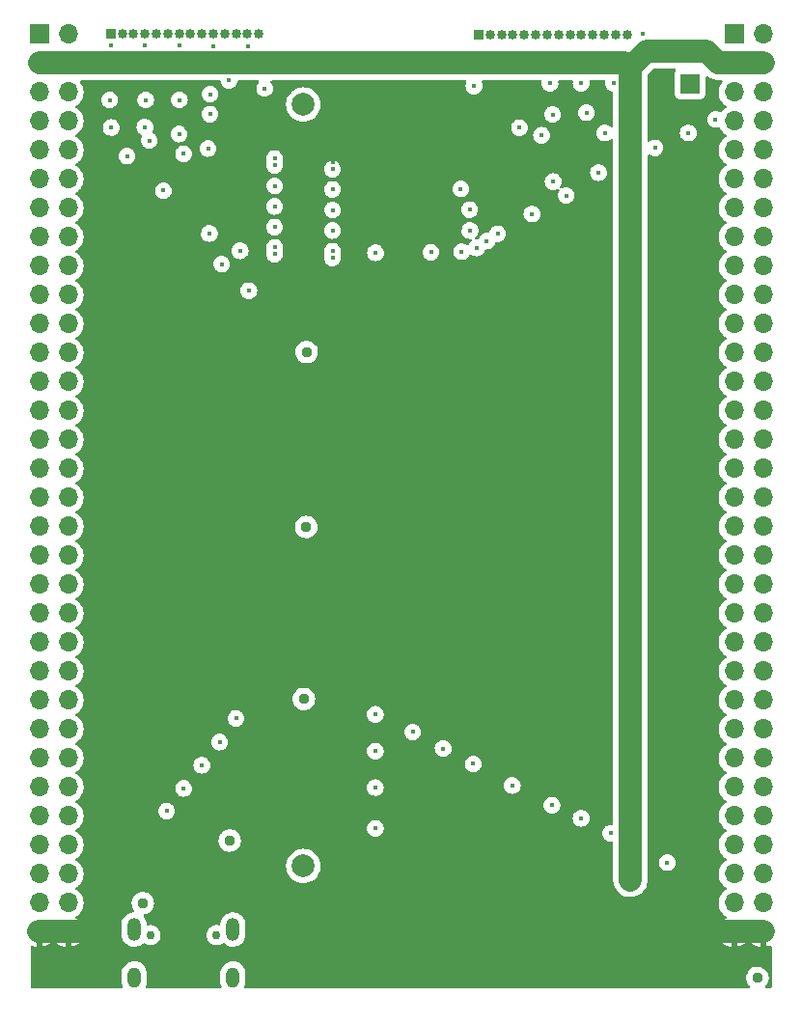
<source format=gbr>
%TF.GenerationSoftware,KiCad,Pcbnew,6.0.4-6f826c9f35~116~ubuntu20.04.1*%
%TF.CreationDate,2022-04-25T10:40:11+07:00*%
%TF.ProjectId,Colorlight2QMTech,436f6c6f-726c-4696-9768-7432514d5465,rev?*%
%TF.SameCoordinates,Original*%
%TF.FileFunction,Copper,L3,Inr*%
%TF.FilePolarity,Positive*%
%FSLAX46Y46*%
G04 Gerber Fmt 4.6, Leading zero omitted, Abs format (unit mm)*
G04 Created by KiCad (PCBNEW 6.0.4-6f826c9f35~116~ubuntu20.04.1) date 2022-04-25 10:40:11*
%MOMM*%
%LPD*%
G01*
G04 APERTURE LIST*
%TA.AperFunction,ComponentPad*%
%ADD10R,1.700000X1.700000*%
%TD*%
%TA.AperFunction,ComponentPad*%
%ADD11O,1.700000X1.700000*%
%TD*%
%TA.AperFunction,ComponentPad*%
%ADD12R,0.850000X0.850000*%
%TD*%
%TA.AperFunction,ComponentPad*%
%ADD13O,0.850000X0.850000*%
%TD*%
%TA.AperFunction,ComponentPad*%
%ADD14C,2.000000*%
%TD*%
%TA.AperFunction,ComponentPad*%
%ADD15C,0.750000*%
%TD*%
%TA.AperFunction,ComponentPad*%
%ADD16O,1.200000X2.000000*%
%TD*%
%TA.AperFunction,ComponentPad*%
%ADD17O,1.200000X1.800000*%
%TD*%
%TA.AperFunction,ViaPad*%
%ADD18C,0.450000*%
%TD*%
%TA.AperFunction,ViaPad*%
%ADD19C,0.950000*%
%TD*%
%TA.AperFunction,ViaPad*%
%ADD20C,1.900000*%
%TD*%
%TA.AperFunction,Conductor*%
%ADD21C,2.000000*%
%TD*%
G04 APERTURE END LIST*
D10*
%TO.N,GND*%
%TO.C,J1*%
X95250000Y-42164000D03*
D11*
X97790000Y-42164000D03*
%TO.N,+3V3*%
X95250000Y-44704000D03*
X97790000Y-44704000D03*
%TO.N,GND*%
X95250000Y-47244000D03*
X97790000Y-47244000D03*
%TO.N,/U16*%
X95250000Y-49784000D03*
%TO.N,/R1*%
X97790000Y-49784000D03*
%TO.N,/C18*%
X95250000Y-52324000D03*
%TO.N,/K18*%
X97790000Y-52324000D03*
%TO.N,/R18*%
X95250000Y-54864000D03*
%TO.N,/T18*%
X97790000Y-54864000D03*
%TO.N,/P17*%
X95250000Y-57404000D03*
%TO.N,/R17*%
X97790000Y-57404000D03*
%TO.N,/T17*%
X95250000Y-59944000D03*
%TO.N,/M17*%
X97790000Y-59944000D03*
%TO.N,/U17*%
X95250000Y-62484000D03*
%TO.N,/U18*%
X97790000Y-62484000D03*
%TO.N,/N17*%
X95250000Y-65024000D03*
%TO.N,/P18*%
X97790000Y-65024000D03*
%TO.N,/M18*%
X95250000Y-67564000D03*
%TO.N,/N18*%
X97790000Y-67564000D03*
%TO.N,/L18*%
X95250000Y-70104000D03*
%TO.N,/L20*%
X97790000Y-70104000D03*
%TO.N,/K19*%
X95250000Y-72644000D03*
%TO.N,/K20*%
X97790000Y-72644000D03*
%TO.N,/J19*%
X95250000Y-75184000D03*
%TO.N,/J20*%
X97790000Y-75184000D03*
%TO.N,/G20*%
X95250000Y-77724000D03*
%TO.N,/H20*%
X97790000Y-77724000D03*
%TO.N,/F20*%
X95250000Y-80264000D03*
%TO.N,/G19*%
X97790000Y-80264000D03*
%TO.N,/E20*%
X95250000Y-82804000D03*
%TO.N,/F19*%
X97790000Y-82804000D03*
%TO.N,/D20*%
X95250000Y-85344000D03*
%TO.N,/E19*%
X97790000Y-85344000D03*
%TO.N,/C20*%
X95250000Y-87884000D03*
%TO.N,/D19*%
X97790000Y-87884000D03*
%TO.N,/B19*%
X95250000Y-90424000D03*
%TO.N,/B20*%
X97790000Y-90424000D03*
%TO.N,/A19*%
X95250000Y-92964000D03*
%TO.N,/B18*%
X97790000Y-92964000D03*
%TO.N,/A18*%
X95250000Y-95504000D03*
%TO.N,/C17*%
X97790000Y-95504000D03*
%TO.N,/C4*%
X95250000Y-98044000D03*
%TO.N,/D3*%
X97790000Y-98044000D03*
%TO.N,/C3*%
X95250000Y-100584000D03*
%TO.N,/B4*%
X97790000Y-100584000D03*
%TO.N,/A3*%
X95250000Y-103124000D03*
%TO.N,/E3*%
X97790000Y-103124000D03*
%TO.N,/B1*%
X95250000Y-105664000D03*
%TO.N,/C2*%
X97790000Y-105664000D03*
%TO.N,/D2*%
X95250000Y-108204000D03*
%TO.N,/C1*%
X97790000Y-108204000D03*
%TO.N,/E2*%
X95250000Y-110744000D03*
%TO.N,/D1*%
X97790000Y-110744000D03*
%TO.N,/F2*%
X95250000Y-113284000D03*
%TO.N,/E1*%
X97790000Y-113284000D03*
%TO.N,unconnected-(J1-Pad59)*%
X95250000Y-115824000D03*
%TO.N,unconnected-(J1-Pad60)*%
X97790000Y-115824000D03*
%TO.N,GND*%
X95250000Y-118364000D03*
X97790000Y-118364000D03*
%TO.N,+5V*%
X95250000Y-120904000D03*
X97790000Y-120904000D03*
%TD*%
D12*
%TO.N,GND*%
%TO.C,J5*%
X133809600Y-42189400D03*
D13*
%TO.N,/eth2_1+*%
X134809600Y-42189400D03*
%TO.N,/eth2_1-*%
X135809600Y-42189400D03*
%TO.N,GND*%
X136809600Y-42189400D03*
%TO.N,/eth2_2-*%
X137809600Y-42189400D03*
%TO.N,/eth2_2+*%
X138809600Y-42189400D03*
%TO.N,GND*%
X139809600Y-42189400D03*
%TO.N,/eth2_3+*%
X140809600Y-42189400D03*
%TO.N,/eth2_3-*%
X141809600Y-42189400D03*
%TO.N,GND*%
X142809600Y-42189400D03*
%TO.N,/eth2_4-*%
X143809600Y-42189400D03*
%TO.N,/eth2_4+*%
X144809600Y-42189400D03*
%TO.N,GND*%
X145809600Y-42189400D03*
X146809600Y-42189400D03*
%TD*%
D14*
%TO.N,*%
%TO.C,CN1*%
X118422500Y-115128000D03*
X118422500Y-48328000D03*
%TD*%
D10*
%TO.N,GND*%
%TO.C,J2*%
X156210000Y-42164000D03*
D11*
X158750000Y-42164000D03*
%TO.N,+3V3*%
X156210000Y-44704000D03*
X158750000Y-44704000D03*
%TO.N,GND*%
X156210000Y-47244000D03*
X158750000Y-47244000D03*
%TO.N,/T1*%
X156210000Y-49784000D03*
%TO.N,/U1*%
X158750000Y-49784000D03*
%TO.N,/Y2*%
X156210000Y-52324000D03*
%TO.N,/W1*%
X158750000Y-52324000D03*
%TO.N,/V1*%
X156210000Y-54864000D03*
%TO.N,/M1*%
X158750000Y-54864000D03*
%TO.N,/N2*%
X156210000Y-57404000D03*
%TO.N,/N3*%
X158750000Y-57404000D03*
%TO.N,/T2*%
X156210000Y-59944000D03*
%TO.N,/M3*%
X158750000Y-59944000D03*
%TO.N,/T3*%
X156210000Y-62484000D03*
%TO.N,/R3*%
X158750000Y-62484000D03*
%TO.N,/N4*%
X156210000Y-65024000D03*
%TO.N,/M4*%
X158750000Y-65024000D03*
%TO.N,/L4*%
X156210000Y-67564000D03*
%TO.N,/L5*%
X158750000Y-67564000D03*
%TO.N,/P16*%
X156210000Y-70104000D03*
%TO.N,/J16*%
X158750000Y-70104000D03*
%TO.N,/J18*%
X156210000Y-72644000D03*
%TO.N,/J17*%
X158750000Y-72644000D03*
%TO.N,/H18*%
X156210000Y-75184000D03*
%TO.N,/H17*%
X158750000Y-75184000D03*
%TO.N,/G18*%
X156210000Y-77724000D03*
%TO.N,/H16*%
X158750000Y-77724000D03*
%TO.N,/F18*%
X156210000Y-80264000D03*
%TO.N,/G16*%
X158750000Y-80264000D03*
%TO.N,/E18*%
X156210000Y-82804000D03*
%TO.N,/F17*%
X158750000Y-82804000D03*
%TO.N,/F16*%
X156210000Y-85344000D03*
%TO.N,/E16*%
X158750000Y-85344000D03*
%TO.N,/E17*%
X156210000Y-87884000D03*
%TO.N,/D18*%
X158750000Y-87884000D03*
%TO.N,/D17*%
X156210000Y-90424000D03*
%TO.N,/G5*%
X158750000Y-90424000D03*
%TO.N,/D16*%
X156210000Y-92964000D03*
%TO.N,/F5*%
X158750000Y-92964000D03*
%TO.N,/E6*%
X156210000Y-95504000D03*
%TO.N,/E5*%
X158750000Y-95504000D03*
%TO.N,/F4*%
X156210000Y-98044000D03*
%TO.N,/E4*%
X158750000Y-98044000D03*
%TO.N,/F1*%
X156210000Y-100584000D03*
%TO.N,/F3*%
X158750000Y-100584000D03*
%TO.N,/G3*%
X156210000Y-103124000D03*
%TO.N,/H3*%
X158750000Y-103124000D03*
%TO.N,/H4*%
X156210000Y-105664000D03*
%TO.N,/H5*%
X158750000Y-105664000D03*
%TO.N,/J4*%
X156210000Y-108204000D03*
%TO.N,/J5*%
X158750000Y-108204000D03*
%TO.N,/K3*%
X156210000Y-110744000D03*
%TO.N,/K4*%
X158750000Y-110744000D03*
%TO.N,/K5*%
X156210000Y-113284000D03*
%TO.N,/B3*%
X158750000Y-113284000D03*
%TO.N,/A2*%
X156210000Y-115824000D03*
%TO.N,/B2*%
X158750000Y-115824000D03*
%TO.N,GND*%
X156210000Y-118364000D03*
X158750000Y-118364000D03*
%TO.N,+5V*%
X156210000Y-120904000D03*
X158750000Y-120904000D03*
%TD*%
D12*
%TO.N,GND*%
%TO.C,J4*%
X101523800Y-42138600D03*
D13*
%TO.N,/eth1_4+*%
X102523800Y-42138600D03*
%TO.N,/eth1_4-*%
X103523800Y-42138600D03*
%TO.N,GND*%
X104523800Y-42138600D03*
%TO.N,/eth1_3-*%
X105523800Y-42138600D03*
%TO.N,/eth1_3+*%
X106523800Y-42138600D03*
%TO.N,GND*%
X107523800Y-42138600D03*
%TO.N,/eth1_2+*%
X108523800Y-42138600D03*
%TO.N,/eth1_2-*%
X109523800Y-42138600D03*
%TO.N,GND*%
X110523800Y-42138600D03*
%TO.N,/eth1_1-*%
X111523800Y-42138600D03*
%TO.N,/eth1_1+*%
X112523800Y-42138600D03*
%TO.N,GND*%
X113523800Y-42138600D03*
X114523800Y-42138600D03*
%TD*%
D10*
%TO.N,GND*%
%TO.C,J4-GND1*%
X152349200Y-46532800D03*
%TD*%
D15*
%TO.N,*%
%TO.C,J3*%
X110819000Y-121200000D03*
X105019000Y-121200000D03*
D16*
%TO.N,Net-(J3-PadS1)*%
X112249000Y-120700000D03*
D17*
X112249000Y-124900000D03*
X103589000Y-124900000D03*
D16*
X103589000Y-120700000D03*
%TD*%
D18*
%TO.N,GND*%
X154584400Y-49631600D03*
X152196800Y-50825400D03*
X149275800Y-52146200D03*
X144322800Y-54305200D03*
X141478000Y-56311800D03*
X138480800Y-57937400D03*
X145364200Y-112268000D03*
X150342600Y-114833400D03*
X142798800Y-110947200D03*
X140233400Y-109804200D03*
X136753600Y-108077000D03*
X133324600Y-106172000D03*
X130683000Y-104825800D03*
X128016000Y-103378000D03*
X106426000Y-110312200D03*
X107924600Y-108331000D03*
X109524800Y-106299000D03*
X111074200Y-104267000D03*
X112522000Y-102184200D03*
X124739400Y-111836200D03*
X124739400Y-108254800D03*
X124739400Y-105054400D03*
X124739400Y-101828600D03*
D19*
X111961300Y-112903200D03*
D18*
X112877600Y-61163200D03*
X142798800Y-46456600D03*
X113538000Y-43205400D03*
X115900200Y-53670200D03*
X104902000Y-51485800D03*
X134520819Y-60302019D03*
X115900200Y-61468000D03*
X145643600Y-46482000D03*
X110515400Y-43205400D03*
X111252000Y-62331600D03*
X110185200Y-59639200D03*
X115900200Y-57277000D03*
D19*
X158262000Y-124948000D03*
X118668800Y-85394800D03*
D18*
X133628795Y-60908595D03*
X102946200Y-52857400D03*
D19*
X118470000Y-100478000D03*
D18*
X110236000Y-47421800D03*
X120980200Y-55778400D03*
X101574600Y-50342800D03*
X115900200Y-60858400D03*
X124764800Y-61341000D03*
X144881600Y-50825400D03*
X137388600Y-50368200D03*
X129616200Y-61290200D03*
X115900200Y-59080400D03*
D19*
X104343200Y-118389400D03*
D18*
X110058200Y-52197000D03*
X111912400Y-46202600D03*
D19*
X104343200Y-118389400D03*
D18*
X110236000Y-49174400D03*
X133400800Y-46710600D03*
X107518200Y-50927000D03*
X140055600Y-46482000D03*
X120980200Y-54000400D03*
X104521000Y-43180000D03*
X107543600Y-47929800D03*
X120980200Y-61188600D03*
X148209000Y-42164000D03*
X101523800Y-43180000D03*
X120980200Y-61798200D03*
X107924600Y-52654200D03*
X115900200Y-55473600D03*
X115900200Y-53060600D03*
X120980200Y-57581800D03*
X139319000Y-51028600D03*
X143256000Y-49047400D03*
X133045200Y-59385200D03*
X132308600Y-61239400D03*
X101422200Y-47929800D03*
X106146600Y-55880000D03*
X104521000Y-50317400D03*
X104597200Y-47929800D03*
D19*
X104343200Y-118389400D03*
X118719600Y-70053200D03*
D18*
X132232400Y-55727600D03*
X135458200Y-59664600D03*
X140284200Y-49199800D03*
X115036600Y-46913800D03*
X140335000Y-55092600D03*
X113639600Y-64668400D03*
X120980200Y-59385200D03*
X133007257Y-57543857D03*
X107518200Y-43180000D03*
D20*
%TO.N,+3V3*%
X147112000Y-116347000D03*
D18*
%TO.N,+5V*%
X124527000Y-52777000D03*
D19*
X100656000Y-116514000D03*
D18*
X120980200Y-53390800D03*
X124510000Y-50380000D03*
X124527000Y-52177000D03*
X124510000Y-50975000D03*
X124502000Y-51577000D03*
X124527000Y-53377000D03*
%TD*%
D21*
%TO.N,+3V3*%
X136372600Y-44704000D02*
X95250000Y-44704000D01*
X146558000Y-44704000D02*
X136372600Y-44704000D01*
X147112000Y-45064400D02*
X148513800Y-43662600D01*
X147112000Y-116347000D02*
X147112000Y-45258000D01*
X147112000Y-45258000D02*
X146558000Y-44704000D01*
X148513800Y-43662600D02*
X153822400Y-43662600D01*
X147112000Y-45258000D02*
X147066000Y-45212000D01*
X147112000Y-45258000D02*
X147112000Y-45064400D01*
X154813000Y-44653200D02*
X158750000Y-44704000D01*
X153822400Y-43662600D02*
X154813000Y-44653200D01*
%TO.N,+5V*%
X158750000Y-120904000D02*
X153466800Y-120904000D01*
X100507800Y-120878600D02*
X95224600Y-120878600D01*
%TD*%
%TA.AperFunction,Conductor*%
%TO.N,+5V*%
G36*
X151063418Y-45191102D02*
G01*
X151109911Y-45244758D01*
X151120015Y-45315032D01*
X151096123Y-45372665D01*
X151048585Y-45436095D01*
X150997455Y-45572484D01*
X150990700Y-45634666D01*
X150990700Y-47430934D01*
X150997455Y-47493116D01*
X151048585Y-47629505D01*
X151135939Y-47746061D01*
X151252495Y-47833415D01*
X151388884Y-47884545D01*
X151451066Y-47891300D01*
X153247334Y-47891300D01*
X153309516Y-47884545D01*
X153445905Y-47833415D01*
X153562461Y-47746061D01*
X153649815Y-47629505D01*
X153700945Y-47493116D01*
X153707700Y-47430934D01*
X153707700Y-45966107D01*
X153727702Y-45897986D01*
X153781358Y-45851493D01*
X153851632Y-45841389D01*
X153915365Y-45870155D01*
X153927720Y-45880670D01*
X153946768Y-45892206D01*
X153959309Y-45900881D01*
X153976829Y-45914637D01*
X154054837Y-45957770D01*
X154059100Y-45960238D01*
X154135358Y-46006421D01*
X154156008Y-46014764D01*
X154169775Y-46021321D01*
X154189266Y-46032098D01*
X154194029Y-46033807D01*
X154194031Y-46033808D01*
X154273155Y-46062200D01*
X154277787Y-46063966D01*
X154360429Y-46097355D01*
X154365369Y-46098477D01*
X154365368Y-46098477D01*
X154382142Y-46102288D01*
X154396785Y-46106561D01*
X154417750Y-46114084D01*
X154477776Y-46125251D01*
X154505376Y-46130386D01*
X154510245Y-46131392D01*
X154592213Y-46150015D01*
X154592217Y-46150016D01*
X154597144Y-46151135D01*
X154602188Y-46151452D01*
X154602193Y-46151453D01*
X154613646Y-46152173D01*
X154619372Y-46152533D01*
X154634500Y-46154409D01*
X154656402Y-46158484D01*
X154685471Y-46160180D01*
X154686893Y-46160198D01*
X154686939Y-46160200D01*
X154752076Y-46161041D01*
X154758360Y-46161279D01*
X154834358Y-46166060D01*
X154839413Y-46166378D01*
X154870425Y-46163337D01*
X154884347Y-46162746D01*
X154896456Y-46162902D01*
X155068779Y-46165126D01*
X155136636Y-46186006D01*
X155182432Y-46240257D01*
X155191629Y-46310655D01*
X155158245Y-46378169D01*
X155150629Y-46386138D01*
X155147715Y-46390410D01*
X155147714Y-46390411D01*
X155105251Y-46452660D01*
X155024743Y-46570680D01*
X154983935Y-46658593D01*
X154935871Y-46762140D01*
X154930688Y-46773305D01*
X154870989Y-46988570D01*
X154847251Y-47210695D01*
X154847548Y-47215848D01*
X154847548Y-47215851D01*
X154858829Y-47411494D01*
X154860110Y-47433715D01*
X154861247Y-47438761D01*
X154861248Y-47438767D01*
X154875164Y-47500515D01*
X154909222Y-47651639D01*
X154993266Y-47858616D01*
X155039315Y-47933762D01*
X155107291Y-48044688D01*
X155109987Y-48049088D01*
X155256250Y-48217938D01*
X155428126Y-48360632D01*
X155470236Y-48385239D01*
X155501445Y-48403476D01*
X155550169Y-48455114D01*
X155563240Y-48524897D01*
X155536509Y-48590669D01*
X155496055Y-48624027D01*
X155483607Y-48630507D01*
X155479474Y-48633610D01*
X155479471Y-48633612D01*
X155328081Y-48747279D01*
X155304965Y-48764635D01*
X155301393Y-48768373D01*
X155181841Y-48893477D01*
X155150629Y-48926138D01*
X155126001Y-48962242D01*
X155071091Y-49007243D01*
X155000566Y-49015414D01*
X154954400Y-48997622D01*
X154913930Y-48971939D01*
X154907980Y-48968163D01*
X154801938Y-48930403D01*
X154759589Y-48915323D01*
X154759587Y-48915322D01*
X154752955Y-48912961D01*
X154745969Y-48912128D01*
X154745965Y-48912127D01*
X154631471Y-48898475D01*
X154589553Y-48893477D01*
X154582550Y-48894213D01*
X154582549Y-48894213D01*
X154539335Y-48898755D01*
X154425895Y-48910678D01*
X154419227Y-48912948D01*
X154276782Y-48961440D01*
X154276779Y-48961441D01*
X154270115Y-48963710D01*
X154173258Y-49023297D01*
X154139432Y-49044107D01*
X154129955Y-49049937D01*
X154095561Y-49083618D01*
X154020524Y-49157100D01*
X154012382Y-49165073D01*
X153923238Y-49303397D01*
X153920827Y-49310020D01*
X153920826Y-49310023D01*
X153869366Y-49451409D01*
X153869365Y-49451414D01*
X153866956Y-49458032D01*
X153846331Y-49621294D01*
X153862389Y-49785068D01*
X153914332Y-49941215D01*
X153917981Y-49947240D01*
X153970568Y-50034070D01*
X153999579Y-50081973D01*
X154113891Y-50200347D01*
X154251589Y-50290454D01*
X154405828Y-50347815D01*
X154412809Y-50348746D01*
X154412811Y-50348747D01*
X154561961Y-50368648D01*
X154561965Y-50368648D01*
X154568942Y-50369579D01*
X154575953Y-50368941D01*
X154575957Y-50368941D01*
X154725803Y-50355304D01*
X154725804Y-50355304D01*
X154732824Y-50354665D01*
X154835593Y-50321273D01*
X154906559Y-50319245D01*
X154967357Y-50355907D01*
X154988564Y-50389425D01*
X154988989Y-50389210D01*
X154991212Y-50393612D01*
X154991273Y-50393707D01*
X154993266Y-50398616D01*
X155044019Y-50481438D01*
X155107291Y-50584688D01*
X155109987Y-50589088D01*
X155256250Y-50757938D01*
X155428126Y-50900632D01*
X155473250Y-50927000D01*
X155501445Y-50943476D01*
X155550169Y-50995114D01*
X155563240Y-51064897D01*
X155536509Y-51130669D01*
X155496055Y-51164027D01*
X155483607Y-51170507D01*
X155479474Y-51173610D01*
X155479471Y-51173612D01*
X155311314Y-51299868D01*
X155304965Y-51304635D01*
X155150629Y-51466138D01*
X155147720Y-51470403D01*
X155147714Y-51470411D01*
X155109267Y-51526773D01*
X155024743Y-51650680D01*
X154986296Y-51733507D01*
X154939688Y-51833917D01*
X154930688Y-51853305D01*
X154870989Y-52068570D01*
X154847251Y-52290695D01*
X154847548Y-52295848D01*
X154847548Y-52295851D01*
X154853835Y-52404879D01*
X154860110Y-52513715D01*
X154861247Y-52518761D01*
X154861248Y-52518767D01*
X154880030Y-52602105D01*
X154909222Y-52731639D01*
X154993266Y-52938616D01*
X155044019Y-53021438D01*
X155107291Y-53124688D01*
X155109987Y-53129088D01*
X155256250Y-53297938D01*
X155428126Y-53440632D01*
X155443470Y-53449598D01*
X155501445Y-53483476D01*
X155550169Y-53535114D01*
X155563240Y-53604897D01*
X155536509Y-53670669D01*
X155496055Y-53704027D01*
X155483607Y-53710507D01*
X155479474Y-53713610D01*
X155479471Y-53713612D01*
X155309100Y-53841530D01*
X155304965Y-53844635D01*
X155301393Y-53848373D01*
X155155527Y-54001013D01*
X155150629Y-54006138D01*
X155024743Y-54190680D01*
X154995678Y-54253296D01*
X154933454Y-54387347D01*
X154930688Y-54393305D01*
X154870989Y-54608570D01*
X154847251Y-54830695D01*
X154847548Y-54835848D01*
X154847548Y-54835851D01*
X154859812Y-55048547D01*
X154860110Y-55053715D01*
X154861247Y-55058761D01*
X154861248Y-55058767D01*
X154884366Y-55161348D01*
X154909222Y-55271639D01*
X154964814Y-55408546D01*
X154985488Y-55459460D01*
X154993266Y-55478616D01*
X155041552Y-55557412D01*
X155107291Y-55664688D01*
X155109987Y-55669088D01*
X155256250Y-55837938D01*
X155428126Y-55980632D01*
X155448501Y-55992538D01*
X155501445Y-56023476D01*
X155550169Y-56075114D01*
X155563240Y-56144897D01*
X155536509Y-56210669D01*
X155496055Y-56244027D01*
X155490350Y-56246997D01*
X155483607Y-56250507D01*
X155479474Y-56253610D01*
X155479471Y-56253612D01*
X155309100Y-56381530D01*
X155304965Y-56384635D01*
X155301393Y-56388373D01*
X155193320Y-56501465D01*
X155150629Y-56546138D01*
X155147720Y-56550403D01*
X155147714Y-56550411D01*
X155084818Y-56642613D01*
X155024743Y-56730680D01*
X154981920Y-56822935D01*
X154935871Y-56922140D01*
X154930688Y-56933305D01*
X154870989Y-57148570D01*
X154847251Y-57370695D01*
X154847548Y-57375848D01*
X154847548Y-57375851D01*
X154858650Y-57568391D01*
X154860110Y-57593715D01*
X154861247Y-57598761D01*
X154861248Y-57598767D01*
X154881119Y-57686939D01*
X154909222Y-57811639D01*
X154993266Y-58018616D01*
X155044019Y-58101438D01*
X155107291Y-58204688D01*
X155109987Y-58209088D01*
X155256250Y-58377938D01*
X155428126Y-58520632D01*
X155443470Y-58529598D01*
X155501445Y-58563476D01*
X155550169Y-58615114D01*
X155563240Y-58684897D01*
X155536509Y-58750669D01*
X155496055Y-58784027D01*
X155483607Y-58790507D01*
X155479474Y-58793610D01*
X155479471Y-58793612D01*
X155310408Y-58920548D01*
X155304965Y-58924635D01*
X155286767Y-58943678D01*
X155159876Y-59076462D01*
X155150629Y-59086138D01*
X155024743Y-59270680D01*
X155009003Y-59304590D01*
X154934250Y-59465632D01*
X154930688Y-59473305D01*
X154870989Y-59688570D01*
X154847251Y-59910695D01*
X154847548Y-59915848D01*
X154847548Y-59915851D01*
X154859806Y-60128451D01*
X154860110Y-60133715D01*
X154861247Y-60138761D01*
X154861248Y-60138767D01*
X154880073Y-60222296D01*
X154909222Y-60351639D01*
X154956041Y-60466942D01*
X154990910Y-60552813D01*
X154993266Y-60558616D01*
X155042784Y-60639422D01*
X155107291Y-60744688D01*
X155109987Y-60749088D01*
X155256250Y-60917938D01*
X155428126Y-61060632D01*
X155482085Y-61092163D01*
X155501445Y-61103476D01*
X155550169Y-61155114D01*
X155563240Y-61224897D01*
X155536509Y-61290669D01*
X155496055Y-61324027D01*
X155483607Y-61330507D01*
X155479474Y-61333610D01*
X155479471Y-61333612D01*
X155309256Y-61461413D01*
X155304965Y-61464635D01*
X155301393Y-61468373D01*
X155155527Y-61621013D01*
X155150629Y-61626138D01*
X155147720Y-61630403D01*
X155147714Y-61630411D01*
X155124999Y-61663710D01*
X155024743Y-61810680D01*
X154978758Y-61909747D01*
X154933454Y-62007347D01*
X154930688Y-62013305D01*
X154870989Y-62228570D01*
X154847251Y-62450695D01*
X154847548Y-62455848D01*
X154847548Y-62455851D01*
X154853011Y-62550590D01*
X154860110Y-62673715D01*
X154861247Y-62678761D01*
X154861248Y-62678767D01*
X154881119Y-62766939D01*
X154909222Y-62891639D01*
X154993266Y-63098616D01*
X155044019Y-63181438D01*
X155107291Y-63284688D01*
X155109987Y-63289088D01*
X155256250Y-63457938D01*
X155428126Y-63600632D01*
X155443470Y-63609598D01*
X155501445Y-63643476D01*
X155550169Y-63695114D01*
X155563240Y-63764897D01*
X155536509Y-63830669D01*
X155496055Y-63864027D01*
X155483607Y-63870507D01*
X155479474Y-63873610D01*
X155479471Y-63873612D01*
X155313482Y-63998240D01*
X155304965Y-64004635D01*
X155301393Y-64008373D01*
X155220389Y-64093139D01*
X155150629Y-64166138D01*
X155147720Y-64170403D01*
X155147714Y-64170411D01*
X155122212Y-64207796D01*
X155024743Y-64350680D01*
X155009003Y-64384590D01*
X154953173Y-64504866D01*
X154930688Y-64553305D01*
X154870989Y-64768570D01*
X154847251Y-64990695D01*
X154847548Y-64995848D01*
X154847548Y-64995851D01*
X154856025Y-65142868D01*
X154860110Y-65213715D01*
X154861247Y-65218761D01*
X154861248Y-65218767D01*
X154881119Y-65306939D01*
X154909222Y-65431639D01*
X154993266Y-65638616D01*
X155044019Y-65721438D01*
X155107291Y-65824688D01*
X155109987Y-65829088D01*
X155256250Y-65997938D01*
X155428126Y-66140632D01*
X155443470Y-66149598D01*
X155501445Y-66183476D01*
X155550169Y-66235114D01*
X155563240Y-66304897D01*
X155536509Y-66370669D01*
X155496055Y-66404027D01*
X155483607Y-66410507D01*
X155479474Y-66413610D01*
X155479471Y-66413612D01*
X155455247Y-66431800D01*
X155304965Y-66544635D01*
X155150629Y-66706138D01*
X155024743Y-66890680D01*
X154930688Y-67093305D01*
X154870989Y-67308570D01*
X154847251Y-67530695D01*
X154847548Y-67535848D01*
X154847548Y-67535851D01*
X154853011Y-67630590D01*
X154860110Y-67753715D01*
X154861247Y-67758761D01*
X154861248Y-67758767D01*
X154881119Y-67846939D01*
X154909222Y-67971639D01*
X154993266Y-68178616D01*
X155044019Y-68261438D01*
X155107291Y-68364688D01*
X155109987Y-68369088D01*
X155256250Y-68537938D01*
X155428126Y-68680632D01*
X155443470Y-68689598D01*
X155501445Y-68723476D01*
X155550169Y-68775114D01*
X155563240Y-68844897D01*
X155536509Y-68910669D01*
X155496055Y-68944027D01*
X155483607Y-68950507D01*
X155479474Y-68953610D01*
X155479471Y-68953612D01*
X155330305Y-69065609D01*
X155304965Y-69084635D01*
X155150629Y-69246138D01*
X155024743Y-69430680D01*
X154930688Y-69633305D01*
X154870989Y-69848570D01*
X154847251Y-70070695D01*
X154847548Y-70075848D01*
X154847548Y-70075851D01*
X154856870Y-70237525D01*
X154860110Y-70293715D01*
X154861247Y-70298761D01*
X154861248Y-70298767D01*
X154881119Y-70386939D01*
X154909222Y-70511639D01*
X154993266Y-70718616D01*
X155044019Y-70801438D01*
X155107291Y-70904688D01*
X155109987Y-70909088D01*
X155256250Y-71077938D01*
X155428126Y-71220632D01*
X155443470Y-71229598D01*
X155501445Y-71263476D01*
X155550169Y-71315114D01*
X155563240Y-71384897D01*
X155536509Y-71450669D01*
X155496055Y-71484027D01*
X155483607Y-71490507D01*
X155479474Y-71493610D01*
X155479471Y-71493612D01*
X155455247Y-71511800D01*
X155304965Y-71624635D01*
X155150629Y-71786138D01*
X155024743Y-71970680D01*
X154930688Y-72173305D01*
X154870989Y-72388570D01*
X154847251Y-72610695D01*
X154847548Y-72615848D01*
X154847548Y-72615851D01*
X154853011Y-72710590D01*
X154860110Y-72833715D01*
X154861247Y-72838761D01*
X154861248Y-72838767D01*
X154881119Y-72926939D01*
X154909222Y-73051639D01*
X154993266Y-73258616D01*
X155044019Y-73341438D01*
X155107291Y-73444688D01*
X155109987Y-73449088D01*
X155256250Y-73617938D01*
X155428126Y-73760632D01*
X155443470Y-73769598D01*
X155501445Y-73803476D01*
X155550169Y-73855114D01*
X155563240Y-73924897D01*
X155536509Y-73990669D01*
X155496055Y-74024027D01*
X155483607Y-74030507D01*
X155479474Y-74033610D01*
X155479471Y-74033612D01*
X155455247Y-74051800D01*
X155304965Y-74164635D01*
X155150629Y-74326138D01*
X155024743Y-74510680D01*
X154930688Y-74713305D01*
X154870989Y-74928570D01*
X154847251Y-75150695D01*
X154847548Y-75155848D01*
X154847548Y-75155851D01*
X154853011Y-75250590D01*
X154860110Y-75373715D01*
X154861247Y-75378761D01*
X154861248Y-75378767D01*
X154881119Y-75466939D01*
X154909222Y-75591639D01*
X154993266Y-75798616D01*
X155044019Y-75881438D01*
X155107291Y-75984688D01*
X155109987Y-75989088D01*
X155256250Y-76157938D01*
X155428126Y-76300632D01*
X155443470Y-76309598D01*
X155501445Y-76343476D01*
X155550169Y-76395114D01*
X155563240Y-76464897D01*
X155536509Y-76530669D01*
X155496055Y-76564027D01*
X155483607Y-76570507D01*
X155479474Y-76573610D01*
X155479471Y-76573612D01*
X155455247Y-76591800D01*
X155304965Y-76704635D01*
X155150629Y-76866138D01*
X155024743Y-77050680D01*
X154930688Y-77253305D01*
X154870989Y-77468570D01*
X154847251Y-77690695D01*
X154847548Y-77695848D01*
X154847548Y-77695851D01*
X154853011Y-77790590D01*
X154860110Y-77913715D01*
X154861247Y-77918761D01*
X154861248Y-77918767D01*
X154881119Y-78006939D01*
X154909222Y-78131639D01*
X154993266Y-78338616D01*
X155044019Y-78421438D01*
X155107291Y-78524688D01*
X155109987Y-78529088D01*
X155256250Y-78697938D01*
X155428126Y-78840632D01*
X155443470Y-78849598D01*
X155501445Y-78883476D01*
X155550169Y-78935114D01*
X155563240Y-79004897D01*
X155536509Y-79070669D01*
X155496055Y-79104027D01*
X155483607Y-79110507D01*
X155479474Y-79113610D01*
X155479471Y-79113612D01*
X155455247Y-79131800D01*
X155304965Y-79244635D01*
X155150629Y-79406138D01*
X155024743Y-79590680D01*
X154930688Y-79793305D01*
X154870989Y-80008570D01*
X154847251Y-80230695D01*
X154847548Y-80235848D01*
X154847548Y-80235851D01*
X154853011Y-80330590D01*
X154860110Y-80453715D01*
X154861247Y-80458761D01*
X154861248Y-80458767D01*
X154881119Y-80546939D01*
X154909222Y-80671639D01*
X154993266Y-80878616D01*
X155044019Y-80961438D01*
X155107291Y-81064688D01*
X155109987Y-81069088D01*
X155256250Y-81237938D01*
X155428126Y-81380632D01*
X155443470Y-81389598D01*
X155501445Y-81423476D01*
X155550169Y-81475114D01*
X155563240Y-81544897D01*
X155536509Y-81610669D01*
X155496055Y-81644027D01*
X155483607Y-81650507D01*
X155479474Y-81653610D01*
X155479471Y-81653612D01*
X155455247Y-81671800D01*
X155304965Y-81784635D01*
X155150629Y-81946138D01*
X155024743Y-82130680D01*
X154930688Y-82333305D01*
X154870989Y-82548570D01*
X154847251Y-82770695D01*
X154847548Y-82775848D01*
X154847548Y-82775851D01*
X154853011Y-82870590D01*
X154860110Y-82993715D01*
X154861247Y-82998761D01*
X154861248Y-82998767D01*
X154881119Y-83086939D01*
X154909222Y-83211639D01*
X154993266Y-83418616D01*
X155044019Y-83501438D01*
X155107291Y-83604688D01*
X155109987Y-83609088D01*
X155256250Y-83777938D01*
X155428126Y-83920632D01*
X155443470Y-83929598D01*
X155501445Y-83963476D01*
X155550169Y-84015114D01*
X155563240Y-84084897D01*
X155536509Y-84150669D01*
X155496055Y-84184027D01*
X155483607Y-84190507D01*
X155479474Y-84193610D01*
X155479471Y-84193612D01*
X155455247Y-84211800D01*
X155304965Y-84324635D01*
X155301393Y-84328373D01*
X155154643Y-84481938D01*
X155150629Y-84486138D01*
X155147720Y-84490403D01*
X155147714Y-84490411D01*
X155089673Y-84575496D01*
X155024743Y-84670680D01*
X155009003Y-84704590D01*
X154939952Y-84853348D01*
X154930688Y-84873305D01*
X154870989Y-85088570D01*
X154847251Y-85310695D01*
X154847548Y-85315848D01*
X154847548Y-85315851D01*
X154853011Y-85410590D01*
X154860110Y-85533715D01*
X154861247Y-85538761D01*
X154861248Y-85538767D01*
X154876767Y-85607628D01*
X154909222Y-85751639D01*
X154993266Y-85958616D01*
X155044019Y-86041438D01*
X155107291Y-86144688D01*
X155109987Y-86149088D01*
X155256250Y-86317938D01*
X155428126Y-86460632D01*
X155443470Y-86469598D01*
X155501445Y-86503476D01*
X155550169Y-86555114D01*
X155563240Y-86624897D01*
X155536509Y-86690669D01*
X155496055Y-86724027D01*
X155483607Y-86730507D01*
X155479474Y-86733610D01*
X155479471Y-86733612D01*
X155455247Y-86751800D01*
X155304965Y-86864635D01*
X155150629Y-87026138D01*
X155024743Y-87210680D01*
X154930688Y-87413305D01*
X154870989Y-87628570D01*
X154847251Y-87850695D01*
X154847548Y-87855848D01*
X154847548Y-87855851D01*
X154853011Y-87950590D01*
X154860110Y-88073715D01*
X154861247Y-88078761D01*
X154861248Y-88078767D01*
X154881119Y-88166939D01*
X154909222Y-88291639D01*
X154993266Y-88498616D01*
X155044019Y-88581438D01*
X155107291Y-88684688D01*
X155109987Y-88689088D01*
X155256250Y-88857938D01*
X155428126Y-89000632D01*
X155443470Y-89009598D01*
X155501445Y-89043476D01*
X155550169Y-89095114D01*
X155563240Y-89164897D01*
X155536509Y-89230669D01*
X155496055Y-89264027D01*
X155483607Y-89270507D01*
X155479474Y-89273610D01*
X155479471Y-89273612D01*
X155455247Y-89291800D01*
X155304965Y-89404635D01*
X155150629Y-89566138D01*
X155024743Y-89750680D01*
X154930688Y-89953305D01*
X154870989Y-90168570D01*
X154847251Y-90390695D01*
X154847548Y-90395848D01*
X154847548Y-90395851D01*
X154853011Y-90490590D01*
X154860110Y-90613715D01*
X154861247Y-90618761D01*
X154861248Y-90618767D01*
X154881119Y-90706939D01*
X154909222Y-90831639D01*
X154993266Y-91038616D01*
X155044019Y-91121438D01*
X155107291Y-91224688D01*
X155109987Y-91229088D01*
X155256250Y-91397938D01*
X155428126Y-91540632D01*
X155443470Y-91549598D01*
X155501445Y-91583476D01*
X155550169Y-91635114D01*
X155563240Y-91704897D01*
X155536509Y-91770669D01*
X155496055Y-91804027D01*
X155483607Y-91810507D01*
X155479474Y-91813610D01*
X155479471Y-91813612D01*
X155455247Y-91831800D01*
X155304965Y-91944635D01*
X155150629Y-92106138D01*
X155024743Y-92290680D01*
X154930688Y-92493305D01*
X154870989Y-92708570D01*
X154847251Y-92930695D01*
X154847548Y-92935848D01*
X154847548Y-92935851D01*
X154853011Y-93030590D01*
X154860110Y-93153715D01*
X154861247Y-93158761D01*
X154861248Y-93158767D01*
X154881119Y-93246939D01*
X154909222Y-93371639D01*
X154993266Y-93578616D01*
X155044019Y-93661438D01*
X155107291Y-93764688D01*
X155109987Y-93769088D01*
X155256250Y-93937938D01*
X155428126Y-94080632D01*
X155443470Y-94089598D01*
X155501445Y-94123476D01*
X155550169Y-94175114D01*
X155563240Y-94244897D01*
X155536509Y-94310669D01*
X155496055Y-94344027D01*
X155483607Y-94350507D01*
X155479474Y-94353610D01*
X155479471Y-94353612D01*
X155455247Y-94371800D01*
X155304965Y-94484635D01*
X155150629Y-94646138D01*
X155024743Y-94830680D01*
X154930688Y-95033305D01*
X154870989Y-95248570D01*
X154847251Y-95470695D01*
X154847548Y-95475848D01*
X154847548Y-95475851D01*
X154853011Y-95570590D01*
X154860110Y-95693715D01*
X154861247Y-95698761D01*
X154861248Y-95698767D01*
X154881119Y-95786939D01*
X154909222Y-95911639D01*
X154993266Y-96118616D01*
X155044019Y-96201438D01*
X155107291Y-96304688D01*
X155109987Y-96309088D01*
X155256250Y-96477938D01*
X155428126Y-96620632D01*
X155443470Y-96629598D01*
X155501445Y-96663476D01*
X155550169Y-96715114D01*
X155563240Y-96784897D01*
X155536509Y-96850669D01*
X155496055Y-96884027D01*
X155483607Y-96890507D01*
X155479474Y-96893610D01*
X155479471Y-96893612D01*
X155455247Y-96911800D01*
X155304965Y-97024635D01*
X155150629Y-97186138D01*
X155024743Y-97370680D01*
X154930688Y-97573305D01*
X154870989Y-97788570D01*
X154847251Y-98010695D01*
X154847548Y-98015848D01*
X154847548Y-98015851D01*
X154853011Y-98110590D01*
X154860110Y-98233715D01*
X154861247Y-98238761D01*
X154861248Y-98238767D01*
X154881119Y-98326939D01*
X154909222Y-98451639D01*
X154993266Y-98658616D01*
X155044019Y-98741438D01*
X155107291Y-98844688D01*
X155109987Y-98849088D01*
X155256250Y-99017938D01*
X155428126Y-99160632D01*
X155443470Y-99169598D01*
X155501445Y-99203476D01*
X155550169Y-99255114D01*
X155563240Y-99324897D01*
X155536509Y-99390669D01*
X155496055Y-99424027D01*
X155483607Y-99430507D01*
X155479474Y-99433610D01*
X155479471Y-99433612D01*
X155309100Y-99561530D01*
X155304965Y-99564635D01*
X155150629Y-99726138D01*
X155147720Y-99730403D01*
X155147714Y-99730411D01*
X155062556Y-99855249D01*
X155024743Y-99910680D01*
X155009003Y-99944590D01*
X154933474Y-100107304D01*
X154930688Y-100113305D01*
X154870989Y-100328570D01*
X154847251Y-100550695D01*
X154847548Y-100555848D01*
X154847548Y-100555851D01*
X154853011Y-100650590D01*
X154860110Y-100773715D01*
X154861247Y-100778761D01*
X154861248Y-100778767D01*
X154874119Y-100835878D01*
X154909222Y-100991639D01*
X154993266Y-101198616D01*
X155044019Y-101281438D01*
X155107291Y-101384688D01*
X155109987Y-101389088D01*
X155256250Y-101557938D01*
X155428126Y-101700632D01*
X155481257Y-101731679D01*
X155501445Y-101743476D01*
X155550169Y-101795114D01*
X155563240Y-101864897D01*
X155536509Y-101930669D01*
X155496055Y-101964027D01*
X155483607Y-101970507D01*
X155479474Y-101973610D01*
X155479471Y-101973612D01*
X155309100Y-102101530D01*
X155304965Y-102104635D01*
X155150629Y-102266138D01*
X155147720Y-102270403D01*
X155147714Y-102270411D01*
X155097274Y-102344353D01*
X155024743Y-102450680D01*
X155003146Y-102497207D01*
X154937032Y-102639639D01*
X154930688Y-102653305D01*
X154870989Y-102868570D01*
X154847251Y-103090695D01*
X154847548Y-103095848D01*
X154847548Y-103095851D01*
X154853011Y-103190590D01*
X154860110Y-103313715D01*
X154861247Y-103318761D01*
X154861248Y-103318767D01*
X154881119Y-103406939D01*
X154909222Y-103531639D01*
X154947461Y-103625811D01*
X154986225Y-103721275D01*
X154993266Y-103738616D01*
X155036094Y-103808505D01*
X155107291Y-103924688D01*
X155109987Y-103929088D01*
X155256250Y-104097938D01*
X155428126Y-104240632D01*
X155473250Y-104267000D01*
X155501445Y-104283476D01*
X155550169Y-104335114D01*
X155563240Y-104404897D01*
X155536509Y-104470669D01*
X155496055Y-104504027D01*
X155483607Y-104510507D01*
X155479474Y-104513610D01*
X155479471Y-104513612D01*
X155358549Y-104604403D01*
X155304965Y-104644635D01*
X155286605Y-104663848D01*
X155218171Y-104735460D01*
X155150629Y-104806138D01*
X155147720Y-104810403D01*
X155147714Y-104810411D01*
X155094907Y-104887824D01*
X155024743Y-104990680D01*
X154983777Y-105078934D01*
X154957560Y-105135415D01*
X154930688Y-105193305D01*
X154870989Y-105408570D01*
X154847251Y-105630695D01*
X154847548Y-105635848D01*
X154847548Y-105635851D01*
X154855750Y-105778104D01*
X154860110Y-105853715D01*
X154861247Y-105858761D01*
X154861248Y-105858767D01*
X154881119Y-105946939D01*
X154909222Y-106071639D01*
X154993266Y-106278616D01*
X155036148Y-106348593D01*
X155107291Y-106464688D01*
X155109987Y-106469088D01*
X155256250Y-106637938D01*
X155428126Y-106780632D01*
X155443470Y-106789598D01*
X155501445Y-106823476D01*
X155550169Y-106875114D01*
X155563240Y-106944897D01*
X155536509Y-107010669D01*
X155496055Y-107044027D01*
X155483607Y-107050507D01*
X155479474Y-107053610D01*
X155479471Y-107053612D01*
X155455247Y-107071800D01*
X155304965Y-107184635D01*
X155150629Y-107346138D01*
X155024743Y-107530680D01*
X154930688Y-107733305D01*
X154870989Y-107948570D01*
X154847251Y-108170695D01*
X154847548Y-108175848D01*
X154847548Y-108175851D01*
X154859315Y-108379929D01*
X154860110Y-108393715D01*
X154861247Y-108398761D01*
X154861248Y-108398767D01*
X154868601Y-108431393D01*
X154909222Y-108611639D01*
X154993266Y-108818616D01*
X155039877Y-108894679D01*
X155107291Y-109004688D01*
X155109987Y-109009088D01*
X155256250Y-109177938D01*
X155428126Y-109320632D01*
X155481257Y-109351679D01*
X155501445Y-109363476D01*
X155550169Y-109415114D01*
X155563240Y-109484897D01*
X155536509Y-109550669D01*
X155496055Y-109584027D01*
X155483607Y-109590507D01*
X155479474Y-109593610D01*
X155479471Y-109593612D01*
X155309100Y-109721530D01*
X155304965Y-109724635D01*
X155150629Y-109886138D01*
X155147720Y-109890403D01*
X155147714Y-109890411D01*
X155097274Y-109964353D01*
X155024743Y-110070680D01*
X155001924Y-110119840D01*
X154937032Y-110259639D01*
X154930688Y-110273305D01*
X154870989Y-110488570D01*
X154847251Y-110710695D01*
X154847548Y-110715848D01*
X154847548Y-110715851D01*
X154859812Y-110928547D01*
X154860110Y-110933715D01*
X154861247Y-110938761D01*
X154861248Y-110938767D01*
X154871535Y-110984413D01*
X154909222Y-111151639D01*
X154993266Y-111358616D01*
X155031904Y-111421668D01*
X155107291Y-111544688D01*
X155109987Y-111549088D01*
X155256250Y-111717938D01*
X155428126Y-111860632D01*
X155443470Y-111869598D01*
X155501445Y-111903476D01*
X155550169Y-111955114D01*
X155563240Y-112024897D01*
X155536509Y-112090669D01*
X155496055Y-112124027D01*
X155483607Y-112130507D01*
X155479474Y-112133610D01*
X155479471Y-112133612D01*
X155309100Y-112261530D01*
X155304965Y-112264635D01*
X155301393Y-112268373D01*
X155170880Y-112404947D01*
X155150629Y-112426138D01*
X155024743Y-112610680D01*
X154930688Y-112813305D01*
X154870989Y-113028570D01*
X154847251Y-113250695D01*
X154847548Y-113255848D01*
X154847548Y-113255851D01*
X154858082Y-113438548D01*
X154860110Y-113473715D01*
X154861247Y-113478761D01*
X154861248Y-113478767D01*
X154881119Y-113566939D01*
X154909222Y-113691639D01*
X154963202Y-113824577D01*
X154980226Y-113866501D01*
X154993266Y-113898616D01*
X155044019Y-113981438D01*
X155107291Y-114084688D01*
X155109987Y-114089088D01*
X155256250Y-114257938D01*
X155428126Y-114400632D01*
X155497271Y-114441037D01*
X155501445Y-114443476D01*
X155550169Y-114495114D01*
X155563240Y-114564897D01*
X155536509Y-114630669D01*
X155496055Y-114664027D01*
X155483607Y-114670507D01*
X155479474Y-114673610D01*
X155479471Y-114673612D01*
X155455247Y-114691800D01*
X155304965Y-114804635D01*
X155150629Y-114966138D01*
X155024743Y-115150680D01*
X155009003Y-115184590D01*
X154949524Y-115312727D01*
X154930688Y-115353305D01*
X154870989Y-115568570D01*
X154847251Y-115790695D01*
X154847548Y-115795848D01*
X154847548Y-115795851D01*
X154853011Y-115890590D01*
X154860110Y-116013715D01*
X154861247Y-116018761D01*
X154861248Y-116018767D01*
X154861791Y-116021175D01*
X154909222Y-116231639D01*
X154993266Y-116438616D01*
X155044019Y-116521438D01*
X155107291Y-116624688D01*
X155109987Y-116629088D01*
X155256250Y-116797938D01*
X155428126Y-116940632D01*
X155443470Y-116949598D01*
X155501445Y-116983476D01*
X155550169Y-117035114D01*
X155563240Y-117104897D01*
X155536509Y-117170669D01*
X155496055Y-117204027D01*
X155483607Y-117210507D01*
X155479474Y-117213610D01*
X155479471Y-117213612D01*
X155455247Y-117231800D01*
X155304965Y-117344635D01*
X155150629Y-117506138D01*
X155147720Y-117510403D01*
X155147714Y-117510411D01*
X155132798Y-117532277D01*
X155024743Y-117690680D01*
X154989379Y-117766866D01*
X154957074Y-117836462D01*
X154930688Y-117893305D01*
X154870989Y-118108570D01*
X154847251Y-118330695D01*
X154847548Y-118335848D01*
X154847548Y-118335851D01*
X154853011Y-118430590D01*
X154860110Y-118553715D01*
X154861247Y-118558761D01*
X154861248Y-118558767D01*
X154871043Y-118602228D01*
X154909222Y-118771639D01*
X154993266Y-118978616D01*
X155041529Y-119057375D01*
X155107291Y-119164688D01*
X155109987Y-119169088D01*
X155256250Y-119337938D01*
X155428126Y-119480632D01*
X155443470Y-119489598D01*
X155501955Y-119523774D01*
X155550679Y-119575412D01*
X155563750Y-119645195D01*
X155537019Y-119710967D01*
X155496562Y-119744327D01*
X155488457Y-119748546D01*
X155479738Y-119754036D01*
X155309433Y-119881905D01*
X155301726Y-119888748D01*
X155154590Y-120042717D01*
X155148104Y-120050727D01*
X155028098Y-120226649D01*
X155023000Y-120235623D01*
X154933338Y-120428783D01*
X154929775Y-120438470D01*
X154874389Y-120638183D01*
X154875912Y-120646607D01*
X154888292Y-120650000D01*
X158878000Y-120650000D01*
X158946121Y-120670002D01*
X158992614Y-120723658D01*
X159004000Y-120776000D01*
X159004000Y-122222517D01*
X159008064Y-122236359D01*
X159021478Y-122238393D01*
X159028184Y-122237534D01*
X159038262Y-122235392D01*
X159242255Y-122174191D01*
X159251842Y-122170433D01*
X159330067Y-122132111D01*
X159400041Y-122120104D01*
X159465398Y-122147834D01*
X159505388Y-122206497D01*
X159511500Y-122245262D01*
X159511500Y-125730500D01*
X159491498Y-125798621D01*
X159437842Y-125845114D01*
X159385500Y-125856500D01*
X159052283Y-125856500D01*
X158984162Y-125836498D01*
X158937669Y-125782842D01*
X158927565Y-125712568D01*
X158956902Y-125648169D01*
X159065522Y-125522332D01*
X159065523Y-125522330D01*
X159069551Y-125517664D01*
X159127121Y-125416323D01*
X159161775Y-125355322D01*
X159161777Y-125355318D01*
X159164820Y-125349961D01*
X159225700Y-125166947D01*
X159231598Y-125120258D01*
X159249432Y-124979097D01*
X159249433Y-124979087D01*
X159249874Y-124975594D01*
X159250259Y-124948000D01*
X159231438Y-124756046D01*
X159175691Y-124571404D01*
X159085142Y-124401106D01*
X159081252Y-124396336D01*
X159081249Y-124396332D01*
X158967135Y-124256414D01*
X158967132Y-124256411D01*
X158963240Y-124251639D01*
X158958491Y-124247710D01*
X158819377Y-124132625D01*
X158819374Y-124132623D01*
X158814627Y-124128696D01*
X158644966Y-124036960D01*
X158520462Y-123998420D01*
X158466604Y-123981748D01*
X158466601Y-123981747D01*
X158460717Y-123979926D01*
X158454592Y-123979282D01*
X158454591Y-123979282D01*
X158275027Y-123960409D01*
X158275026Y-123960409D01*
X158268899Y-123959765D01*
X158189188Y-123967019D01*
X158082958Y-123976687D01*
X158082955Y-123976688D01*
X158076819Y-123977246D01*
X158070913Y-123978984D01*
X158070909Y-123978985D01*
X158004875Y-123998420D01*
X157891792Y-124031702D01*
X157720866Y-124121060D01*
X157570551Y-124241916D01*
X157566593Y-124246633D01*
X157566591Y-124246635D01*
X157540132Y-124278168D01*
X157446574Y-124389666D01*
X157443610Y-124395058D01*
X157443607Y-124395062D01*
X157390680Y-124491337D01*
X157353656Y-124558683D01*
X157295337Y-124742529D01*
X157294651Y-124748646D01*
X157294650Y-124748650D01*
X157274524Y-124928077D01*
X157273837Y-124934202D01*
X157289977Y-125126400D01*
X157291676Y-125132325D01*
X157340977Y-125304258D01*
X157343140Y-125311802D01*
X157345955Y-125317279D01*
X157345956Y-125317282D01*
X157393897Y-125410566D01*
X157431302Y-125483348D01*
X157435125Y-125488172D01*
X157435128Y-125488176D01*
X157529931Y-125607786D01*
X157551106Y-125634502D01*
X157555800Y-125638497D01*
X157560080Y-125642929D01*
X157557933Y-125645003D01*
X157589966Y-125693585D01*
X157590800Y-125764576D01*
X157553120Y-125824749D01*
X157488890Y-125854998D01*
X157469495Y-125856500D01*
X113366193Y-125856500D01*
X113298072Y-125836498D01*
X113251579Y-125782842D01*
X113241475Y-125712568D01*
X113249325Y-125683407D01*
X113316686Y-125516263D01*
X113357228Y-125308663D01*
X113357500Y-125303101D01*
X113357500Y-124547154D01*
X113342452Y-124389434D01*
X113282908Y-124186466D01*
X113229368Y-124082511D01*
X113188804Y-124003751D01*
X113188802Y-124003748D01*
X113186058Y-123998420D01*
X113055396Y-123832080D01*
X113050865Y-123828148D01*
X113050862Y-123828145D01*
X112900167Y-123697379D01*
X112895637Y-123693448D01*
X112890451Y-123690448D01*
X112890447Y-123690445D01*
X112717742Y-123590533D01*
X112712546Y-123587527D01*
X112512729Y-123518139D01*
X112506794Y-123517278D01*
X112506792Y-123517278D01*
X112309336Y-123488648D01*
X112309333Y-123488648D01*
X112303396Y-123487787D01*
X112092101Y-123497567D01*
X111960923Y-123529181D01*
X111892299Y-123545719D01*
X111892297Y-123545720D01*
X111886466Y-123547125D01*
X111881008Y-123549607D01*
X111881004Y-123549608D01*
X111765959Y-123601916D01*
X111693913Y-123634674D01*
X111521389Y-123757054D01*
X111375119Y-123909850D01*
X111260380Y-124087548D01*
X111181314Y-124283737D01*
X111140772Y-124491337D01*
X111140500Y-124496899D01*
X111140500Y-125252846D01*
X111155548Y-125410566D01*
X111215092Y-125613534D01*
X111217836Y-125618861D01*
X111217836Y-125618862D01*
X111245620Y-125672808D01*
X111259029Y-125742527D01*
X111232616Y-125808427D01*
X111174767Y-125849587D01*
X111133604Y-125856500D01*
X104706193Y-125856500D01*
X104638072Y-125836498D01*
X104591579Y-125782842D01*
X104581475Y-125712568D01*
X104589325Y-125683407D01*
X104656686Y-125516263D01*
X104697228Y-125308663D01*
X104697500Y-125303101D01*
X104697500Y-124547154D01*
X104682452Y-124389434D01*
X104622908Y-124186466D01*
X104569368Y-124082511D01*
X104528804Y-124003751D01*
X104528802Y-124003748D01*
X104526058Y-123998420D01*
X104395396Y-123832080D01*
X104390865Y-123828148D01*
X104390862Y-123828145D01*
X104240167Y-123697379D01*
X104235637Y-123693448D01*
X104230451Y-123690448D01*
X104230447Y-123690445D01*
X104057742Y-123590533D01*
X104052546Y-123587527D01*
X103852729Y-123518139D01*
X103846794Y-123517278D01*
X103846792Y-123517278D01*
X103649336Y-123488648D01*
X103649333Y-123488648D01*
X103643396Y-123487787D01*
X103432101Y-123497567D01*
X103300923Y-123529181D01*
X103232299Y-123545719D01*
X103232297Y-123545720D01*
X103226466Y-123547125D01*
X103221008Y-123549607D01*
X103221004Y-123549608D01*
X103105959Y-123601916D01*
X103033913Y-123634674D01*
X102861389Y-123757054D01*
X102715119Y-123909850D01*
X102600380Y-124087548D01*
X102521314Y-124283737D01*
X102480772Y-124491337D01*
X102480500Y-124496899D01*
X102480500Y-125252846D01*
X102495548Y-125410566D01*
X102555092Y-125613534D01*
X102557836Y-125618861D01*
X102557836Y-125618862D01*
X102585620Y-125672808D01*
X102599029Y-125742527D01*
X102572616Y-125808427D01*
X102514767Y-125849587D01*
X102473604Y-125856500D01*
X94614500Y-125856500D01*
X94546379Y-125836498D01*
X94499886Y-125782842D01*
X94488500Y-125730500D01*
X94488500Y-122249749D01*
X94508502Y-122181628D01*
X94562158Y-122135135D01*
X94632432Y-122125031D01*
X94660914Y-122133680D01*
X94661217Y-122132886D01*
X94865001Y-122210703D01*
X94874899Y-122213579D01*
X94978250Y-122234606D01*
X94992299Y-122233410D01*
X94996000Y-122223065D01*
X94996000Y-122222517D01*
X95504000Y-122222517D01*
X95508064Y-122236359D01*
X95521478Y-122238393D01*
X95528184Y-122237534D01*
X95538262Y-122235392D01*
X95742255Y-122174191D01*
X95751842Y-122170433D01*
X95943095Y-122076739D01*
X95951945Y-122071464D01*
X96125328Y-121947792D01*
X96133200Y-121941139D01*
X96284052Y-121790812D01*
X96290730Y-121782965D01*
X96418022Y-121605819D01*
X96419147Y-121606627D01*
X96466669Y-121562876D01*
X96536607Y-121550661D01*
X96602046Y-121578197D01*
X96629870Y-121610028D01*
X96687690Y-121704383D01*
X96693777Y-121712699D01*
X96833213Y-121873667D01*
X96840580Y-121880883D01*
X97004434Y-122016916D01*
X97012881Y-122022831D01*
X97196756Y-122130279D01*
X97206042Y-122134729D01*
X97405001Y-122210703D01*
X97414899Y-122213579D01*
X97518250Y-122234606D01*
X97532299Y-122233410D01*
X97536000Y-122223065D01*
X97536000Y-122222517D01*
X98044000Y-122222517D01*
X98048064Y-122236359D01*
X98061478Y-122238393D01*
X98068184Y-122237534D01*
X98078262Y-122235392D01*
X98282255Y-122174191D01*
X98291842Y-122170433D01*
X98483095Y-122076739D01*
X98491945Y-122071464D01*
X98665328Y-121947792D01*
X98673200Y-121941139D01*
X98824052Y-121790812D01*
X98830730Y-121782965D01*
X98955003Y-121610020D01*
X98960313Y-121601183D01*
X99054670Y-121410267D01*
X99058469Y-121400672D01*
X99120377Y-121196910D01*
X99122555Y-121186837D01*
X99123986Y-121175962D01*
X99121775Y-121161778D01*
X99108617Y-121158000D01*
X98062115Y-121158000D01*
X98046876Y-121162475D01*
X98045671Y-121163865D01*
X98044000Y-121171548D01*
X98044000Y-122222517D01*
X97536000Y-122222517D01*
X97536000Y-121176115D01*
X97531525Y-121160876D01*
X97530135Y-121159671D01*
X97522452Y-121158000D01*
X95522115Y-121158000D01*
X95506876Y-121162475D01*
X95505671Y-121163865D01*
X95504000Y-121171548D01*
X95504000Y-122222517D01*
X94996000Y-122222517D01*
X94996000Y-121152846D01*
X102480500Y-121152846D01*
X102495548Y-121310566D01*
X102555092Y-121513534D01*
X102557836Y-121518861D01*
X102557836Y-121518862D01*
X102604790Y-121610028D01*
X102651942Y-121701580D01*
X102782604Y-121867920D01*
X102787135Y-121871852D01*
X102787138Y-121871855D01*
X102873058Y-121946412D01*
X102942363Y-122006552D01*
X102947549Y-122009552D01*
X102947553Y-122009555D01*
X103073001Y-122082128D01*
X103125454Y-122112473D01*
X103325271Y-122181861D01*
X103331206Y-122182722D01*
X103331208Y-122182722D01*
X103528664Y-122211352D01*
X103528667Y-122211352D01*
X103534604Y-122212213D01*
X103745899Y-122202433D01*
X103878679Y-122170433D01*
X103945701Y-122154281D01*
X103945703Y-122154280D01*
X103951534Y-122152875D01*
X103956992Y-122150393D01*
X103956996Y-122150392D01*
X104072041Y-122098084D01*
X104144087Y-122065326D01*
X104316611Y-121942946D01*
X104331548Y-121927342D01*
X104393102Y-121891968D01*
X104464012Y-121895487D01*
X104496625Y-121912539D01*
X104545147Y-121947792D01*
X104574816Y-121969348D01*
X104580844Y-121972032D01*
X104580846Y-121972033D01*
X104738448Y-122042202D01*
X104744479Y-122044887D01*
X104835309Y-122064193D01*
X104919683Y-122082128D01*
X104919687Y-122082128D01*
X104926140Y-122083500D01*
X105111860Y-122083500D01*
X105118313Y-122082128D01*
X105118317Y-122082128D01*
X105202691Y-122064193D01*
X105293521Y-122044887D01*
X105299552Y-122042202D01*
X105457154Y-121972033D01*
X105457156Y-121972032D01*
X105463184Y-121969348D01*
X105468526Y-121965467D01*
X105608090Y-121864068D01*
X105608092Y-121864066D01*
X105613434Y-121860185D01*
X105737704Y-121722169D01*
X105807555Y-121601183D01*
X105827260Y-121567054D01*
X105827261Y-121567053D01*
X105830564Y-121561331D01*
X105879613Y-121410373D01*
X105885914Y-121390981D01*
X105885914Y-121390980D01*
X105887954Y-121384702D01*
X105907367Y-121200000D01*
X109930633Y-121200000D01*
X109950046Y-121384702D01*
X109952086Y-121390980D01*
X109952086Y-121390981D01*
X109958387Y-121410373D01*
X110007436Y-121561331D01*
X110010739Y-121567053D01*
X110010740Y-121567054D01*
X110030445Y-121601183D01*
X110100296Y-121722169D01*
X110224566Y-121860185D01*
X110229908Y-121864066D01*
X110229910Y-121864068D01*
X110369474Y-121965467D01*
X110374816Y-121969348D01*
X110380844Y-121972032D01*
X110380846Y-121972033D01*
X110538448Y-122042202D01*
X110544479Y-122044887D01*
X110635309Y-122064193D01*
X110719683Y-122082128D01*
X110719687Y-122082128D01*
X110726140Y-122083500D01*
X110911860Y-122083500D01*
X110918313Y-122082128D01*
X110918317Y-122082128D01*
X111002691Y-122064193D01*
X111093521Y-122044887D01*
X111099552Y-122042202D01*
X111257154Y-121972033D01*
X111257156Y-121972032D01*
X111263184Y-121969348D01*
X111343451Y-121911031D01*
X111410315Y-121887174D01*
X111479467Y-121903254D01*
X111500089Y-121917803D01*
X111602363Y-122006552D01*
X111607549Y-122009552D01*
X111607553Y-122009555D01*
X111733001Y-122082128D01*
X111785454Y-122112473D01*
X111985271Y-122181861D01*
X111991206Y-122182722D01*
X111991208Y-122182722D01*
X112188664Y-122211352D01*
X112188667Y-122211352D01*
X112194604Y-122212213D01*
X112405899Y-122202433D01*
X112538679Y-122170433D01*
X112605701Y-122154281D01*
X112605703Y-122154280D01*
X112611534Y-122152875D01*
X112616992Y-122150393D01*
X112616996Y-122150392D01*
X112732041Y-122098084D01*
X112804087Y-122065326D01*
X112944862Y-121965467D01*
X112971725Y-121946412D01*
X112971726Y-121946411D01*
X112976611Y-121942946D01*
X113122881Y-121790150D01*
X113237620Y-121612452D01*
X113316686Y-121416263D01*
X113357228Y-121208663D01*
X113357500Y-121203101D01*
X113357500Y-121171966D01*
X154878257Y-121171966D01*
X154908565Y-121306446D01*
X154911645Y-121316275D01*
X154991770Y-121513603D01*
X154996413Y-121522794D01*
X155107694Y-121704388D01*
X155113777Y-121712699D01*
X155253213Y-121873667D01*
X155260580Y-121880883D01*
X155424434Y-122016916D01*
X155432881Y-122022831D01*
X155616756Y-122130279D01*
X155626042Y-122134729D01*
X155825001Y-122210703D01*
X155834899Y-122213579D01*
X155938250Y-122234606D01*
X155952299Y-122233410D01*
X155956000Y-122223065D01*
X155956000Y-122222517D01*
X156464000Y-122222517D01*
X156468064Y-122236359D01*
X156481478Y-122238393D01*
X156488184Y-122237534D01*
X156498262Y-122235392D01*
X156702255Y-122174191D01*
X156711842Y-122170433D01*
X156903095Y-122076739D01*
X156911945Y-122071464D01*
X157085328Y-121947792D01*
X157093200Y-121941139D01*
X157244052Y-121790812D01*
X157250730Y-121782965D01*
X157378022Y-121605819D01*
X157379147Y-121606627D01*
X157426669Y-121562876D01*
X157496607Y-121550661D01*
X157562046Y-121578197D01*
X157589870Y-121610028D01*
X157647690Y-121704383D01*
X157653777Y-121712699D01*
X157793213Y-121873667D01*
X157800580Y-121880883D01*
X157964434Y-122016916D01*
X157972881Y-122022831D01*
X158156756Y-122130279D01*
X158166042Y-122134729D01*
X158365001Y-122210703D01*
X158374899Y-122213579D01*
X158478250Y-122234606D01*
X158492299Y-122233410D01*
X158496000Y-122223065D01*
X158496000Y-121176115D01*
X158491525Y-121160876D01*
X158490135Y-121159671D01*
X158482452Y-121158000D01*
X156482115Y-121158000D01*
X156466876Y-121162475D01*
X156465671Y-121163865D01*
X156464000Y-121171548D01*
X156464000Y-122222517D01*
X155956000Y-122222517D01*
X155956000Y-121176115D01*
X155951525Y-121160876D01*
X155950135Y-121159671D01*
X155942452Y-121158000D01*
X154893225Y-121158000D01*
X154879694Y-121161973D01*
X154878257Y-121171966D01*
X113357500Y-121171966D01*
X113357500Y-120247154D01*
X113342452Y-120089434D01*
X113282908Y-119886466D01*
X113209702Y-119744327D01*
X113188804Y-119703751D01*
X113188802Y-119703748D01*
X113186058Y-119698420D01*
X113055396Y-119532080D01*
X113050865Y-119528148D01*
X113050862Y-119528145D01*
X112909149Y-119405173D01*
X112895637Y-119393448D01*
X112890451Y-119390448D01*
X112890447Y-119390445D01*
X112717742Y-119290533D01*
X112712546Y-119287527D01*
X112512729Y-119218139D01*
X112506794Y-119217278D01*
X112506792Y-119217278D01*
X112309336Y-119188648D01*
X112309333Y-119188648D01*
X112303396Y-119187787D01*
X112092101Y-119197567D01*
X111983188Y-119223815D01*
X111892299Y-119245719D01*
X111892297Y-119245720D01*
X111886466Y-119247125D01*
X111881008Y-119249607D01*
X111881004Y-119249608D01*
X111765959Y-119301916D01*
X111693913Y-119334674D01*
X111521389Y-119457054D01*
X111375119Y-119609850D01*
X111260380Y-119787548D01*
X111181314Y-119983737D01*
X111140772Y-120191337D01*
X111140500Y-120196899D01*
X111140500Y-120209501D01*
X111120498Y-120277622D01*
X111066842Y-120324115D01*
X110996568Y-120334219D01*
X110988304Y-120332748D01*
X110918319Y-120317873D01*
X110918320Y-120317873D01*
X110911860Y-120316500D01*
X110726140Y-120316500D01*
X110719687Y-120317872D01*
X110719683Y-120317872D01*
X110642778Y-120334219D01*
X110544479Y-120355113D01*
X110538450Y-120357797D01*
X110538448Y-120357798D01*
X110380847Y-120427967D01*
X110380845Y-120427968D01*
X110374817Y-120430652D01*
X110369476Y-120434532D01*
X110369475Y-120434533D01*
X110229910Y-120535932D01*
X110229908Y-120535934D01*
X110224566Y-120539815D01*
X110100296Y-120677831D01*
X110007436Y-120838669D01*
X109950046Y-121015298D01*
X109949356Y-121021861D01*
X109949356Y-121021862D01*
X109933143Y-121176115D01*
X109930633Y-121200000D01*
X105907367Y-121200000D01*
X105904857Y-121176115D01*
X105888644Y-121021862D01*
X105888644Y-121021861D01*
X105887954Y-121015298D01*
X105830564Y-120838669D01*
X105737704Y-120677831D01*
X105613434Y-120539815D01*
X105463184Y-120430652D01*
X105457156Y-120427968D01*
X105457154Y-120427967D01*
X105299552Y-120357798D01*
X105299551Y-120357798D01*
X105293521Y-120355113D01*
X105195222Y-120334219D01*
X105118317Y-120317872D01*
X105118313Y-120317872D01*
X105111860Y-120316500D01*
X104926140Y-120316500D01*
X104919687Y-120317872D01*
X104919683Y-120317872D01*
X104872910Y-120327814D01*
X104846735Y-120333378D01*
X104775945Y-120327976D01*
X104719313Y-120285159D01*
X104695109Y-120222098D01*
X104693908Y-120209501D01*
X104682452Y-120089434D01*
X104622908Y-119886466D01*
X104549702Y-119744327D01*
X104528804Y-119703751D01*
X104528802Y-119703748D01*
X104526058Y-119698420D01*
X104422311Y-119566344D01*
X104395961Y-119500418D01*
X104409436Y-119430712D01*
X104458458Y-119379357D01*
X104502846Y-119365630D01*
X104502592Y-119364189D01*
X104508667Y-119363118D01*
X104514809Y-119362645D01*
X104700579Y-119310777D01*
X104834178Y-119243292D01*
X104867235Y-119226594D01*
X104867237Y-119226593D01*
X104872736Y-119223815D01*
X105024723Y-119105069D01*
X105028749Y-119100405D01*
X105028752Y-119100402D01*
X105146722Y-118963732D01*
X105146723Y-118963730D01*
X105150751Y-118959064D01*
X105246020Y-118791361D01*
X105292356Y-118652069D01*
X105304955Y-118614195D01*
X105304956Y-118614192D01*
X105306900Y-118608347D01*
X105314455Y-118548547D01*
X105330632Y-118420497D01*
X105330633Y-118420487D01*
X105331074Y-118416994D01*
X105331459Y-118389400D01*
X105312638Y-118197446D01*
X105256891Y-118012804D01*
X105190856Y-117888610D01*
X105169236Y-117847948D01*
X105169234Y-117847945D01*
X105166342Y-117842506D01*
X105162452Y-117837736D01*
X105162449Y-117837732D01*
X105048335Y-117697814D01*
X105048332Y-117697811D01*
X105044440Y-117693039D01*
X105039691Y-117689110D01*
X104900577Y-117574025D01*
X104900574Y-117574023D01*
X104895827Y-117570096D01*
X104726166Y-117478360D01*
X104634041Y-117449843D01*
X104547804Y-117423148D01*
X104547801Y-117423147D01*
X104541917Y-117421326D01*
X104535792Y-117420682D01*
X104535791Y-117420682D01*
X104356227Y-117401809D01*
X104356226Y-117401809D01*
X104350099Y-117401165D01*
X104270388Y-117408419D01*
X104164158Y-117418087D01*
X104164155Y-117418088D01*
X104158019Y-117418646D01*
X104152113Y-117420384D01*
X104152109Y-117420385D01*
X104013995Y-117461034D01*
X103972992Y-117473102D01*
X103802066Y-117562460D01*
X103651751Y-117683316D01*
X103647793Y-117688033D01*
X103647791Y-117688035D01*
X103626294Y-117713654D01*
X103527774Y-117831066D01*
X103524810Y-117836458D01*
X103524807Y-117836462D01*
X103490813Y-117898297D01*
X103434856Y-118000083D01*
X103376537Y-118183929D01*
X103375851Y-118190046D01*
X103375850Y-118190050D01*
X103360650Y-118325562D01*
X103355037Y-118375602D01*
X103371177Y-118567800D01*
X103372876Y-118573725D01*
X103384481Y-118614195D01*
X103424340Y-118753202D01*
X103427155Y-118758679D01*
X103427156Y-118758682D01*
X103484598Y-118870453D01*
X103512502Y-118924748D01*
X103516325Y-118929572D01*
X103516328Y-118929576D01*
X103565461Y-118991565D01*
X103592099Y-119057375D01*
X103578929Y-119127139D01*
X103530132Y-119178708D01*
X103472542Y-119195695D01*
X103459834Y-119196283D01*
X103432101Y-119197567D01*
X103323188Y-119223815D01*
X103232299Y-119245719D01*
X103232297Y-119245720D01*
X103226466Y-119247125D01*
X103221008Y-119249607D01*
X103221004Y-119249608D01*
X103105959Y-119301916D01*
X103033913Y-119334674D01*
X102861389Y-119457054D01*
X102715119Y-119609850D01*
X102600380Y-119787548D01*
X102521314Y-119983737D01*
X102480772Y-120191337D01*
X102480500Y-120196899D01*
X102480500Y-121152846D01*
X94996000Y-121152846D01*
X94996000Y-120776000D01*
X95016002Y-120707879D01*
X95069658Y-120661386D01*
X95122000Y-120650000D01*
X99108344Y-120650000D01*
X99121875Y-120646027D01*
X99123180Y-120636947D01*
X99081214Y-120469875D01*
X99077894Y-120460124D01*
X98992972Y-120264814D01*
X98988105Y-120255739D01*
X98872426Y-120076926D01*
X98866136Y-120068757D01*
X98722806Y-119911240D01*
X98715273Y-119904215D01*
X98548139Y-119772222D01*
X98539556Y-119766520D01*
X98502602Y-119746120D01*
X98452631Y-119695687D01*
X98437859Y-119626245D01*
X98462975Y-119559839D01*
X98490327Y-119533232D01*
X98551500Y-119489598D01*
X98669860Y-119405173D01*
X98677682Y-119397379D01*
X98824435Y-119251137D01*
X98828096Y-119247489D01*
X98843111Y-119226594D01*
X98955435Y-119070277D01*
X98958453Y-119066077D01*
X98979320Y-119023857D01*
X99055136Y-118870453D01*
X99055137Y-118870451D01*
X99057430Y-118865811D01*
X99122370Y-118652069D01*
X99151529Y-118430590D01*
X99152450Y-118392905D01*
X99153074Y-118367365D01*
X99153074Y-118367361D01*
X99153156Y-118364000D01*
X99134852Y-118141361D01*
X99080431Y-117924702D01*
X98991354Y-117719840D01*
X98892584Y-117567165D01*
X98872822Y-117536617D01*
X98872820Y-117536614D01*
X98870014Y-117532277D01*
X98719670Y-117367051D01*
X98715619Y-117363852D01*
X98715615Y-117363848D01*
X98548414Y-117231800D01*
X98548410Y-117231798D01*
X98544359Y-117228598D01*
X98503053Y-117205796D01*
X98453084Y-117155364D01*
X98438312Y-117085921D01*
X98463428Y-117019516D01*
X98490780Y-116992909D01*
X98551500Y-116949598D01*
X98669860Y-116865173D01*
X98705797Y-116829362D01*
X98751209Y-116784107D01*
X98828096Y-116707489D01*
X98887594Y-116624689D01*
X98955435Y-116530277D01*
X98958453Y-116526077D01*
X98979320Y-116483857D01*
X99055136Y-116330453D01*
X99055137Y-116330451D01*
X99057430Y-116325811D01*
X99095297Y-116201177D01*
X99120865Y-116117023D01*
X99120865Y-116117021D01*
X99122370Y-116112069D01*
X99151529Y-115890590D01*
X99153156Y-115824000D01*
X99134852Y-115601361D01*
X99080431Y-115384702D01*
X98991354Y-115179840D01*
X98957817Y-115128000D01*
X116909335Y-115128000D01*
X116927965Y-115364711D01*
X116929119Y-115369518D01*
X116929120Y-115369524D01*
X116962315Y-115507790D01*
X116983395Y-115595594D01*
X116985288Y-115600165D01*
X116985289Y-115600167D01*
X117066344Y-115795851D01*
X117074260Y-115814963D01*
X117076846Y-115819183D01*
X117195741Y-116013202D01*
X117195745Y-116013208D01*
X117198324Y-116017416D01*
X117352531Y-116197969D01*
X117533084Y-116352176D01*
X117537292Y-116354755D01*
X117537298Y-116354759D01*
X117728006Y-116471625D01*
X117735537Y-116476240D01*
X117740107Y-116478133D01*
X117740111Y-116478135D01*
X117950333Y-116565211D01*
X117954906Y-116567105D01*
X118024962Y-116583924D01*
X118180976Y-116621380D01*
X118180982Y-116621381D01*
X118185789Y-116622535D01*
X118422500Y-116641165D01*
X118659211Y-116622535D01*
X118664018Y-116621381D01*
X118664024Y-116621380D01*
X118820038Y-116583924D01*
X118890094Y-116567105D01*
X118894667Y-116565211D01*
X119104889Y-116478135D01*
X119104893Y-116478133D01*
X119109463Y-116476240D01*
X119116994Y-116471625D01*
X119307702Y-116354759D01*
X119307708Y-116354755D01*
X119311916Y-116352176D01*
X119492469Y-116197969D01*
X119646676Y-116017416D01*
X119649255Y-116013208D01*
X119649259Y-116013202D01*
X119768154Y-115819183D01*
X119770740Y-115814963D01*
X119778657Y-115795851D01*
X119859711Y-115600167D01*
X119859712Y-115600165D01*
X119861605Y-115595594D01*
X119882685Y-115507790D01*
X119915880Y-115369524D01*
X119915881Y-115369518D01*
X119917035Y-115364711D01*
X119935665Y-115128000D01*
X119917035Y-114891289D01*
X119909028Y-114857934D01*
X119868373Y-114688598D01*
X119861605Y-114660406D01*
X119818275Y-114555797D01*
X119772635Y-114445611D01*
X119772633Y-114445607D01*
X119770740Y-114441037D01*
X119722273Y-114361946D01*
X119649259Y-114242798D01*
X119649255Y-114242792D01*
X119646676Y-114238584D01*
X119492469Y-114058031D01*
X119311916Y-113903824D01*
X119307708Y-113901245D01*
X119307702Y-113901241D01*
X119113683Y-113782346D01*
X119109463Y-113779760D01*
X119104893Y-113777867D01*
X119104889Y-113777865D01*
X118894667Y-113690789D01*
X118894665Y-113690788D01*
X118890094Y-113688895D01*
X118809891Y-113669640D01*
X118664024Y-113634620D01*
X118664018Y-113634619D01*
X118659211Y-113633465D01*
X118422500Y-113614835D01*
X118185789Y-113633465D01*
X118180982Y-113634619D01*
X118180976Y-113634620D01*
X118035109Y-113669640D01*
X117954906Y-113688895D01*
X117950335Y-113690788D01*
X117950333Y-113690789D01*
X117740111Y-113777865D01*
X117740107Y-113777867D01*
X117735537Y-113779760D01*
X117731317Y-113782346D01*
X117537298Y-113901241D01*
X117537292Y-113901245D01*
X117533084Y-113903824D01*
X117352531Y-114058031D01*
X117198324Y-114238584D01*
X117195745Y-114242792D01*
X117195741Y-114242798D01*
X117122727Y-114361946D01*
X117074260Y-114441037D01*
X117072367Y-114445607D01*
X117072365Y-114445611D01*
X117026725Y-114555797D01*
X116983395Y-114660406D01*
X116976627Y-114688598D01*
X116935973Y-114857934D01*
X116927965Y-114891289D01*
X116909335Y-115128000D01*
X98957817Y-115128000D01*
X98890248Y-115023554D01*
X98872822Y-114996617D01*
X98872820Y-114996614D01*
X98870014Y-114992277D01*
X98719670Y-114827051D01*
X98715619Y-114823852D01*
X98715615Y-114823848D01*
X98548414Y-114691800D01*
X98548410Y-114691798D01*
X98544359Y-114688598D01*
X98503053Y-114665796D01*
X98453084Y-114615364D01*
X98438312Y-114545921D01*
X98463428Y-114479516D01*
X98490780Y-114452909D01*
X98551500Y-114409598D01*
X98669860Y-114325173D01*
X98828096Y-114167489D01*
X98864288Y-114117123D01*
X98955435Y-113990277D01*
X98958453Y-113986077D01*
X98979320Y-113943857D01*
X99055136Y-113790453D01*
X99055137Y-113790451D01*
X99057430Y-113785811D01*
X99089900Y-113678940D01*
X99120865Y-113577023D01*
X99120865Y-113577021D01*
X99122370Y-113572069D01*
X99151529Y-113350590D01*
X99153156Y-113284000D01*
X99134852Y-113061361D01*
X99091659Y-112889402D01*
X110973137Y-112889402D01*
X110973653Y-112895545D01*
X110987318Y-113058268D01*
X110989277Y-113081600D01*
X110990976Y-113087525D01*
X111039243Y-113255851D01*
X111042440Y-113267002D01*
X111045255Y-113272479D01*
X111045256Y-113272482D01*
X111052905Y-113287365D01*
X111130602Y-113438548D01*
X111134425Y-113443372D01*
X111134428Y-113443376D01*
X111162479Y-113478767D01*
X111250406Y-113589702D01*
X111255100Y-113593697D01*
X111375805Y-113696425D01*
X111397287Y-113714708D01*
X111565651Y-113808804D01*
X111749086Y-113868405D01*
X111940603Y-113891242D01*
X111946738Y-113890770D01*
X111946740Y-113890770D01*
X112126767Y-113876918D01*
X112126771Y-113876917D01*
X112132909Y-113876445D01*
X112318679Y-113824577D01*
X112423398Y-113771680D01*
X112485335Y-113740394D01*
X112485337Y-113740393D01*
X112490836Y-113737615D01*
X112642823Y-113618869D01*
X112646849Y-113614205D01*
X112646852Y-113614202D01*
X112764822Y-113477532D01*
X112764823Y-113477530D01*
X112768851Y-113472864D01*
X112864120Y-113305161D01*
X112925000Y-113122147D01*
X112939676Y-113005979D01*
X112948732Y-112934297D01*
X112948733Y-112934287D01*
X112949174Y-112930794D01*
X112949559Y-112903200D01*
X112930738Y-112711246D01*
X112874991Y-112526604D01*
X112817934Y-112419296D01*
X112787336Y-112361748D01*
X112787334Y-112361745D01*
X112784442Y-112356306D01*
X112780552Y-112351536D01*
X112780549Y-112351532D01*
X112666435Y-112211614D01*
X112666432Y-112211611D01*
X112662540Y-112206839D01*
X112657791Y-112202910D01*
X112518677Y-112087825D01*
X112518674Y-112087823D01*
X112513927Y-112083896D01*
X112344266Y-111992160D01*
X112252142Y-111963643D01*
X112165904Y-111936948D01*
X112165901Y-111936947D01*
X112160017Y-111935126D01*
X112153892Y-111934482D01*
X112153891Y-111934482D01*
X111974327Y-111915609D01*
X111974326Y-111915609D01*
X111968199Y-111914965D01*
X111888488Y-111922219D01*
X111782258Y-111931887D01*
X111782255Y-111931888D01*
X111776119Y-111932446D01*
X111770213Y-111934184D01*
X111770209Y-111934185D01*
X111699099Y-111955114D01*
X111591092Y-111986902D01*
X111420166Y-112076260D01*
X111415366Y-112080120D01*
X111415365Y-112080120D01*
X111388868Y-112101424D01*
X111269851Y-112197116D01*
X111265893Y-112201833D01*
X111265891Y-112201835D01*
X111197074Y-112283848D01*
X111145874Y-112344866D01*
X111142910Y-112350258D01*
X111142907Y-112350262D01*
X111098845Y-112430411D01*
X111052956Y-112513883D01*
X110994637Y-112697729D01*
X110993951Y-112703846D01*
X110993950Y-112703850D01*
X110978151Y-112844702D01*
X110973137Y-112889402D01*
X99091659Y-112889402D01*
X99080431Y-112844702D01*
X98991354Y-112639840D01*
X98909869Y-112513883D01*
X98872822Y-112456617D01*
X98872820Y-112456614D01*
X98870014Y-112452277D01*
X98719670Y-112287051D01*
X98715619Y-112283852D01*
X98715615Y-112283848D01*
X98548414Y-112151800D01*
X98548410Y-112151798D01*
X98544359Y-112148598D01*
X98503053Y-112125796D01*
X98453084Y-112075364D01*
X98438312Y-112005921D01*
X98463428Y-111939516D01*
X98490780Y-111912909D01*
X98551500Y-111869598D01*
X98612771Y-111825894D01*
X124001331Y-111825894D01*
X124017389Y-111989668D01*
X124069332Y-112145815D01*
X124072981Y-112151840D01*
X124143557Y-112268373D01*
X124154579Y-112286573D01*
X124159470Y-112291638D01*
X124159471Y-112291639D01*
X124217309Y-112351532D01*
X124268891Y-112404947D01*
X124406589Y-112495054D01*
X124560828Y-112552415D01*
X124567809Y-112553346D01*
X124567811Y-112553347D01*
X124716961Y-112573248D01*
X124716965Y-112573248D01*
X124723942Y-112574179D01*
X124730953Y-112573541D01*
X124730957Y-112573541D01*
X124880803Y-112559904D01*
X124880804Y-112559904D01*
X124887824Y-112559265D01*
X124916462Y-112549960D01*
X125037630Y-112510590D01*
X125037633Y-112510589D01*
X125044329Y-112508413D01*
X125185679Y-112424151D01*
X125304849Y-112310668D01*
X125320858Y-112286573D01*
X125392014Y-112179475D01*
X125392015Y-112179473D01*
X125395915Y-112173603D01*
X125454351Y-112019768D01*
X125465630Y-111939516D01*
X125476702Y-111860734D01*
X125476703Y-111860727D01*
X125477253Y-111856810D01*
X125477541Y-111836200D01*
X125459198Y-111672666D01*
X125455977Y-111663415D01*
X125409688Y-111530493D01*
X125405080Y-111517260D01*
X125348384Y-111426527D01*
X125321609Y-111383679D01*
X125317876Y-111377705D01*
X125231253Y-111290475D01*
X125206886Y-111265937D01*
X125206882Y-111265934D01*
X125201922Y-111260939D01*
X125062980Y-111172763D01*
X124945045Y-111130768D01*
X124914589Y-111119923D01*
X124914587Y-111119922D01*
X124907955Y-111117561D01*
X124900969Y-111116728D01*
X124900965Y-111116727D01*
X124766282Y-111100668D01*
X124744553Y-111098077D01*
X124737550Y-111098813D01*
X124737549Y-111098813D01*
X124694335Y-111103355D01*
X124580895Y-111115278D01*
X124574227Y-111117548D01*
X124431782Y-111166040D01*
X124431779Y-111166041D01*
X124425115Y-111168310D01*
X124328258Y-111227897D01*
X124307192Y-111240857D01*
X124284955Y-111254537D01*
X124167382Y-111369673D01*
X124078238Y-111507997D01*
X124075827Y-111514620D01*
X124075826Y-111514623D01*
X124024366Y-111656009D01*
X124024365Y-111656014D01*
X124021956Y-111662632D01*
X124001331Y-111825894D01*
X98612771Y-111825894D01*
X98669860Y-111785173D01*
X98828096Y-111627489D01*
X98845118Y-111603801D01*
X98955435Y-111450277D01*
X98958453Y-111446077D01*
X98979320Y-111403857D01*
X99055136Y-111250453D01*
X99055137Y-111250451D01*
X99057430Y-111245811D01*
X99102315Y-111098077D01*
X99120865Y-111037023D01*
X99120865Y-111037021D01*
X99122370Y-111032069D01*
X99151529Y-110810590D01*
X99152016Y-110790665D01*
X99153074Y-110747365D01*
X99153074Y-110747361D01*
X99153156Y-110744000D01*
X99134852Y-110521361D01*
X99080431Y-110304702D01*
X99079210Y-110301894D01*
X105687931Y-110301894D01*
X105703989Y-110465668D01*
X105755932Y-110621815D01*
X105759581Y-110627840D01*
X105831969Y-110747365D01*
X105841179Y-110762573D01*
X105846070Y-110767638D01*
X105846071Y-110767639D01*
X105858778Y-110780797D01*
X105955491Y-110880947D01*
X106093189Y-110971054D01*
X106247428Y-111028415D01*
X106254409Y-111029346D01*
X106254411Y-111029347D01*
X106403561Y-111049248D01*
X106403565Y-111049248D01*
X106410542Y-111050179D01*
X106417553Y-111049541D01*
X106417557Y-111049541D01*
X106567403Y-111035904D01*
X106567404Y-111035904D01*
X106574424Y-111035265D01*
X106603062Y-111025960D01*
X106724230Y-110986590D01*
X106724233Y-110986589D01*
X106730929Y-110984413D01*
X106810642Y-110936894D01*
X142060731Y-110936894D01*
X142076789Y-111100668D01*
X142128732Y-111256815D01*
X142132381Y-111262840D01*
X142190386Y-111358616D01*
X142213979Y-111397573D01*
X142328291Y-111515947D01*
X142465989Y-111606054D01*
X142620228Y-111663415D01*
X142627209Y-111664346D01*
X142627211Y-111664347D01*
X142776361Y-111684248D01*
X142776365Y-111684248D01*
X142783342Y-111685179D01*
X142790353Y-111684541D01*
X142790357Y-111684541D01*
X142940203Y-111670904D01*
X142940204Y-111670904D01*
X142947224Y-111670265D01*
X143067647Y-111631137D01*
X143097030Y-111621590D01*
X143097033Y-111621589D01*
X143103729Y-111619413D01*
X143245079Y-111535151D01*
X143364249Y-111421668D01*
X143384210Y-111391625D01*
X143451414Y-111290475D01*
X143451415Y-111290473D01*
X143455315Y-111284603D01*
X143513751Y-111130768D01*
X143534320Y-110984413D01*
X143536102Y-110971734D01*
X143536103Y-110971727D01*
X143536653Y-110967810D01*
X143536941Y-110947200D01*
X143518598Y-110783666D01*
X143512798Y-110767009D01*
X143471912Y-110649603D01*
X143464480Y-110628260D01*
X143377276Y-110488705D01*
X143319299Y-110430322D01*
X143266286Y-110376937D01*
X143266282Y-110376934D01*
X143261322Y-110371939D01*
X143122380Y-110283763D01*
X143054632Y-110259639D01*
X142973989Y-110230923D01*
X142973987Y-110230922D01*
X142967355Y-110228561D01*
X142960369Y-110227728D01*
X142960365Y-110227727D01*
X142845871Y-110214075D01*
X142803953Y-110209077D01*
X142796950Y-110209813D01*
X142796949Y-110209813D01*
X142753735Y-110214355D01*
X142640295Y-110226278D01*
X142633627Y-110228548D01*
X142491182Y-110277040D01*
X142491179Y-110277041D01*
X142484515Y-110279310D01*
X142344355Y-110365537D01*
X142281866Y-110426731D01*
X142242105Y-110465668D01*
X142226782Y-110480673D01*
X142137638Y-110618997D01*
X142135227Y-110625620D01*
X142135226Y-110625623D01*
X142083766Y-110767009D01*
X142083765Y-110767014D01*
X142081356Y-110773632D01*
X142060731Y-110936894D01*
X106810642Y-110936894D01*
X106872279Y-110900151D01*
X106991449Y-110786668D01*
X106995465Y-110780624D01*
X107078614Y-110655475D01*
X107078615Y-110655473D01*
X107082515Y-110649603D01*
X107140951Y-110495768D01*
X107156196Y-110387296D01*
X107163302Y-110336734D01*
X107163303Y-110336727D01*
X107163853Y-110332810D01*
X107164141Y-110312200D01*
X107145798Y-110148666D01*
X107143339Y-110141603D01*
X107093998Y-109999917D01*
X107091680Y-109993260D01*
X107024743Y-109886138D01*
X107008209Y-109859679D01*
X107004476Y-109853705D01*
X106945081Y-109793894D01*
X139495331Y-109793894D01*
X139511389Y-109957668D01*
X139563332Y-110113815D01*
X139566981Y-110119840D01*
X139632818Y-110228548D01*
X139648579Y-110254573D01*
X139653470Y-110259638D01*
X139653471Y-110259639D01*
X139708055Y-110316162D01*
X139762891Y-110372947D01*
X139900589Y-110463054D01*
X140054828Y-110520415D01*
X140061809Y-110521346D01*
X140061811Y-110521347D01*
X140210961Y-110541248D01*
X140210965Y-110541248D01*
X140217942Y-110542179D01*
X140224953Y-110541541D01*
X140224957Y-110541541D01*
X140374803Y-110527904D01*
X140374804Y-110527904D01*
X140381824Y-110527265D01*
X140458492Y-110502354D01*
X140531630Y-110478590D01*
X140531633Y-110478589D01*
X140538329Y-110476413D01*
X140679679Y-110392151D01*
X140798849Y-110278668D01*
X140811492Y-110259639D01*
X140886014Y-110147475D01*
X140886015Y-110147473D01*
X140889915Y-110141603D01*
X140948351Y-109987768D01*
X140958351Y-109916617D01*
X140970702Y-109828734D01*
X140970703Y-109828727D01*
X140971253Y-109824810D01*
X140971541Y-109804200D01*
X140953198Y-109640666D01*
X140947398Y-109624009D01*
X140901398Y-109491917D01*
X140899080Y-109485260D01*
X140866636Y-109433338D01*
X140815609Y-109351679D01*
X140811876Y-109345705D01*
X140753899Y-109287322D01*
X140700886Y-109233937D01*
X140700882Y-109233934D01*
X140695922Y-109228939D01*
X140556980Y-109140763D01*
X140507847Y-109123268D01*
X140408589Y-109087923D01*
X140408587Y-109087922D01*
X140401955Y-109085561D01*
X140394969Y-109084728D01*
X140394965Y-109084727D01*
X140280471Y-109071075D01*
X140238553Y-109066077D01*
X140231550Y-109066813D01*
X140231549Y-109066813D01*
X140188335Y-109071355D01*
X140074895Y-109083278D01*
X140068227Y-109085548D01*
X139925782Y-109134040D01*
X139925779Y-109134041D01*
X139919115Y-109136310D01*
X139778955Y-109222537D01*
X139716466Y-109283731D01*
X139666626Y-109332538D01*
X139661382Y-109337673D01*
X139572238Y-109475997D01*
X139569827Y-109482620D01*
X139569826Y-109482623D01*
X139518366Y-109624009D01*
X139518365Y-109624014D01*
X139515956Y-109630632D01*
X139495331Y-109793894D01*
X106945081Y-109793894D01*
X106938136Y-109786900D01*
X106893486Y-109741937D01*
X106893482Y-109741934D01*
X106888522Y-109736939D01*
X106749580Y-109648763D01*
X106629780Y-109606104D01*
X106601189Y-109595923D01*
X106601187Y-109595922D01*
X106594555Y-109593561D01*
X106587569Y-109592728D01*
X106587565Y-109592727D01*
X106473071Y-109579075D01*
X106431153Y-109574077D01*
X106424150Y-109574813D01*
X106424149Y-109574813D01*
X106380935Y-109579355D01*
X106267495Y-109591278D01*
X106260827Y-109593548D01*
X106118382Y-109642040D01*
X106118379Y-109642041D01*
X106111715Y-109644310D01*
X106014858Y-109703897D01*
X105981149Y-109724635D01*
X105971555Y-109730537D01*
X105950792Y-109750870D01*
X105871280Y-109828734D01*
X105853982Y-109845673D01*
X105764838Y-109983997D01*
X105762427Y-109990620D01*
X105762426Y-109990623D01*
X105710966Y-110132009D01*
X105710965Y-110132014D01*
X105708556Y-110138632D01*
X105687931Y-110301894D01*
X99079210Y-110301894D01*
X98991354Y-110099840D01*
X98914339Y-109980793D01*
X98872822Y-109916617D01*
X98872820Y-109916614D01*
X98870014Y-109912277D01*
X98719670Y-109747051D01*
X98715619Y-109743852D01*
X98715615Y-109743848D01*
X98548414Y-109611800D01*
X98548410Y-109611798D01*
X98544359Y-109608598D01*
X98503053Y-109585796D01*
X98453084Y-109535364D01*
X98438312Y-109465921D01*
X98463428Y-109399516D01*
X98490780Y-109372909D01*
X98551500Y-109329598D01*
X98669860Y-109245173D01*
X98681136Y-109233937D01*
X98770845Y-109144540D01*
X98828096Y-109087489D01*
X98852114Y-109054065D01*
X98955435Y-108910277D01*
X98958453Y-108906077D01*
X98961582Y-108899747D01*
X99055136Y-108710453D01*
X99055137Y-108710451D01*
X99057430Y-108705811D01*
X99115534Y-108514568D01*
X99120865Y-108497023D01*
X99120865Y-108497021D01*
X99122370Y-108492069D01*
X99144933Y-108320694D01*
X107186531Y-108320694D01*
X107202589Y-108484468D01*
X107254532Y-108640615D01*
X107258181Y-108646640D01*
X107294017Y-108705811D01*
X107339779Y-108781373D01*
X107344670Y-108786438D01*
X107344671Y-108786439D01*
X107358447Y-108800704D01*
X107454091Y-108899747D01*
X107591789Y-108989854D01*
X107746028Y-109047215D01*
X107753009Y-109048146D01*
X107753011Y-109048147D01*
X107902161Y-109068048D01*
X107902165Y-109068048D01*
X107909142Y-109068979D01*
X107916153Y-109068341D01*
X107916157Y-109068341D01*
X108066003Y-109054704D01*
X108066004Y-109054704D01*
X108073024Y-109054065D01*
X108101662Y-109044760D01*
X108222830Y-109005390D01*
X108222833Y-109005389D01*
X108229529Y-109003213D01*
X108370879Y-108918951D01*
X108490049Y-108805468D01*
X108506058Y-108781373D01*
X108577214Y-108674275D01*
X108577215Y-108674273D01*
X108581115Y-108668403D01*
X108639551Y-108514568D01*
X108653628Y-108414403D01*
X108661902Y-108355534D01*
X108661903Y-108355527D01*
X108662453Y-108351610D01*
X108662741Y-108331000D01*
X108653038Y-108244494D01*
X124001331Y-108244494D01*
X124017389Y-108408268D01*
X124069332Y-108564415D01*
X124072981Y-108570440D01*
X124115520Y-108640679D01*
X124154579Y-108705173D01*
X124159470Y-108710238D01*
X124159471Y-108710239D01*
X124197108Y-108749213D01*
X124268891Y-108823547D01*
X124406589Y-108913654D01*
X124560828Y-108971015D01*
X124567809Y-108971946D01*
X124567811Y-108971947D01*
X124716961Y-108991848D01*
X124716965Y-108991848D01*
X124723942Y-108992779D01*
X124730953Y-108992141D01*
X124730957Y-108992141D01*
X124880803Y-108978504D01*
X124880804Y-108978504D01*
X124887824Y-108977865D01*
X124916462Y-108968560D01*
X125037630Y-108929190D01*
X125037633Y-108929189D01*
X125044329Y-108927013D01*
X125185679Y-108842751D01*
X125304849Y-108729268D01*
X125320858Y-108705173D01*
X125392014Y-108598075D01*
X125392015Y-108598073D01*
X125395915Y-108592203D01*
X125454351Y-108438368D01*
X125462907Y-108377489D01*
X125476702Y-108279334D01*
X125476703Y-108279327D01*
X125477253Y-108275410D01*
X125477395Y-108265230D01*
X125477486Y-108258762D01*
X125477486Y-108258756D01*
X125477541Y-108254800D01*
X125459198Y-108091266D01*
X125453398Y-108074609D01*
X125450642Y-108066694D01*
X136015531Y-108066694D01*
X136031589Y-108230468D01*
X136083532Y-108386615D01*
X136087181Y-108392640D01*
X136165013Y-108521154D01*
X136168779Y-108527373D01*
X136283091Y-108645747D01*
X136420789Y-108735854D01*
X136575028Y-108793215D01*
X136582009Y-108794146D01*
X136582011Y-108794147D01*
X136731161Y-108814048D01*
X136731165Y-108814048D01*
X136738142Y-108814979D01*
X136745153Y-108814341D01*
X136745157Y-108814341D01*
X136895003Y-108800704D01*
X136895004Y-108800704D01*
X136902024Y-108800065D01*
X136959552Y-108781373D01*
X137051830Y-108751390D01*
X137051833Y-108751389D01*
X137058529Y-108749213D01*
X137199879Y-108664951D01*
X137319049Y-108551468D01*
X137335058Y-108527373D01*
X137406214Y-108420275D01*
X137406215Y-108420273D01*
X137410115Y-108414403D01*
X137468551Y-108260568D01*
X137481182Y-108170695D01*
X137490902Y-108101534D01*
X137490903Y-108101527D01*
X137491453Y-108097610D01*
X137491741Y-108077000D01*
X137473398Y-107913466D01*
X137467598Y-107896809D01*
X137429801Y-107788273D01*
X137419280Y-107758060D01*
X137415472Y-107751965D01*
X137335809Y-107624479D01*
X137332076Y-107618505D01*
X137262678Y-107548621D01*
X137221086Y-107506737D01*
X137221082Y-107506734D01*
X137216122Y-107501739D01*
X137077180Y-107413563D01*
X136950508Y-107368457D01*
X136928789Y-107360723D01*
X136928787Y-107360722D01*
X136922155Y-107358361D01*
X136915169Y-107357528D01*
X136915165Y-107357527D01*
X136800671Y-107343875D01*
X136758753Y-107338877D01*
X136751750Y-107339613D01*
X136751749Y-107339613D01*
X136725224Y-107342401D01*
X136595095Y-107356078D01*
X136588427Y-107358348D01*
X136445982Y-107406840D01*
X136445979Y-107406841D01*
X136439315Y-107409110D01*
X136299155Y-107495337D01*
X136263064Y-107530680D01*
X136197240Y-107595140D01*
X136181582Y-107610473D01*
X136092438Y-107748797D01*
X136090027Y-107755420D01*
X136090026Y-107755423D01*
X136038566Y-107896809D01*
X136038565Y-107896814D01*
X136036156Y-107903432D01*
X136015531Y-108066694D01*
X125450642Y-108066694D01*
X125430697Y-108009423D01*
X125405080Y-107935860D01*
X125364174Y-107870396D01*
X125321609Y-107802279D01*
X125317876Y-107796305D01*
X125237540Y-107715406D01*
X125206886Y-107684537D01*
X125206882Y-107684534D01*
X125201922Y-107679539D01*
X125062980Y-107591363D01*
X124987793Y-107564590D01*
X124914589Y-107538523D01*
X124914587Y-107538522D01*
X124907955Y-107536161D01*
X124900969Y-107535328D01*
X124900965Y-107535327D01*
X124786471Y-107521675D01*
X124744553Y-107516677D01*
X124737550Y-107517413D01*
X124737549Y-107517413D01*
X124694335Y-107521955D01*
X124580895Y-107533878D01*
X124574227Y-107536148D01*
X124431782Y-107584640D01*
X124431779Y-107584641D01*
X124425115Y-107586910D01*
X124328258Y-107646497D01*
X124297860Y-107665198D01*
X124284955Y-107673137D01*
X124273314Y-107684537D01*
X124186328Y-107769720D01*
X124167382Y-107788273D01*
X124078238Y-107926597D01*
X124075827Y-107933220D01*
X124075826Y-107933223D01*
X124024366Y-108074609D01*
X124024365Y-108074614D01*
X124021956Y-108081232D01*
X124001331Y-108244494D01*
X108653038Y-108244494D01*
X108644398Y-108167466D01*
X108638598Y-108150809D01*
X108611523Y-108073062D01*
X108590280Y-108012060D01*
X108524514Y-107906812D01*
X108506809Y-107878479D01*
X108503076Y-107872505D01*
X108445099Y-107814122D01*
X108392086Y-107760737D01*
X108392082Y-107760734D01*
X108387122Y-107755739D01*
X108248180Y-107667563D01*
X108199047Y-107650068D01*
X108099789Y-107614723D01*
X108099787Y-107614722D01*
X108093155Y-107612361D01*
X108086169Y-107611528D01*
X108086165Y-107611527D01*
X107971671Y-107597875D01*
X107929753Y-107592877D01*
X107922750Y-107593613D01*
X107922749Y-107593613D01*
X107879535Y-107598155D01*
X107766095Y-107610078D01*
X107759427Y-107612348D01*
X107616982Y-107660840D01*
X107616979Y-107660841D01*
X107610315Y-107663110D01*
X107470155Y-107749337D01*
X107352582Y-107864473D01*
X107263438Y-108002797D01*
X107261027Y-108009420D01*
X107261026Y-108009423D01*
X107209566Y-108150809D01*
X107209565Y-108150814D01*
X107207156Y-108157432D01*
X107186531Y-108320694D01*
X99144933Y-108320694D01*
X99151529Y-108270590D01*
X99152167Y-108244494D01*
X99153074Y-108207365D01*
X99153074Y-108207361D01*
X99153156Y-108204000D01*
X99134852Y-107981361D01*
X99080431Y-107764702D01*
X98991354Y-107559840D01*
X98895193Y-107411198D01*
X98872822Y-107376617D01*
X98872820Y-107376614D01*
X98870014Y-107372277D01*
X98719670Y-107207051D01*
X98715619Y-107203852D01*
X98715615Y-107203848D01*
X98548414Y-107071800D01*
X98548410Y-107071798D01*
X98544359Y-107068598D01*
X98503053Y-107045796D01*
X98453084Y-106995364D01*
X98438312Y-106925921D01*
X98463428Y-106859516D01*
X98490780Y-106832909D01*
X98551500Y-106789598D01*
X98669860Y-106705173D01*
X98723895Y-106651327D01*
X98824435Y-106551137D01*
X98828096Y-106547489D01*
X98855464Y-106509403D01*
X98955435Y-106370277D01*
X98958453Y-106366077D01*
X98979320Y-106323857D01*
X98996698Y-106288694D01*
X108786731Y-106288694D01*
X108802789Y-106452468D01*
X108854732Y-106608615D01*
X108858381Y-106614640D01*
X108931686Y-106735679D01*
X108939979Y-106749373D01*
X108944870Y-106754438D01*
X108944871Y-106754439D01*
X108950194Y-106759951D01*
X109054291Y-106867747D01*
X109191989Y-106957854D01*
X109346228Y-107015215D01*
X109353209Y-107016146D01*
X109353211Y-107016147D01*
X109502361Y-107036048D01*
X109502365Y-107036048D01*
X109509342Y-107036979D01*
X109516353Y-107036341D01*
X109516357Y-107036341D01*
X109666203Y-107022704D01*
X109666204Y-107022704D01*
X109673224Y-107022065D01*
X109755401Y-106995364D01*
X109823030Y-106973390D01*
X109823033Y-106973389D01*
X109829729Y-106971213D01*
X109971079Y-106886951D01*
X110090249Y-106773468D01*
X110094150Y-106767597D01*
X110177414Y-106642275D01*
X110177415Y-106642273D01*
X110181315Y-106636403D01*
X110239751Y-106482568D01*
X110255432Y-106370994D01*
X110262102Y-106323534D01*
X110262103Y-106323527D01*
X110262653Y-106319610D01*
X110262941Y-106299000D01*
X110247540Y-106161694D01*
X132586531Y-106161694D01*
X132602589Y-106325468D01*
X132654532Y-106481615D01*
X132658181Y-106487640D01*
X132735096Y-106614640D01*
X132739779Y-106622373D01*
X132744670Y-106627438D01*
X132744671Y-106627439D01*
X132758998Y-106642275D01*
X132854091Y-106740747D01*
X132991789Y-106830854D01*
X133146028Y-106888215D01*
X133153009Y-106889146D01*
X133153011Y-106889147D01*
X133302161Y-106909048D01*
X133302165Y-106909048D01*
X133309142Y-106909979D01*
X133316153Y-106909341D01*
X133316157Y-106909341D01*
X133466003Y-106895704D01*
X133466004Y-106895704D01*
X133473024Y-106895065D01*
X133512938Y-106882096D01*
X133622830Y-106846390D01*
X133622833Y-106846389D01*
X133629529Y-106844213D01*
X133770879Y-106759951D01*
X133890049Y-106646468D01*
X133893950Y-106640597D01*
X133977214Y-106515275D01*
X133977215Y-106515273D01*
X133981115Y-106509403D01*
X134039551Y-106355568D01*
X134062453Y-106192610D01*
X134062741Y-106172000D01*
X134044398Y-106008466D01*
X134038598Y-105991809D01*
X133992598Y-105859717D01*
X133990280Y-105853060D01*
X133951964Y-105791741D01*
X133906809Y-105719479D01*
X133903076Y-105713505D01*
X133825676Y-105635563D01*
X133792086Y-105601737D01*
X133792082Y-105601734D01*
X133787122Y-105596739D01*
X133648180Y-105508563D01*
X133570196Y-105480794D01*
X133499789Y-105455723D01*
X133499787Y-105455722D01*
X133493155Y-105453361D01*
X133486169Y-105452528D01*
X133486165Y-105452527D01*
X133371671Y-105438875D01*
X133329753Y-105433877D01*
X133322750Y-105434613D01*
X133322749Y-105434613D01*
X133279535Y-105439155D01*
X133166095Y-105451078D01*
X133159427Y-105453348D01*
X133016982Y-105501840D01*
X133016979Y-105501841D01*
X133010315Y-105504110D01*
X132870155Y-105590337D01*
X132752582Y-105705473D01*
X132663438Y-105843797D01*
X132661027Y-105850420D01*
X132661026Y-105850423D01*
X132609566Y-105991809D01*
X132609565Y-105991814D01*
X132607156Y-105998432D01*
X132586531Y-106161694D01*
X110247540Y-106161694D01*
X110244598Y-106135466D01*
X110238798Y-106118809D01*
X110192798Y-105986717D01*
X110190480Y-105980060D01*
X110109474Y-105850423D01*
X110107009Y-105846479D01*
X110103276Y-105840505D01*
X110031434Y-105768160D01*
X109992286Y-105728737D01*
X109992282Y-105728734D01*
X109987322Y-105723739D01*
X109848380Y-105635563D01*
X109739350Y-105596739D01*
X109699989Y-105582723D01*
X109699987Y-105582722D01*
X109693355Y-105580361D01*
X109686369Y-105579528D01*
X109686365Y-105579527D01*
X109571871Y-105565875D01*
X109529953Y-105560877D01*
X109522950Y-105561613D01*
X109522949Y-105561613D01*
X109479735Y-105566155D01*
X109366295Y-105578078D01*
X109359627Y-105580348D01*
X109217182Y-105628840D01*
X109217179Y-105628841D01*
X109210515Y-105631110D01*
X109113658Y-105690697D01*
X109089640Y-105705473D01*
X109070355Y-105717337D01*
X108952782Y-105832473D01*
X108863638Y-105970797D01*
X108861227Y-105977420D01*
X108861226Y-105977423D01*
X108809766Y-106118809D01*
X108809765Y-106118814D01*
X108807356Y-106125432D01*
X108786731Y-106288694D01*
X98996698Y-106288694D01*
X99055136Y-106170453D01*
X99055137Y-106170451D01*
X99057430Y-106165811D01*
X99105235Y-106008466D01*
X99120865Y-105957023D01*
X99120865Y-105957021D01*
X99122370Y-105952069D01*
X99151529Y-105730590D01*
X99151626Y-105726613D01*
X99153074Y-105667365D01*
X99153074Y-105667361D01*
X99153156Y-105664000D01*
X99134852Y-105441361D01*
X99080431Y-105224702D01*
X99001900Y-105044094D01*
X124001331Y-105044094D01*
X124017389Y-105207868D01*
X124069332Y-105364015D01*
X124072981Y-105370040D01*
X124140057Y-105480794D01*
X124154579Y-105504773D01*
X124159470Y-105509838D01*
X124159471Y-105509839D01*
X124209563Y-105561711D01*
X124268891Y-105623147D01*
X124406589Y-105713254D01*
X124560828Y-105770615D01*
X124567809Y-105771546D01*
X124567811Y-105771547D01*
X124716961Y-105791448D01*
X124716965Y-105791448D01*
X124723942Y-105792379D01*
X124730953Y-105791741D01*
X124730957Y-105791741D01*
X124880803Y-105778104D01*
X124880804Y-105778104D01*
X124887824Y-105777465D01*
X124916462Y-105768160D01*
X125037630Y-105728790D01*
X125037633Y-105728789D01*
X125044329Y-105726613D01*
X125185679Y-105642351D01*
X125304849Y-105528868D01*
X125308750Y-105522997D01*
X125392014Y-105397675D01*
X125392015Y-105397673D01*
X125395915Y-105391803D01*
X125454351Y-105237968D01*
X125468764Y-105135415D01*
X125476702Y-105078934D01*
X125476703Y-105078927D01*
X125477253Y-105075010D01*
X125477541Y-105054400D01*
X125459198Y-104890866D01*
X125453398Y-104874209D01*
X125432951Y-104815494D01*
X129944931Y-104815494D01*
X129960989Y-104979268D01*
X130012932Y-105135415D01*
X130016581Y-105141440D01*
X130079030Y-105244554D01*
X130098179Y-105276173D01*
X130212491Y-105394547D01*
X130350189Y-105484654D01*
X130504428Y-105542015D01*
X130511409Y-105542946D01*
X130511411Y-105542947D01*
X130660561Y-105562848D01*
X130660565Y-105562848D01*
X130667542Y-105563779D01*
X130674553Y-105563141D01*
X130674557Y-105563141D01*
X130824403Y-105549504D01*
X130824404Y-105549504D01*
X130831424Y-105548865D01*
X130911037Y-105522997D01*
X130981230Y-105500190D01*
X130981233Y-105500189D01*
X130987929Y-105498013D01*
X131129279Y-105413751D01*
X131248449Y-105300268D01*
X131264458Y-105276173D01*
X131335614Y-105169075D01*
X131335615Y-105169073D01*
X131339515Y-105163203D01*
X131397951Y-105009368D01*
X131409688Y-104925854D01*
X131420302Y-104850334D01*
X131420303Y-104850327D01*
X131420853Y-104846410D01*
X131421002Y-104835747D01*
X131421086Y-104829762D01*
X131421086Y-104829756D01*
X131421141Y-104825800D01*
X131402798Y-104662266D01*
X131396998Y-104645609D01*
X131350998Y-104513517D01*
X131348680Y-104506860D01*
X131330438Y-104477666D01*
X131265209Y-104373279D01*
X131261476Y-104367305D01*
X131189571Y-104294896D01*
X131150486Y-104255537D01*
X131150482Y-104255534D01*
X131145522Y-104250539D01*
X131006580Y-104162363D01*
X130876319Y-104115979D01*
X130858189Y-104109523D01*
X130858187Y-104109522D01*
X130851555Y-104107161D01*
X130844569Y-104106328D01*
X130844565Y-104106327D01*
X130722395Y-104091760D01*
X130688153Y-104087677D01*
X130681150Y-104088413D01*
X130681149Y-104088413D01*
X130637935Y-104092955D01*
X130524495Y-104104878D01*
X130517827Y-104107148D01*
X130375382Y-104155640D01*
X130375379Y-104155641D01*
X130368715Y-104157910D01*
X130228555Y-104244137D01*
X130208571Y-104263707D01*
X130117043Y-104353338D01*
X130110982Y-104359273D01*
X130021838Y-104497597D01*
X130019427Y-104504220D01*
X130019426Y-104504223D01*
X129967966Y-104645609D01*
X129967965Y-104645614D01*
X129965556Y-104652232D01*
X129944931Y-104815494D01*
X125432951Y-104815494D01*
X125407398Y-104742117D01*
X125405080Y-104735460D01*
X125390015Y-104711350D01*
X125321609Y-104601879D01*
X125317876Y-104595905D01*
X125251037Y-104528598D01*
X125206886Y-104484137D01*
X125206882Y-104484134D01*
X125201922Y-104479139D01*
X125062980Y-104390963D01*
X124982505Y-104362307D01*
X124914589Y-104338123D01*
X124914587Y-104338122D01*
X124907955Y-104335761D01*
X124900969Y-104334928D01*
X124900965Y-104334927D01*
X124786471Y-104321275D01*
X124744553Y-104316277D01*
X124737550Y-104317013D01*
X124737549Y-104317013D01*
X124694335Y-104321555D01*
X124580895Y-104333478D01*
X124574227Y-104335748D01*
X124431782Y-104384240D01*
X124431779Y-104384241D01*
X124425115Y-104386510D01*
X124284955Y-104472737D01*
X124259569Y-104497597D01*
X124172726Y-104582640D01*
X124167382Y-104587873D01*
X124078238Y-104726197D01*
X124075827Y-104732820D01*
X124075826Y-104732823D01*
X124024366Y-104874209D01*
X124024365Y-104874214D01*
X124021956Y-104880832D01*
X124001331Y-105044094D01*
X99001900Y-105044094D01*
X98991354Y-105019840D01*
X98887014Y-104858555D01*
X98872822Y-104836617D01*
X98872820Y-104836614D01*
X98870014Y-104832277D01*
X98719670Y-104667051D01*
X98715619Y-104663852D01*
X98715615Y-104663848D01*
X98548414Y-104531800D01*
X98548410Y-104531798D01*
X98544359Y-104528598D01*
X98503053Y-104505796D01*
X98453084Y-104455364D01*
X98438312Y-104385921D01*
X98463428Y-104319516D01*
X98490780Y-104292909D01*
X98534603Y-104261650D01*
X98541551Y-104256694D01*
X110336131Y-104256694D01*
X110352189Y-104420468D01*
X110404132Y-104576615D01*
X110407781Y-104582640D01*
X110458903Y-104667051D01*
X110489379Y-104717373D01*
X110603691Y-104835747D01*
X110741389Y-104925854D01*
X110895628Y-104983215D01*
X110902609Y-104984146D01*
X110902611Y-104984147D01*
X111051761Y-105004048D01*
X111051765Y-105004048D01*
X111058742Y-105004979D01*
X111065753Y-105004341D01*
X111065757Y-105004341D01*
X111215603Y-104990704D01*
X111215604Y-104990704D01*
X111222624Y-104990065D01*
X111251262Y-104980760D01*
X111372430Y-104941390D01*
X111372433Y-104941389D01*
X111379129Y-104939213D01*
X111520479Y-104854951D01*
X111639649Y-104741468D01*
X111655658Y-104717373D01*
X111726814Y-104610275D01*
X111726815Y-104610273D01*
X111730715Y-104604403D01*
X111789151Y-104450568D01*
X111807921Y-104317013D01*
X111811502Y-104291534D01*
X111811503Y-104291527D01*
X111812053Y-104287610D01*
X111812341Y-104267000D01*
X111793998Y-104103466D01*
X111790777Y-104094215D01*
X111746110Y-103965951D01*
X111739880Y-103948060D01*
X111725276Y-103924688D01*
X111656409Y-103814479D01*
X111652676Y-103808505D01*
X111583273Y-103738616D01*
X111541686Y-103696737D01*
X111541682Y-103696734D01*
X111536722Y-103691739D01*
X111397780Y-103603563D01*
X111279845Y-103561568D01*
X111249389Y-103550723D01*
X111249387Y-103550722D01*
X111242755Y-103548361D01*
X111235769Y-103547528D01*
X111235765Y-103547527D01*
X111101082Y-103531468D01*
X111079353Y-103528877D01*
X111072350Y-103529613D01*
X111072349Y-103529613D01*
X111029135Y-103534155D01*
X110915695Y-103546078D01*
X110909027Y-103548348D01*
X110766582Y-103596840D01*
X110766579Y-103596841D01*
X110759915Y-103599110D01*
X110619755Y-103685337D01*
X110608114Y-103696737D01*
X110519150Y-103783857D01*
X110502182Y-103800473D01*
X110413038Y-103938797D01*
X110410627Y-103945420D01*
X110410626Y-103945423D01*
X110359166Y-104086809D01*
X110359165Y-104086814D01*
X110356756Y-104093432D01*
X110336131Y-104256694D01*
X98541551Y-104256694D01*
X98669860Y-104165173D01*
X98677149Y-104157910D01*
X98788841Y-104046607D01*
X98828096Y-104007489D01*
X98887594Y-103924689D01*
X98955435Y-103830277D01*
X98958453Y-103826077D01*
X98973543Y-103795546D01*
X99055136Y-103630453D01*
X99055137Y-103630451D01*
X99057430Y-103625811D01*
X99122370Y-103412069D01*
X99128212Y-103367694D01*
X127277931Y-103367694D01*
X127293989Y-103531468D01*
X127345932Y-103687615D01*
X127431179Y-103828373D01*
X127545491Y-103946747D01*
X127683189Y-104036854D01*
X127837428Y-104094215D01*
X127844409Y-104095146D01*
X127844411Y-104095147D01*
X127993561Y-104115048D01*
X127993565Y-104115048D01*
X128000542Y-104115979D01*
X128007553Y-104115341D01*
X128007557Y-104115341D01*
X128157403Y-104101704D01*
X128157404Y-104101704D01*
X128164424Y-104101065D01*
X128208299Y-104086809D01*
X128314230Y-104052390D01*
X128314233Y-104052389D01*
X128320929Y-104050213D01*
X128462279Y-103965951D01*
X128581449Y-103852468D01*
X128594092Y-103833439D01*
X128668614Y-103721275D01*
X128668615Y-103721273D01*
X128672515Y-103715403D01*
X128730951Y-103561568D01*
X128739507Y-103500689D01*
X128753302Y-103402534D01*
X128753303Y-103402527D01*
X128753853Y-103398610D01*
X128754141Y-103378000D01*
X128735798Y-103214466D01*
X128729998Y-103197809D01*
X128683998Y-103065717D01*
X128681680Y-103059060D01*
X128594476Y-102919505D01*
X128518557Y-102843054D01*
X128483486Y-102807737D01*
X128483482Y-102807734D01*
X128478522Y-102802739D01*
X128339580Y-102714563D01*
X128242387Y-102679954D01*
X128191189Y-102661723D01*
X128191187Y-102661722D01*
X128184555Y-102659361D01*
X128177569Y-102658528D01*
X128177565Y-102658527D01*
X128063071Y-102644875D01*
X128021153Y-102639877D01*
X128014150Y-102640613D01*
X128014149Y-102640613D01*
X127970935Y-102645155D01*
X127857495Y-102657078D01*
X127850827Y-102659348D01*
X127708382Y-102707840D01*
X127708379Y-102707841D01*
X127701715Y-102710110D01*
X127604858Y-102769697D01*
X127595011Y-102775755D01*
X127561555Y-102796337D01*
X127443982Y-102911473D01*
X127354838Y-103049797D01*
X127352427Y-103056420D01*
X127352426Y-103056423D01*
X127300966Y-103197809D01*
X127300965Y-103197814D01*
X127298556Y-103204432D01*
X127277931Y-103367694D01*
X99128212Y-103367694D01*
X99151529Y-103190590D01*
X99153156Y-103124000D01*
X99134852Y-102901361D01*
X99080431Y-102684702D01*
X98991354Y-102479840D01*
X98914339Y-102360793D01*
X98872822Y-102296617D01*
X98872820Y-102296614D01*
X98870014Y-102292277D01*
X98762294Y-102173894D01*
X111783931Y-102173894D01*
X111799989Y-102337668D01*
X111851932Y-102493815D01*
X111855581Y-102499840D01*
X111895614Y-102565941D01*
X111937179Y-102634573D01*
X112051491Y-102752947D01*
X112189189Y-102843054D01*
X112343428Y-102900415D01*
X112350409Y-102901346D01*
X112350411Y-102901347D01*
X112499561Y-102921248D01*
X112499565Y-102921248D01*
X112506542Y-102922179D01*
X112513553Y-102921541D01*
X112513557Y-102921541D01*
X112663403Y-102907904D01*
X112663404Y-102907904D01*
X112670424Y-102907265D01*
X112704041Y-102896342D01*
X112820230Y-102858590D01*
X112820233Y-102858589D01*
X112826929Y-102856413D01*
X112968279Y-102772151D01*
X113087449Y-102658668D01*
X113100092Y-102639639D01*
X113174614Y-102527475D01*
X113174615Y-102527473D01*
X113178515Y-102521603D01*
X113236951Y-102367768D01*
X113246951Y-102296617D01*
X113259302Y-102208734D01*
X113259303Y-102208727D01*
X113259853Y-102204810D01*
X113260141Y-102184200D01*
X113241798Y-102020666D01*
X113235998Y-102004009D01*
X113189998Y-101871917D01*
X113187680Y-101865260D01*
X113162715Y-101825307D01*
X113158333Y-101818294D01*
X124001331Y-101818294D01*
X124017389Y-101982068D01*
X124069332Y-102138215D01*
X124072981Y-102144240D01*
X124149394Y-102270411D01*
X124154579Y-102278973D01*
X124159470Y-102284038D01*
X124159471Y-102284039D01*
X124172178Y-102297197D01*
X124268891Y-102397347D01*
X124406589Y-102487454D01*
X124560828Y-102544815D01*
X124567809Y-102545746D01*
X124567811Y-102545747D01*
X124716961Y-102565648D01*
X124716965Y-102565648D01*
X124723942Y-102566579D01*
X124730953Y-102565941D01*
X124730957Y-102565941D01*
X124880803Y-102552304D01*
X124880804Y-102552304D01*
X124887824Y-102551665D01*
X124980345Y-102521603D01*
X125037630Y-102502990D01*
X125037633Y-102502989D01*
X125044329Y-102500813D01*
X125185679Y-102416551D01*
X125304849Y-102303068D01*
X125320858Y-102278973D01*
X125392014Y-102171875D01*
X125392015Y-102171873D01*
X125395915Y-102166003D01*
X125454351Y-102012168D01*
X125474703Y-101867357D01*
X125476702Y-101853134D01*
X125476703Y-101853127D01*
X125477253Y-101849210D01*
X125477541Y-101828600D01*
X125459198Y-101665066D01*
X125453398Y-101648409D01*
X125421892Y-101557938D01*
X125405080Y-101509660D01*
X125377825Y-101466042D01*
X125321609Y-101376079D01*
X125317876Y-101370105D01*
X125238603Y-101290277D01*
X125206886Y-101258337D01*
X125206882Y-101258334D01*
X125201922Y-101253339D01*
X125062980Y-101165163D01*
X125013847Y-101147668D01*
X124914589Y-101112323D01*
X124914587Y-101112322D01*
X124907955Y-101109961D01*
X124900969Y-101109128D01*
X124900965Y-101109127D01*
X124786471Y-101095475D01*
X124744553Y-101090477D01*
X124737550Y-101091213D01*
X124737549Y-101091213D01*
X124694335Y-101095755D01*
X124580895Y-101107678D01*
X124574227Y-101109948D01*
X124431782Y-101158440D01*
X124431779Y-101158441D01*
X124425115Y-101160710D01*
X124284955Y-101246937D01*
X124167382Y-101362073D01*
X124078238Y-101500397D01*
X124075827Y-101507020D01*
X124075826Y-101507023D01*
X124024366Y-101648409D01*
X124024365Y-101648414D01*
X124021956Y-101655032D01*
X124001331Y-101818294D01*
X113158333Y-101818294D01*
X113104209Y-101731679D01*
X113100476Y-101725705D01*
X113033651Y-101658412D01*
X112989486Y-101613937D01*
X112989482Y-101613934D01*
X112984522Y-101608939D01*
X112845580Y-101520763D01*
X112771741Y-101494470D01*
X112697189Y-101467923D01*
X112697187Y-101467922D01*
X112690555Y-101465561D01*
X112683569Y-101464728D01*
X112683565Y-101464727D01*
X112569071Y-101451075D01*
X112527153Y-101446077D01*
X112520150Y-101446813D01*
X112520149Y-101446813D01*
X112493757Y-101449587D01*
X112363495Y-101463278D01*
X112356827Y-101465548D01*
X112214382Y-101514040D01*
X112214379Y-101514041D01*
X112207715Y-101516310D01*
X112067555Y-101602537D01*
X112020712Y-101648409D01*
X111955226Y-101712538D01*
X111949982Y-101717673D01*
X111860838Y-101855997D01*
X111858427Y-101862620D01*
X111858426Y-101862623D01*
X111806966Y-102004009D01*
X111806965Y-102004014D01*
X111804556Y-102010632D01*
X111783931Y-102173894D01*
X98762294Y-102173894D01*
X98719670Y-102127051D01*
X98715619Y-102123852D01*
X98715615Y-102123848D01*
X98548414Y-101991800D01*
X98548410Y-101991798D01*
X98544359Y-101988598D01*
X98503053Y-101965796D01*
X98453084Y-101915364D01*
X98438312Y-101845921D01*
X98463428Y-101779516D01*
X98490780Y-101752909D01*
X98551500Y-101709598D01*
X98669860Y-101625173D01*
X98681136Y-101613937D01*
X98770845Y-101524540D01*
X98828096Y-101467489D01*
X98839769Y-101451245D01*
X98955435Y-101290277D01*
X98958453Y-101286077D01*
X98976499Y-101249565D01*
X99055136Y-101090453D01*
X99055137Y-101090451D01*
X99057430Y-101085811D01*
X99089900Y-100978940D01*
X99120865Y-100877023D01*
X99120865Y-100877021D01*
X99122370Y-100872069D01*
X99151529Y-100650590D01*
X99153156Y-100584000D01*
X99143307Y-100464202D01*
X117481837Y-100464202D01*
X117497977Y-100656400D01*
X117499676Y-100662325D01*
X117530135Y-100768547D01*
X117551140Y-100841802D01*
X117553955Y-100847279D01*
X117553956Y-100847282D01*
X117566695Y-100872069D01*
X117639302Y-101013348D01*
X117643125Y-101018172D01*
X117643128Y-101018176D01*
X117715216Y-101109127D01*
X117759106Y-101164502D01*
X117763800Y-101168497D01*
X117870310Y-101259144D01*
X117905987Y-101289508D01*
X118074351Y-101383604D01*
X118257786Y-101443205D01*
X118449303Y-101466042D01*
X118455438Y-101465570D01*
X118455440Y-101465570D01*
X118635467Y-101451718D01*
X118635471Y-101451717D01*
X118641609Y-101451245D01*
X118827379Y-101399377D01*
X118910983Y-101357146D01*
X118994035Y-101315194D01*
X118994037Y-101315193D01*
X118999536Y-101312415D01*
X119151523Y-101193669D01*
X119155549Y-101189005D01*
X119155552Y-101189002D01*
X119273522Y-101052332D01*
X119273523Y-101052330D01*
X119277551Y-101047664D01*
X119372820Y-100879961D01*
X119433700Y-100696947D01*
X119451525Y-100555851D01*
X119457432Y-100509097D01*
X119457433Y-100509087D01*
X119457874Y-100505594D01*
X119458259Y-100478000D01*
X119439438Y-100286046D01*
X119383691Y-100101404D01*
X119297786Y-99939840D01*
X119296036Y-99936548D01*
X119296034Y-99936545D01*
X119293142Y-99931106D01*
X119289252Y-99926336D01*
X119289249Y-99926332D01*
X119175135Y-99786414D01*
X119175132Y-99786411D01*
X119171240Y-99781639D01*
X119166491Y-99777710D01*
X119027377Y-99662625D01*
X119027374Y-99662623D01*
X119022627Y-99658696D01*
X118852966Y-99566960D01*
X118760841Y-99538443D01*
X118674604Y-99511748D01*
X118674601Y-99511747D01*
X118668717Y-99509926D01*
X118662592Y-99509282D01*
X118662591Y-99509282D01*
X118483027Y-99490409D01*
X118483026Y-99490409D01*
X118476899Y-99489765D01*
X118397188Y-99497019D01*
X118290958Y-99506687D01*
X118290955Y-99506688D01*
X118284819Y-99507246D01*
X118278913Y-99508984D01*
X118278909Y-99508985D01*
X118140795Y-99549634D01*
X118099792Y-99561702D01*
X117928866Y-99651060D01*
X117778551Y-99771916D01*
X117774593Y-99776633D01*
X117774591Y-99776635D01*
X117694058Y-99872611D01*
X117654574Y-99919666D01*
X117651610Y-99925058D01*
X117651607Y-99925062D01*
X117564623Y-100083286D01*
X117561656Y-100088683D01*
X117503337Y-100272529D01*
X117502651Y-100278646D01*
X117502650Y-100278650D01*
X117492794Y-100366522D01*
X117481837Y-100464202D01*
X99143307Y-100464202D01*
X99134852Y-100361361D01*
X99080431Y-100144702D01*
X98991354Y-99939840D01*
X98889009Y-99781639D01*
X98872822Y-99756617D01*
X98872820Y-99756614D01*
X98870014Y-99752277D01*
X98719670Y-99587051D01*
X98715619Y-99583852D01*
X98715615Y-99583848D01*
X98548414Y-99451800D01*
X98548410Y-99451798D01*
X98544359Y-99448598D01*
X98503053Y-99425796D01*
X98453084Y-99375364D01*
X98438312Y-99305921D01*
X98463428Y-99239516D01*
X98490780Y-99212909D01*
X98551500Y-99169598D01*
X98669860Y-99085173D01*
X98828096Y-98927489D01*
X98887594Y-98844689D01*
X98955435Y-98750277D01*
X98958453Y-98746077D01*
X98979320Y-98703857D01*
X99055136Y-98550453D01*
X99055137Y-98550451D01*
X99057430Y-98545811D01*
X99122370Y-98332069D01*
X99151529Y-98110590D01*
X99153156Y-98044000D01*
X99134852Y-97821361D01*
X99080431Y-97604702D01*
X98991354Y-97399840D01*
X98870014Y-97212277D01*
X98719670Y-97047051D01*
X98715619Y-97043852D01*
X98715615Y-97043848D01*
X98548414Y-96911800D01*
X98548410Y-96911798D01*
X98544359Y-96908598D01*
X98503053Y-96885796D01*
X98453084Y-96835364D01*
X98438312Y-96765921D01*
X98463428Y-96699516D01*
X98490780Y-96672909D01*
X98551500Y-96629598D01*
X98669860Y-96545173D01*
X98828096Y-96387489D01*
X98887594Y-96304689D01*
X98955435Y-96210277D01*
X98958453Y-96206077D01*
X98979320Y-96163857D01*
X99055136Y-96010453D01*
X99055137Y-96010451D01*
X99057430Y-96005811D01*
X99122370Y-95792069D01*
X99151529Y-95570590D01*
X99153156Y-95504000D01*
X99134852Y-95281361D01*
X99080431Y-95064702D01*
X98991354Y-94859840D01*
X98870014Y-94672277D01*
X98719670Y-94507051D01*
X98715619Y-94503852D01*
X98715615Y-94503848D01*
X98548414Y-94371800D01*
X98548410Y-94371798D01*
X98544359Y-94368598D01*
X98503053Y-94345796D01*
X98453084Y-94295364D01*
X98438312Y-94225921D01*
X98463428Y-94159516D01*
X98490780Y-94132909D01*
X98551500Y-94089598D01*
X98669860Y-94005173D01*
X98828096Y-93847489D01*
X98887594Y-93764689D01*
X98955435Y-93670277D01*
X98958453Y-93666077D01*
X98979320Y-93623857D01*
X99055136Y-93470453D01*
X99055137Y-93470451D01*
X99057430Y-93465811D01*
X99122370Y-93252069D01*
X99151529Y-93030590D01*
X99153156Y-92964000D01*
X99134852Y-92741361D01*
X99080431Y-92524702D01*
X98991354Y-92319840D01*
X98870014Y-92132277D01*
X98719670Y-91967051D01*
X98715619Y-91963852D01*
X98715615Y-91963848D01*
X98548414Y-91831800D01*
X98548410Y-91831798D01*
X98544359Y-91828598D01*
X98503053Y-91805796D01*
X98453084Y-91755364D01*
X98438312Y-91685921D01*
X98463428Y-91619516D01*
X98490780Y-91592909D01*
X98551500Y-91549598D01*
X98669860Y-91465173D01*
X98828096Y-91307489D01*
X98887594Y-91224689D01*
X98955435Y-91130277D01*
X98958453Y-91126077D01*
X98979320Y-91083857D01*
X99055136Y-90930453D01*
X99055137Y-90930451D01*
X99057430Y-90925811D01*
X99122370Y-90712069D01*
X99151529Y-90490590D01*
X99153156Y-90424000D01*
X99134852Y-90201361D01*
X99080431Y-89984702D01*
X98991354Y-89779840D01*
X98870014Y-89592277D01*
X98719670Y-89427051D01*
X98715619Y-89423852D01*
X98715615Y-89423848D01*
X98548414Y-89291800D01*
X98548410Y-89291798D01*
X98544359Y-89288598D01*
X98503053Y-89265796D01*
X98453084Y-89215364D01*
X98438312Y-89145921D01*
X98463428Y-89079516D01*
X98490780Y-89052909D01*
X98551500Y-89009598D01*
X98669860Y-88925173D01*
X98828096Y-88767489D01*
X98887594Y-88684689D01*
X98955435Y-88590277D01*
X98958453Y-88586077D01*
X98979320Y-88543857D01*
X99055136Y-88390453D01*
X99055137Y-88390451D01*
X99057430Y-88385811D01*
X99122370Y-88172069D01*
X99151529Y-87950590D01*
X99153156Y-87884000D01*
X99134852Y-87661361D01*
X99080431Y-87444702D01*
X98991354Y-87239840D01*
X98870014Y-87052277D01*
X98719670Y-86887051D01*
X98715619Y-86883852D01*
X98715615Y-86883848D01*
X98548414Y-86751800D01*
X98548410Y-86751798D01*
X98544359Y-86748598D01*
X98503053Y-86725796D01*
X98453084Y-86675364D01*
X98438312Y-86605921D01*
X98463428Y-86539516D01*
X98490780Y-86512909D01*
X98551500Y-86469598D01*
X98669860Y-86385173D01*
X98686574Y-86368518D01*
X98824435Y-86231137D01*
X98828096Y-86227489D01*
X98887594Y-86144689D01*
X98955435Y-86050277D01*
X98958453Y-86046077D01*
X98979320Y-86003857D01*
X99055136Y-85850453D01*
X99055137Y-85850451D01*
X99057430Y-85845811D01*
X99122370Y-85632069D01*
X99151529Y-85410590D01*
X99152252Y-85381002D01*
X117680637Y-85381002D01*
X117696777Y-85573200D01*
X117698476Y-85579125D01*
X117710081Y-85619595D01*
X117749940Y-85758602D01*
X117752755Y-85764079D01*
X117752756Y-85764082D01*
X117835287Y-85924671D01*
X117838102Y-85930148D01*
X117841925Y-85934972D01*
X117841928Y-85934976D01*
X117933316Y-86050277D01*
X117957906Y-86081302D01*
X118104787Y-86206308D01*
X118273151Y-86300404D01*
X118456586Y-86360005D01*
X118648103Y-86382842D01*
X118654238Y-86382370D01*
X118654240Y-86382370D01*
X118834267Y-86368518D01*
X118834271Y-86368517D01*
X118840409Y-86368045D01*
X119026179Y-86316177D01*
X119107372Y-86275164D01*
X119192835Y-86231994D01*
X119192837Y-86231993D01*
X119198336Y-86229215D01*
X119350323Y-86110469D01*
X119354349Y-86105805D01*
X119354352Y-86105802D01*
X119472322Y-85969132D01*
X119472323Y-85969130D01*
X119476351Y-85964464D01*
X119571620Y-85796761D01*
X119632500Y-85613747D01*
X119638398Y-85567058D01*
X119656232Y-85425897D01*
X119656233Y-85425887D01*
X119656674Y-85422394D01*
X119657059Y-85394800D01*
X119638238Y-85202846D01*
X119582491Y-85018204D01*
X119522141Y-84904702D01*
X119494836Y-84853348D01*
X119494834Y-84853345D01*
X119491942Y-84847906D01*
X119488052Y-84843136D01*
X119488049Y-84843132D01*
X119373935Y-84703214D01*
X119373932Y-84703211D01*
X119370040Y-84698439D01*
X119365291Y-84694510D01*
X119226177Y-84579425D01*
X119226174Y-84579423D01*
X119221427Y-84575496D01*
X119051766Y-84483760D01*
X118959642Y-84455243D01*
X118873404Y-84428548D01*
X118873401Y-84428547D01*
X118867517Y-84426726D01*
X118861392Y-84426082D01*
X118861391Y-84426082D01*
X118681827Y-84407209D01*
X118681826Y-84407209D01*
X118675699Y-84406565D01*
X118595988Y-84413819D01*
X118489758Y-84423487D01*
X118489755Y-84423488D01*
X118483619Y-84424046D01*
X118477713Y-84425784D01*
X118477709Y-84425785D01*
X118339595Y-84466434D01*
X118298592Y-84478502D01*
X118127666Y-84567860D01*
X117977351Y-84688716D01*
X117973393Y-84693433D01*
X117973391Y-84693435D01*
X117964031Y-84704590D01*
X117853374Y-84836466D01*
X117850410Y-84841858D01*
X117850407Y-84841862D01*
X117830377Y-84878297D01*
X117760456Y-85005483D01*
X117702137Y-85189329D01*
X117701451Y-85195446D01*
X117701450Y-85195450D01*
X117684410Y-85347365D01*
X117680637Y-85381002D01*
X99152252Y-85381002D01*
X99153156Y-85344000D01*
X99134852Y-85121361D01*
X99080431Y-84904702D01*
X98991354Y-84699840D01*
X98909016Y-84572565D01*
X98872822Y-84516617D01*
X98872820Y-84516614D01*
X98870014Y-84512277D01*
X98719670Y-84347051D01*
X98715619Y-84343852D01*
X98715615Y-84343848D01*
X98548414Y-84211800D01*
X98548410Y-84211798D01*
X98544359Y-84208598D01*
X98503053Y-84185796D01*
X98453084Y-84135364D01*
X98438312Y-84065921D01*
X98463428Y-83999516D01*
X98490780Y-83972909D01*
X98551500Y-83929598D01*
X98669860Y-83845173D01*
X98828096Y-83687489D01*
X98887594Y-83604689D01*
X98955435Y-83510277D01*
X98958453Y-83506077D01*
X98979320Y-83463857D01*
X99055136Y-83310453D01*
X99055137Y-83310451D01*
X99057430Y-83305811D01*
X99122370Y-83092069D01*
X99151529Y-82870590D01*
X99153156Y-82804000D01*
X99134852Y-82581361D01*
X99080431Y-82364702D01*
X98991354Y-82159840D01*
X98870014Y-81972277D01*
X98719670Y-81807051D01*
X98715619Y-81803852D01*
X98715615Y-81803848D01*
X98548414Y-81671800D01*
X98548410Y-81671798D01*
X98544359Y-81668598D01*
X98503053Y-81645796D01*
X98453084Y-81595364D01*
X98438312Y-81525921D01*
X98463428Y-81459516D01*
X98490780Y-81432909D01*
X98551500Y-81389598D01*
X98669860Y-81305173D01*
X98828096Y-81147489D01*
X98887594Y-81064689D01*
X98955435Y-80970277D01*
X98958453Y-80966077D01*
X98979320Y-80923857D01*
X99055136Y-80770453D01*
X99055137Y-80770451D01*
X99057430Y-80765811D01*
X99122370Y-80552069D01*
X99151529Y-80330590D01*
X99153156Y-80264000D01*
X99134852Y-80041361D01*
X99080431Y-79824702D01*
X98991354Y-79619840D01*
X98870014Y-79432277D01*
X98719670Y-79267051D01*
X98715619Y-79263852D01*
X98715615Y-79263848D01*
X98548414Y-79131800D01*
X98548410Y-79131798D01*
X98544359Y-79128598D01*
X98503053Y-79105796D01*
X98453084Y-79055364D01*
X98438312Y-78985921D01*
X98463428Y-78919516D01*
X98490780Y-78892909D01*
X98551500Y-78849598D01*
X98669860Y-78765173D01*
X98828096Y-78607489D01*
X98887594Y-78524689D01*
X98955435Y-78430277D01*
X98958453Y-78426077D01*
X98979320Y-78383857D01*
X99055136Y-78230453D01*
X99055137Y-78230451D01*
X99057430Y-78225811D01*
X99122370Y-78012069D01*
X99151529Y-77790590D01*
X99153156Y-77724000D01*
X99134852Y-77501361D01*
X99080431Y-77284702D01*
X98991354Y-77079840D01*
X98870014Y-76892277D01*
X98719670Y-76727051D01*
X98715619Y-76723852D01*
X98715615Y-76723848D01*
X98548414Y-76591800D01*
X98548410Y-76591798D01*
X98544359Y-76588598D01*
X98503053Y-76565796D01*
X98453084Y-76515364D01*
X98438312Y-76445921D01*
X98463428Y-76379516D01*
X98490780Y-76352909D01*
X98551500Y-76309598D01*
X98669860Y-76225173D01*
X98828096Y-76067489D01*
X98887594Y-75984689D01*
X98955435Y-75890277D01*
X98958453Y-75886077D01*
X98979320Y-75843857D01*
X99055136Y-75690453D01*
X99055137Y-75690451D01*
X99057430Y-75685811D01*
X99122370Y-75472069D01*
X99151529Y-75250590D01*
X99153156Y-75184000D01*
X99134852Y-74961361D01*
X99080431Y-74744702D01*
X98991354Y-74539840D01*
X98870014Y-74352277D01*
X98719670Y-74187051D01*
X98715619Y-74183852D01*
X98715615Y-74183848D01*
X98548414Y-74051800D01*
X98548410Y-74051798D01*
X98544359Y-74048598D01*
X98503053Y-74025796D01*
X98453084Y-73975364D01*
X98438312Y-73905921D01*
X98463428Y-73839516D01*
X98490780Y-73812909D01*
X98551500Y-73769598D01*
X98669860Y-73685173D01*
X98828096Y-73527489D01*
X98887594Y-73444689D01*
X98955435Y-73350277D01*
X98958453Y-73346077D01*
X98979320Y-73303857D01*
X99055136Y-73150453D01*
X99055137Y-73150451D01*
X99057430Y-73145811D01*
X99122370Y-72932069D01*
X99151529Y-72710590D01*
X99153156Y-72644000D01*
X99134852Y-72421361D01*
X99080431Y-72204702D01*
X98991354Y-71999840D01*
X98870014Y-71812277D01*
X98719670Y-71647051D01*
X98715619Y-71643852D01*
X98715615Y-71643848D01*
X98548414Y-71511800D01*
X98548410Y-71511798D01*
X98544359Y-71508598D01*
X98503053Y-71485796D01*
X98453084Y-71435364D01*
X98438312Y-71365921D01*
X98463428Y-71299516D01*
X98490780Y-71272909D01*
X98551500Y-71229598D01*
X98669860Y-71145173D01*
X98828096Y-70987489D01*
X98887594Y-70904689D01*
X98955435Y-70810277D01*
X98958453Y-70806077D01*
X98979320Y-70763857D01*
X99055136Y-70610453D01*
X99055137Y-70610451D01*
X99057430Y-70605811D01*
X99122370Y-70392069D01*
X99151529Y-70170590D01*
X99153156Y-70104000D01*
X99147845Y-70039402D01*
X117731437Y-70039402D01*
X117747577Y-70231600D01*
X117749276Y-70237525D01*
X117793591Y-70392069D01*
X117800740Y-70417002D01*
X117803555Y-70422479D01*
X117803556Y-70422482D01*
X117849376Y-70511639D01*
X117888902Y-70588548D01*
X117892725Y-70593372D01*
X117892728Y-70593376D01*
X117988199Y-70713829D01*
X118008706Y-70739702D01*
X118013400Y-70743697D01*
X118092474Y-70810994D01*
X118155587Y-70864708D01*
X118323951Y-70958804D01*
X118507386Y-71018405D01*
X118698903Y-71041242D01*
X118705038Y-71040770D01*
X118705040Y-71040770D01*
X118885067Y-71026918D01*
X118885071Y-71026917D01*
X118891209Y-71026445D01*
X119076979Y-70974577D01*
X119198902Y-70912990D01*
X119243635Y-70890394D01*
X119243637Y-70890393D01*
X119249136Y-70887615D01*
X119401123Y-70768869D01*
X119405149Y-70764205D01*
X119405152Y-70764202D01*
X119523122Y-70627532D01*
X119523123Y-70627530D01*
X119527151Y-70622864D01*
X119622420Y-70455161D01*
X119674445Y-70298767D01*
X119681355Y-70277995D01*
X119681356Y-70277992D01*
X119683300Y-70272147D01*
X119696553Y-70167240D01*
X119707032Y-70084297D01*
X119707033Y-70084287D01*
X119707474Y-70080794D01*
X119707859Y-70053200D01*
X119689038Y-69861246D01*
X119633291Y-69676604D01*
X119542742Y-69506306D01*
X119538852Y-69501536D01*
X119538849Y-69501532D01*
X119424735Y-69361614D01*
X119424732Y-69361611D01*
X119420840Y-69356839D01*
X119416091Y-69352910D01*
X119276977Y-69237825D01*
X119276974Y-69237823D01*
X119272227Y-69233896D01*
X119102566Y-69142160D01*
X118978799Y-69103848D01*
X118924204Y-69086948D01*
X118924201Y-69086947D01*
X118918317Y-69085126D01*
X118912192Y-69084482D01*
X118912191Y-69084482D01*
X118732627Y-69065609D01*
X118732626Y-69065609D01*
X118726499Y-69064965D01*
X118646788Y-69072219D01*
X118540558Y-69081887D01*
X118540555Y-69081888D01*
X118534419Y-69082446D01*
X118528513Y-69084184D01*
X118528509Y-69084185D01*
X118390395Y-69124834D01*
X118349392Y-69136902D01*
X118178466Y-69226260D01*
X118028151Y-69347116D01*
X118024193Y-69351833D01*
X118024191Y-69351835D01*
X117980740Y-69403618D01*
X117904174Y-69494866D01*
X117901210Y-69500258D01*
X117901207Y-69500262D01*
X117828066Y-69633305D01*
X117811256Y-69663883D01*
X117752937Y-69847729D01*
X117752251Y-69853846D01*
X117752250Y-69853850D01*
X117732124Y-70033277D01*
X117731437Y-70039402D01*
X99147845Y-70039402D01*
X99134852Y-69881361D01*
X99080431Y-69664702D01*
X98991354Y-69459840D01*
X98922178Y-69352910D01*
X98872822Y-69276617D01*
X98872820Y-69276614D01*
X98870014Y-69272277D01*
X98719670Y-69107051D01*
X98715619Y-69103852D01*
X98715615Y-69103848D01*
X98548414Y-68971800D01*
X98548410Y-68971798D01*
X98544359Y-68968598D01*
X98503053Y-68945796D01*
X98453084Y-68895364D01*
X98438312Y-68825921D01*
X98463428Y-68759516D01*
X98490780Y-68732909D01*
X98551500Y-68689598D01*
X98669860Y-68605173D01*
X98828096Y-68447489D01*
X98887594Y-68364689D01*
X98955435Y-68270277D01*
X98958453Y-68266077D01*
X98979320Y-68223857D01*
X99055136Y-68070453D01*
X99055137Y-68070451D01*
X99057430Y-68065811D01*
X99122370Y-67852069D01*
X99151529Y-67630590D01*
X99153156Y-67564000D01*
X99134852Y-67341361D01*
X99080431Y-67124702D01*
X98991354Y-66919840D01*
X98870014Y-66732277D01*
X98719670Y-66567051D01*
X98715619Y-66563852D01*
X98715615Y-66563848D01*
X98548414Y-66431800D01*
X98548410Y-66431798D01*
X98544359Y-66428598D01*
X98503053Y-66405796D01*
X98453084Y-66355364D01*
X98438312Y-66285921D01*
X98463428Y-66219516D01*
X98490780Y-66192909D01*
X98551500Y-66149598D01*
X98669860Y-66065173D01*
X98828096Y-65907489D01*
X98887594Y-65824689D01*
X98955435Y-65730277D01*
X98958453Y-65726077D01*
X98979320Y-65683857D01*
X99055136Y-65530453D01*
X99055137Y-65530451D01*
X99057430Y-65525811D01*
X99117010Y-65329710D01*
X99120865Y-65317023D01*
X99120865Y-65317021D01*
X99122370Y-65312069D01*
X99151529Y-65090590D01*
X99153156Y-65024000D01*
X99134852Y-64801361D01*
X99098866Y-64658094D01*
X112901531Y-64658094D01*
X112917589Y-64821868D01*
X112969532Y-64978015D01*
X112973181Y-64984040D01*
X113037711Y-65090590D01*
X113054779Y-65118773D01*
X113169091Y-65237147D01*
X113306789Y-65327254D01*
X113461028Y-65384615D01*
X113468009Y-65385546D01*
X113468011Y-65385547D01*
X113617161Y-65405448D01*
X113617165Y-65405448D01*
X113624142Y-65406379D01*
X113631153Y-65405741D01*
X113631157Y-65405741D01*
X113781003Y-65392104D01*
X113781004Y-65392104D01*
X113788024Y-65391465D01*
X113816662Y-65382160D01*
X113937830Y-65342790D01*
X113937833Y-65342789D01*
X113944529Y-65340613D01*
X114085879Y-65256351D01*
X114205049Y-65142868D01*
X114221058Y-65118773D01*
X114292214Y-65011675D01*
X114292215Y-65011673D01*
X114296115Y-65005803D01*
X114354551Y-64851968D01*
X114377453Y-64689010D01*
X114377741Y-64668400D01*
X114359398Y-64504866D01*
X114353598Y-64488209D01*
X114335309Y-64435692D01*
X114305280Y-64349460D01*
X114218076Y-64209905D01*
X114160099Y-64151522D01*
X114107086Y-64098137D01*
X114107082Y-64098134D01*
X114102122Y-64093139D01*
X113963180Y-64004963D01*
X113914047Y-63987468D01*
X113814789Y-63952123D01*
X113814787Y-63952122D01*
X113808155Y-63949761D01*
X113801169Y-63948928D01*
X113801165Y-63948927D01*
X113686671Y-63935275D01*
X113644753Y-63930277D01*
X113637750Y-63931013D01*
X113637749Y-63931013D01*
X113594535Y-63935555D01*
X113481095Y-63947478D01*
X113474427Y-63949748D01*
X113331982Y-63998240D01*
X113331979Y-63998241D01*
X113325315Y-64000510D01*
X113185155Y-64086737D01*
X113067582Y-64201873D01*
X112978438Y-64340197D01*
X112976027Y-64346820D01*
X112976026Y-64346823D01*
X112924566Y-64488209D01*
X112924565Y-64488214D01*
X112922156Y-64494832D01*
X112901531Y-64658094D01*
X99098866Y-64658094D01*
X99080431Y-64584702D01*
X98991354Y-64379840D01*
X98870014Y-64192277D01*
X98719670Y-64027051D01*
X98715619Y-64023852D01*
X98715615Y-64023848D01*
X98548414Y-63891800D01*
X98548410Y-63891798D01*
X98544359Y-63888598D01*
X98503053Y-63865796D01*
X98453084Y-63815364D01*
X98438312Y-63745921D01*
X98463428Y-63679516D01*
X98490780Y-63652909D01*
X98551500Y-63609598D01*
X98669860Y-63525173D01*
X98828096Y-63367489D01*
X98887594Y-63284689D01*
X98955435Y-63190277D01*
X98958453Y-63186077D01*
X98979320Y-63143857D01*
X99055136Y-62990453D01*
X99055137Y-62990451D01*
X99057430Y-62985811D01*
X99122370Y-62772069D01*
X99151529Y-62550590D01*
X99152390Y-62515347D01*
X99153074Y-62487365D01*
X99153074Y-62487361D01*
X99153156Y-62484000D01*
X99139779Y-62321294D01*
X110513931Y-62321294D01*
X110529989Y-62485068D01*
X110581932Y-62641215D01*
X110667179Y-62781973D01*
X110781491Y-62900347D01*
X110919189Y-62990454D01*
X111073428Y-63047815D01*
X111080409Y-63048746D01*
X111080411Y-63048747D01*
X111229561Y-63068648D01*
X111229565Y-63068648D01*
X111236542Y-63069579D01*
X111243553Y-63068941D01*
X111243557Y-63068941D01*
X111393403Y-63055304D01*
X111393404Y-63055304D01*
X111400424Y-63054665D01*
X111429062Y-63045360D01*
X111550230Y-63005990D01*
X111550233Y-63005989D01*
X111556929Y-63003813D01*
X111698279Y-62919551D01*
X111817449Y-62806068D01*
X111836747Y-62777023D01*
X111904614Y-62674875D01*
X111904615Y-62674873D01*
X111908515Y-62669003D01*
X111966951Y-62515168D01*
X111976733Y-62445562D01*
X111989302Y-62356134D01*
X111989303Y-62356127D01*
X111989853Y-62352210D01*
X111990141Y-62331600D01*
X111971798Y-62168066D01*
X111965998Y-62151409D01*
X111940775Y-62078979D01*
X111917680Y-62012660D01*
X111906899Y-61995406D01*
X111834209Y-61879079D01*
X111830476Y-61873105D01*
X111760937Y-61803079D01*
X111719486Y-61761337D01*
X111719482Y-61761334D01*
X111714522Y-61756339D01*
X111575580Y-61668163D01*
X111514951Y-61646574D01*
X111427189Y-61615323D01*
X111427187Y-61615322D01*
X111420555Y-61612961D01*
X111413569Y-61612128D01*
X111413565Y-61612127D01*
X111299071Y-61598475D01*
X111257153Y-61593477D01*
X111250150Y-61594213D01*
X111250149Y-61594213D01*
X111206935Y-61598755D01*
X111093495Y-61610678D01*
X111086827Y-61612948D01*
X110944382Y-61661440D01*
X110944379Y-61661441D01*
X110937715Y-61663710D01*
X110797555Y-61749937D01*
X110744225Y-61802162D01*
X110686238Y-61858947D01*
X110679982Y-61865073D01*
X110590838Y-62003397D01*
X110588427Y-62010020D01*
X110588426Y-62010023D01*
X110536966Y-62151409D01*
X110536965Y-62151414D01*
X110534556Y-62158032D01*
X110513931Y-62321294D01*
X99139779Y-62321294D01*
X99134852Y-62261361D01*
X99080431Y-62044702D01*
X98991354Y-61839840D01*
X98934893Y-61752565D01*
X98872822Y-61656617D01*
X98872820Y-61656614D01*
X98870014Y-61652277D01*
X98719670Y-61487051D01*
X98715619Y-61483852D01*
X98715615Y-61483848D01*
X98548414Y-61351800D01*
X98548410Y-61351798D01*
X98544359Y-61348598D01*
X98503053Y-61325796D01*
X98453084Y-61275364D01*
X98438312Y-61205921D01*
X98458368Y-61152894D01*
X112139531Y-61152894D01*
X112155589Y-61316668D01*
X112207532Y-61472815D01*
X112211181Y-61478840D01*
X112288096Y-61605840D01*
X112292779Y-61613573D01*
X112297670Y-61618638D01*
X112297671Y-61618639D01*
X112343212Y-61665798D01*
X112407091Y-61731947D01*
X112544789Y-61822054D01*
X112699028Y-61879415D01*
X112706009Y-61880346D01*
X112706011Y-61880347D01*
X112855161Y-61900248D01*
X112855165Y-61900248D01*
X112862142Y-61901179D01*
X112869153Y-61900541D01*
X112869157Y-61900541D01*
X113019003Y-61886904D01*
X113019004Y-61886904D01*
X113026024Y-61886265D01*
X113098226Y-61862805D01*
X113175830Y-61837590D01*
X113175833Y-61837589D01*
X113182529Y-61835413D01*
X113323879Y-61751151D01*
X113443049Y-61637668D01*
X113447041Y-61631660D01*
X113530214Y-61506475D01*
X113530215Y-61506473D01*
X113534115Y-61500603D01*
X113550414Y-61457694D01*
X115162131Y-61457694D01*
X115178189Y-61621468D01*
X115230132Y-61777615D01*
X115233781Y-61783640D01*
X115307086Y-61904679D01*
X115315379Y-61918373D01*
X115320270Y-61923438D01*
X115320271Y-61923439D01*
X115355855Y-61960287D01*
X115429691Y-62036747D01*
X115567389Y-62126854D01*
X115721628Y-62184215D01*
X115728609Y-62185146D01*
X115728611Y-62185147D01*
X115877761Y-62205048D01*
X115877765Y-62205048D01*
X115884742Y-62205979D01*
X115891753Y-62205341D01*
X115891757Y-62205341D01*
X116041603Y-62191704D01*
X116041604Y-62191704D01*
X116048624Y-62191065D01*
X116119407Y-62168066D01*
X116198430Y-62142390D01*
X116198433Y-62142389D01*
X116205129Y-62140213D01*
X116346479Y-62055951D01*
X116465649Y-61942468D01*
X116469550Y-61936597D01*
X116552814Y-61811275D01*
X116552815Y-61811273D01*
X116556715Y-61805403D01*
X116563366Y-61787894D01*
X120242131Y-61787894D01*
X120258189Y-61951668D01*
X120310132Y-62107815D01*
X120313781Y-62113840D01*
X120386376Y-62233707D01*
X120395379Y-62248573D01*
X120509691Y-62366947D01*
X120647389Y-62457054D01*
X120801628Y-62514415D01*
X120808609Y-62515346D01*
X120808611Y-62515347D01*
X120957761Y-62535248D01*
X120957765Y-62535248D01*
X120964742Y-62536179D01*
X120971753Y-62535541D01*
X120971757Y-62535541D01*
X121121603Y-62521904D01*
X121121604Y-62521904D01*
X121128624Y-62521265D01*
X121232957Y-62487365D01*
X121278430Y-62472590D01*
X121278433Y-62472589D01*
X121285129Y-62470413D01*
X121426479Y-62386151D01*
X121545649Y-62272668D01*
X121549550Y-62266797D01*
X121632814Y-62141475D01*
X121632815Y-62141473D01*
X121636715Y-62135603D01*
X121695151Y-61981768D01*
X121706888Y-61898254D01*
X121717502Y-61822734D01*
X121717503Y-61822727D01*
X121718053Y-61818810D01*
X121718202Y-61808147D01*
X121718286Y-61802162D01*
X121718286Y-61802156D01*
X121718341Y-61798200D01*
X121699998Y-61634666D01*
X121665070Y-61534366D01*
X121661558Y-61463458D01*
X121666274Y-61448188D01*
X121675854Y-61422968D01*
X121695151Y-61372168D01*
X121700980Y-61330694D01*
X124026731Y-61330694D01*
X124042789Y-61494468D01*
X124094732Y-61650615D01*
X124098381Y-61656640D01*
X124175296Y-61783640D01*
X124179979Y-61791373D01*
X124184870Y-61796438D01*
X124184871Y-61796439D01*
X124222508Y-61835413D01*
X124294291Y-61909747D01*
X124431989Y-61999854D01*
X124586228Y-62057215D01*
X124593209Y-62058146D01*
X124593211Y-62058147D01*
X124742361Y-62078048D01*
X124742365Y-62078048D01*
X124749342Y-62078979D01*
X124756353Y-62078341D01*
X124756357Y-62078341D01*
X124906203Y-62064704D01*
X124906204Y-62064704D01*
X124913224Y-62064065D01*
X124985426Y-62040605D01*
X125063030Y-62015390D01*
X125063033Y-62015389D01*
X125069729Y-62013213D01*
X125211079Y-61928951D01*
X125330249Y-61815468D01*
X125336273Y-61806401D01*
X125417414Y-61684275D01*
X125417415Y-61684273D01*
X125421315Y-61678403D01*
X125479751Y-61524568D01*
X125500244Y-61378754D01*
X125502102Y-61365534D01*
X125502103Y-61365527D01*
X125502653Y-61361610D01*
X125502835Y-61348598D01*
X125502886Y-61344962D01*
X125502886Y-61344956D01*
X125502941Y-61341000D01*
X125496087Y-61279894D01*
X128878131Y-61279894D01*
X128894189Y-61443668D01*
X128946132Y-61599815D01*
X128954086Y-61612948D01*
X129023086Y-61726879D01*
X129031379Y-61740573D01*
X129036270Y-61745638D01*
X129036271Y-61745639D01*
X129087620Y-61798813D01*
X129145691Y-61858947D01*
X129283389Y-61949054D01*
X129437628Y-62006415D01*
X129444609Y-62007346D01*
X129444611Y-62007347D01*
X129593761Y-62027248D01*
X129593765Y-62027248D01*
X129600742Y-62028179D01*
X129607753Y-62027541D01*
X129607757Y-62027541D01*
X129757603Y-62013904D01*
X129757604Y-62013904D01*
X129764624Y-62013265D01*
X129798340Y-62002310D01*
X129914430Y-61964590D01*
X129914433Y-61964589D01*
X129921129Y-61962413D01*
X130062479Y-61878151D01*
X130181649Y-61764668D01*
X130187183Y-61756339D01*
X130268814Y-61633475D01*
X130268815Y-61633473D01*
X130272715Y-61627603D01*
X130331151Y-61473768D01*
X130347285Y-61358968D01*
X130353502Y-61314734D01*
X130353503Y-61314727D01*
X130354053Y-61310810D01*
X130354341Y-61290200D01*
X130347487Y-61229094D01*
X131570531Y-61229094D01*
X131586589Y-61392868D01*
X131638532Y-61549015D01*
X131642181Y-61555040D01*
X131707995Y-61663710D01*
X131723779Y-61689773D01*
X131838091Y-61808147D01*
X131975789Y-61898254D01*
X132130028Y-61955615D01*
X132137009Y-61956546D01*
X132137011Y-61956547D01*
X132286161Y-61976448D01*
X132286165Y-61976448D01*
X132293142Y-61977379D01*
X132300153Y-61976741D01*
X132300157Y-61976741D01*
X132450003Y-61963104D01*
X132450004Y-61963104D01*
X132457024Y-61962465D01*
X132485662Y-61953160D01*
X132606830Y-61913790D01*
X132606833Y-61913789D01*
X132613529Y-61911613D01*
X132754879Y-61827351D01*
X132874049Y-61713868D01*
X132893711Y-61684275D01*
X132961214Y-61582675D01*
X132961215Y-61582673D01*
X132965115Y-61576803D01*
X132978183Y-61542401D01*
X133021071Y-61485823D01*
X133087740Y-61461413D01*
X133157022Y-61476922D01*
X133164965Y-61481712D01*
X133295984Y-61567449D01*
X133450223Y-61624810D01*
X133457204Y-61625741D01*
X133457206Y-61625742D01*
X133606356Y-61645643D01*
X133606360Y-61645643D01*
X133613337Y-61646574D01*
X133620348Y-61645936D01*
X133620352Y-61645936D01*
X133770198Y-61632299D01*
X133770199Y-61632299D01*
X133777219Y-61631660D01*
X133805857Y-61622355D01*
X133927025Y-61582985D01*
X133927028Y-61582984D01*
X133933724Y-61580808D01*
X134075074Y-61496546D01*
X134194244Y-61383063D01*
X134201483Y-61372168D01*
X134281409Y-61251870D01*
X134281410Y-61251868D01*
X134285310Y-61245998D01*
X134334939Y-61115348D01*
X134377828Y-61058770D01*
X134444496Y-61034361D01*
X134469390Y-61035199D01*
X134489142Y-61037834D01*
X134505361Y-61039998D01*
X134512372Y-61039360D01*
X134512376Y-61039360D01*
X134662222Y-61025723D01*
X134662223Y-61025723D01*
X134669243Y-61025084D01*
X134720563Y-61008409D01*
X134819049Y-60976409D01*
X134819052Y-60976408D01*
X134825748Y-60974232D01*
X134967098Y-60889970D01*
X135086268Y-60776487D01*
X135094388Y-60764266D01*
X135173433Y-60645294D01*
X135173434Y-60645292D01*
X135177334Y-60639422D01*
X135203979Y-60569278D01*
X135233268Y-60492175D01*
X135233269Y-60492171D01*
X135235770Y-60485587D01*
X135235886Y-60484761D01*
X135270946Y-60425867D01*
X135334479Y-60394181D01*
X135373334Y-60393318D01*
X135435761Y-60401648D01*
X135435765Y-60401648D01*
X135442742Y-60402579D01*
X135449753Y-60401941D01*
X135449757Y-60401941D01*
X135599603Y-60388304D01*
X135599604Y-60388304D01*
X135606624Y-60387665D01*
X135682830Y-60362904D01*
X135756430Y-60338990D01*
X135756433Y-60338989D01*
X135763129Y-60336813D01*
X135904479Y-60252551D01*
X136023649Y-60139068D01*
X136034630Y-60122541D01*
X136110814Y-60007875D01*
X136110815Y-60007873D01*
X136114715Y-60002003D01*
X136173151Y-59848168D01*
X136190798Y-59722603D01*
X136195502Y-59689134D01*
X136195503Y-59689127D01*
X136196053Y-59685210D01*
X136196341Y-59664600D01*
X136177998Y-59501066D01*
X136168094Y-59472624D01*
X136136998Y-59383329D01*
X136123880Y-59345660D01*
X136106361Y-59317623D01*
X136040409Y-59212079D01*
X136036676Y-59206105D01*
X135978699Y-59147722D01*
X135925686Y-59094337D01*
X135925682Y-59094334D01*
X135920722Y-59089339D01*
X135781780Y-59001163D01*
X135697943Y-58971310D01*
X135633389Y-58948323D01*
X135633387Y-58948322D01*
X135626755Y-58945961D01*
X135619769Y-58945128D01*
X135619765Y-58945127D01*
X135505271Y-58931475D01*
X135463353Y-58926477D01*
X135456350Y-58927213D01*
X135456349Y-58927213D01*
X135413135Y-58931755D01*
X135299695Y-58943678D01*
X135293027Y-58945948D01*
X135150582Y-58994440D01*
X135150579Y-58994441D01*
X135143915Y-58996710D01*
X135055554Y-59051070D01*
X135013232Y-59077107D01*
X135003755Y-59082937D01*
X134977695Y-59108457D01*
X134903918Y-59180705D01*
X134886182Y-59198073D01*
X134797038Y-59336397D01*
X134794627Y-59343020D01*
X134794626Y-59343023D01*
X134747456Y-59472624D01*
X134740756Y-59491032D01*
X134737845Y-59489973D01*
X134709251Y-59539597D01*
X134646175Y-59572183D01*
X134607306Y-59573594D01*
X134532966Y-59564730D01*
X134525972Y-59563896D01*
X134518969Y-59564632D01*
X134518968Y-59564632D01*
X134475754Y-59569174D01*
X134362314Y-59581097D01*
X134355646Y-59583367D01*
X134213201Y-59631859D01*
X134213198Y-59631860D01*
X134206534Y-59634129D01*
X134158799Y-59663496D01*
X134072899Y-59716342D01*
X134066374Y-59720356D01*
X134058083Y-59728475D01*
X133954869Y-59829550D01*
X133948801Y-59835492D01*
X133859657Y-59973816D01*
X133857246Y-59980439D01*
X133857245Y-59980442D01*
X133815826Y-60094242D01*
X133773732Y-60151414D01*
X133707411Y-60176752D01*
X133682507Y-60176262D01*
X133655954Y-60173096D01*
X133633948Y-60170472D01*
X133608985Y-60173096D01*
X133539148Y-60160324D01*
X133487301Y-60111823D01*
X133469906Y-60042991D01*
X133492486Y-59975680D01*
X133508923Y-59956540D01*
X133605546Y-59864527D01*
X133610649Y-59859668D01*
X133618290Y-59848168D01*
X133697814Y-59728475D01*
X133697815Y-59728473D01*
X133701715Y-59722603D01*
X133760151Y-59568768D01*
X133772866Y-59478297D01*
X133782502Y-59409734D01*
X133782503Y-59409727D01*
X133783053Y-59405810D01*
X133783341Y-59385200D01*
X133764998Y-59221666D01*
X133761660Y-59212079D01*
X133726905Y-59112277D01*
X133710880Y-59066260D01*
X133707072Y-59060165D01*
X133627409Y-58932679D01*
X133623676Y-58926705D01*
X133565699Y-58868322D01*
X133512686Y-58814937D01*
X133512682Y-58814934D01*
X133507722Y-58809939D01*
X133368780Y-58721763D01*
X133272157Y-58687357D01*
X133220389Y-58668923D01*
X133220387Y-58668922D01*
X133213755Y-58666561D01*
X133206769Y-58665728D01*
X133206765Y-58665727D01*
X133084595Y-58651160D01*
X133050353Y-58647077D01*
X133043350Y-58647813D01*
X133043349Y-58647813D01*
X133000135Y-58652355D01*
X132886695Y-58664278D01*
X132880027Y-58666548D01*
X132737582Y-58715040D01*
X132737579Y-58715041D01*
X132730915Y-58717310D01*
X132590755Y-58803537D01*
X132579114Y-58814937D01*
X132485274Y-58906832D01*
X132473182Y-58918673D01*
X132384038Y-59056997D01*
X132381627Y-59063620D01*
X132381626Y-59063623D01*
X132330166Y-59205009D01*
X132330165Y-59205014D01*
X132327756Y-59211632D01*
X132307131Y-59374894D01*
X132323189Y-59538668D01*
X132375132Y-59694815D01*
X132394335Y-59726522D01*
X132456613Y-59829354D01*
X132460379Y-59835573D01*
X132465270Y-59840638D01*
X132465271Y-59840639D01*
X132472542Y-59848168D01*
X132574691Y-59953947D01*
X132712389Y-60044054D01*
X132866628Y-60101415D01*
X132873609Y-60102346D01*
X132873611Y-60102347D01*
X133022761Y-60122248D01*
X133022765Y-60122248D01*
X133029742Y-60123179D01*
X133036753Y-60122541D01*
X133036756Y-60122541D01*
X133053543Y-60121013D01*
X133066156Y-60119865D01*
X133135808Y-60133610D01*
X133186973Y-60182831D01*
X133203404Y-60251900D01*
X133179886Y-60318888D01*
X133165733Y-60335369D01*
X133061812Y-60437136D01*
X133061806Y-60437143D01*
X133056777Y-60442068D01*
X132967633Y-60580392D01*
X132959474Y-60602809D01*
X132917382Y-60659978D01*
X132851061Y-60685317D01*
X132781570Y-60670777D01*
X132771245Y-60663946D01*
X132771122Y-60664139D01*
X132632180Y-60575963D01*
X132567167Y-60552813D01*
X132483789Y-60523123D01*
X132483787Y-60523122D01*
X132477155Y-60520761D01*
X132470169Y-60519928D01*
X132470165Y-60519927D01*
X132355671Y-60506275D01*
X132313753Y-60501277D01*
X132306750Y-60502013D01*
X132306749Y-60502013D01*
X132263535Y-60506555D01*
X132150095Y-60518478D01*
X132143427Y-60520748D01*
X132000982Y-60569240D01*
X132000979Y-60569241D01*
X131994315Y-60571510D01*
X131905741Y-60626001D01*
X131865116Y-60650994D01*
X131854155Y-60657737D01*
X131825991Y-60685317D01*
X131750405Y-60759337D01*
X131736582Y-60772873D01*
X131647438Y-60911197D01*
X131645027Y-60917820D01*
X131645026Y-60917823D01*
X131593566Y-61059209D01*
X131593565Y-61059214D01*
X131591156Y-61065832D01*
X131570531Y-61229094D01*
X130347487Y-61229094D01*
X130335998Y-61126666D01*
X130330198Y-61110009D01*
X130305595Y-61039360D01*
X130281880Y-60971260D01*
X130230153Y-60888479D01*
X130198409Y-60837679D01*
X130194676Y-60831705D01*
X130119145Y-60755645D01*
X130083686Y-60719937D01*
X130083682Y-60719934D01*
X130078722Y-60714939D01*
X129939780Y-60626763D01*
X129873734Y-60603245D01*
X129791389Y-60573923D01*
X129791387Y-60573922D01*
X129784755Y-60571561D01*
X129777769Y-60570728D01*
X129777765Y-60570727D01*
X129663271Y-60557075D01*
X129621353Y-60552077D01*
X129614350Y-60552813D01*
X129614349Y-60552813D01*
X129571135Y-60557355D01*
X129457695Y-60569278D01*
X129451027Y-60571548D01*
X129308582Y-60620040D01*
X129308579Y-60620041D01*
X129301915Y-60622310D01*
X129205963Y-60681340D01*
X129181040Y-60696673D01*
X129161755Y-60708537D01*
X129133630Y-60736079D01*
X129062736Y-60805504D01*
X129044182Y-60823673D01*
X128955038Y-60961997D01*
X128952627Y-60968620D01*
X128952626Y-60968623D01*
X128901166Y-61110009D01*
X128901165Y-61110014D01*
X128898756Y-61116632D01*
X128878131Y-61279894D01*
X125496087Y-61279894D01*
X125484598Y-61177466D01*
X125478798Y-61160809D01*
X125443912Y-61060632D01*
X125430480Y-61022060D01*
X125426089Y-61015032D01*
X125347009Y-60888479D01*
X125343276Y-60882505D01*
X125279960Y-60818746D01*
X125232286Y-60770737D01*
X125232282Y-60770734D01*
X125227322Y-60765739D01*
X125088380Y-60677563D01*
X124999957Y-60646077D01*
X124939989Y-60624723D01*
X124939987Y-60624722D01*
X124933355Y-60622361D01*
X124926369Y-60621528D01*
X124926365Y-60621527D01*
X124804002Y-60606937D01*
X124769953Y-60602877D01*
X124762950Y-60603613D01*
X124762949Y-60603613D01*
X124731324Y-60606937D01*
X124606295Y-60620078D01*
X124599627Y-60622348D01*
X124457182Y-60670840D01*
X124457179Y-60670841D01*
X124450515Y-60673110D01*
X124374399Y-60719937D01*
X124327015Y-60749088D01*
X124310355Y-60759337D01*
X124287880Y-60781346D01*
X124200390Y-60867023D01*
X124192782Y-60874473D01*
X124103638Y-61012797D01*
X124101227Y-61019420D01*
X124101226Y-61019423D01*
X124049766Y-61160809D01*
X124049765Y-61160814D01*
X124047356Y-61167432D01*
X124026731Y-61330694D01*
X121700980Y-61330694D01*
X121715503Y-61227357D01*
X121717502Y-61213134D01*
X121717503Y-61213127D01*
X121718053Y-61209210D01*
X121718195Y-61199030D01*
X121718286Y-61192562D01*
X121718286Y-61192556D01*
X121718341Y-61188600D01*
X121699998Y-61025066D01*
X121695726Y-61012797D01*
X121662652Y-60917823D01*
X121645880Y-60869660D01*
X121628361Y-60841623D01*
X121562409Y-60736079D01*
X121558676Y-60730105D01*
X121476177Y-60647028D01*
X121447686Y-60618337D01*
X121447682Y-60618334D01*
X121442722Y-60613339D01*
X121303780Y-60525163D01*
X121238767Y-60502013D01*
X121155389Y-60472323D01*
X121155387Y-60472322D01*
X121148755Y-60469961D01*
X121141769Y-60469128D01*
X121141765Y-60469127D01*
X121027271Y-60455475D01*
X120985353Y-60450477D01*
X120978350Y-60451213D01*
X120978349Y-60451213D01*
X120935135Y-60455755D01*
X120821695Y-60467678D01*
X120815027Y-60469948D01*
X120672582Y-60518440D01*
X120672579Y-60518441D01*
X120665915Y-60520710D01*
X120525755Y-60606937D01*
X120477650Y-60654045D01*
X120422005Y-60708537D01*
X120408182Y-60722073D01*
X120319038Y-60860397D01*
X120316627Y-60867020D01*
X120316626Y-60867023D01*
X120265166Y-61008409D01*
X120265165Y-61008414D01*
X120262756Y-61015032D01*
X120242131Y-61178294D01*
X120258189Y-61342068D01*
X120295631Y-61454624D01*
X120298153Y-61525572D01*
X120294475Y-61537483D01*
X120262756Y-61624632D01*
X120261873Y-61631618D01*
X120261873Y-61631620D01*
X120258715Y-61656617D01*
X120242131Y-61787894D01*
X116563366Y-61787894D01*
X116615151Y-61651568D01*
X116630493Y-61542401D01*
X116637502Y-61492534D01*
X116637503Y-61492527D01*
X116638053Y-61488610D01*
X116638195Y-61478430D01*
X116638286Y-61471962D01*
X116638286Y-61471956D01*
X116638341Y-61468000D01*
X116619998Y-61304466D01*
X116585070Y-61204166D01*
X116581558Y-61133258D01*
X116586274Y-61117988D01*
X116589305Y-61110009D01*
X116615151Y-61041968D01*
X116632582Y-60917938D01*
X116637502Y-60882934D01*
X116637503Y-60882927D01*
X116638053Y-60879010D01*
X116638341Y-60858400D01*
X116619998Y-60694866D01*
X116614198Y-60678209D01*
X116588305Y-60603857D01*
X116565880Y-60539460D01*
X116559307Y-60528940D01*
X116482409Y-60405879D01*
X116478676Y-60399905D01*
X116412442Y-60333207D01*
X116367686Y-60288137D01*
X116367682Y-60288134D01*
X116362722Y-60283139D01*
X116223780Y-60194963D01*
X116171262Y-60176262D01*
X116075389Y-60142123D01*
X116075387Y-60142122D01*
X116068755Y-60139761D01*
X116061769Y-60138928D01*
X116061765Y-60138927D01*
X115947271Y-60125275D01*
X115905353Y-60120277D01*
X115898350Y-60121013D01*
X115898349Y-60121013D01*
X115855135Y-60125555D01*
X115741695Y-60137478D01*
X115735027Y-60139748D01*
X115592582Y-60188240D01*
X115592579Y-60188241D01*
X115585915Y-60190510D01*
X115489058Y-60250097D01*
X115479211Y-60256155D01*
X115445755Y-60276737D01*
X115410345Y-60311413D01*
X115343839Y-60376541D01*
X115328182Y-60391873D01*
X115239038Y-60530197D01*
X115236627Y-60536820D01*
X115236626Y-60536823D01*
X115185166Y-60678209D01*
X115185165Y-60678214D01*
X115182756Y-60684832D01*
X115162131Y-60848094D01*
X115178189Y-61011868D01*
X115215631Y-61124424D01*
X115218153Y-61195372D01*
X115214475Y-61207283D01*
X115182756Y-61294432D01*
X115181873Y-61301418D01*
X115181873Y-61301420D01*
X115176228Y-61346104D01*
X115162131Y-61457694D01*
X113550414Y-61457694D01*
X113592551Y-61346768D01*
X113606713Y-61245998D01*
X113614902Y-61187734D01*
X113614903Y-61187727D01*
X113615453Y-61183810D01*
X113615741Y-61163200D01*
X113597398Y-60999666D01*
X113591598Y-60983009D01*
X113552125Y-60869660D01*
X113543280Y-60844260D01*
X113519063Y-60805504D01*
X113459809Y-60710679D01*
X113456076Y-60704705D01*
X113378676Y-60626763D01*
X113345086Y-60592937D01*
X113345082Y-60592934D01*
X113340122Y-60587939D01*
X113201180Y-60499763D01*
X113124120Y-60472323D01*
X113052789Y-60446923D01*
X113052787Y-60446922D01*
X113046155Y-60444561D01*
X113039169Y-60443728D01*
X113039165Y-60443727D01*
X112924671Y-60430075D01*
X112882753Y-60425077D01*
X112875750Y-60425813D01*
X112875749Y-60425813D01*
X112832535Y-60430355D01*
X112719095Y-60442278D01*
X112712427Y-60444548D01*
X112569982Y-60493040D01*
X112569979Y-60493041D01*
X112563315Y-60495310D01*
X112506607Y-60530197D01*
X112436060Y-60573598D01*
X112423155Y-60581537D01*
X112394534Y-60609565D01*
X112317674Y-60684832D01*
X112305582Y-60696673D01*
X112216438Y-60834997D01*
X112214027Y-60841620D01*
X112214026Y-60841623D01*
X112162566Y-60983009D01*
X112162565Y-60983014D01*
X112160156Y-60989632D01*
X112139531Y-61152894D01*
X98458368Y-61152894D01*
X98463428Y-61139516D01*
X98490780Y-61112909D01*
X98551500Y-61069598D01*
X98669860Y-60985173D01*
X98677142Y-60977917D01*
X98779097Y-60876317D01*
X98828096Y-60827489D01*
X98834379Y-60818746D01*
X98955435Y-60650277D01*
X98958453Y-60646077D01*
X98969168Y-60624398D01*
X99055136Y-60450453D01*
X99055137Y-60450451D01*
X99057430Y-60445811D01*
X99108799Y-60276737D01*
X99120865Y-60237023D01*
X99120865Y-60237021D01*
X99122370Y-60232069D01*
X99151529Y-60010590D01*
X99152356Y-59976755D01*
X99153074Y-59947365D01*
X99153074Y-59947361D01*
X99153156Y-59944000D01*
X99134852Y-59721361D01*
X99111626Y-59628894D01*
X109447131Y-59628894D01*
X109463189Y-59792668D01*
X109515132Y-59948815D01*
X109520577Y-59957805D01*
X109572168Y-60042991D01*
X109600379Y-60089573D01*
X109605270Y-60094638D01*
X109605271Y-60094639D01*
X109630029Y-60120277D01*
X109714691Y-60207947D01*
X109852389Y-60298054D01*
X110006628Y-60355415D01*
X110013609Y-60356346D01*
X110013611Y-60356347D01*
X110162761Y-60376248D01*
X110162765Y-60376248D01*
X110169742Y-60377179D01*
X110176753Y-60376541D01*
X110176757Y-60376541D01*
X110326603Y-60362904D01*
X110326604Y-60362904D01*
X110333624Y-60362265D01*
X110381848Y-60346596D01*
X110483430Y-60313590D01*
X110483433Y-60313589D01*
X110490129Y-60311413D01*
X110631479Y-60227151D01*
X110750649Y-60113668D01*
X110766658Y-60089573D01*
X110837814Y-59982475D01*
X110837815Y-59982473D01*
X110841715Y-59976603D01*
X110900151Y-59822768D01*
X110911888Y-59739254D01*
X110922502Y-59663734D01*
X110922503Y-59663727D01*
X110923053Y-59659810D01*
X110923341Y-59639200D01*
X110904998Y-59475666D01*
X110899198Y-59459009D01*
X110872123Y-59381262D01*
X110850880Y-59320260D01*
X110801387Y-59241054D01*
X110767409Y-59186679D01*
X110763676Y-59180705D01*
X110695724Y-59112277D01*
X110653835Y-59070094D01*
X115162131Y-59070094D01*
X115178189Y-59233868D01*
X115230132Y-59390015D01*
X115233781Y-59396040D01*
X115302629Y-59509720D01*
X115315379Y-59530773D01*
X115320270Y-59535838D01*
X115320271Y-59535839D01*
X115347365Y-59563896D01*
X115429691Y-59649147D01*
X115567389Y-59739254D01*
X115721628Y-59796615D01*
X115728609Y-59797546D01*
X115728611Y-59797547D01*
X115877761Y-59817448D01*
X115877765Y-59817448D01*
X115884742Y-59818379D01*
X115891753Y-59817741D01*
X115891757Y-59817741D01*
X116041603Y-59804104D01*
X116041604Y-59804104D01*
X116048624Y-59803465D01*
X116077262Y-59794160D01*
X116198430Y-59754790D01*
X116198433Y-59754789D01*
X116205129Y-59752613D01*
X116346479Y-59668351D01*
X116465649Y-59554868D01*
X116475795Y-59539597D01*
X116552814Y-59423675D01*
X116552815Y-59423673D01*
X116556715Y-59417803D01*
X116573014Y-59374894D01*
X120242131Y-59374894D01*
X120258189Y-59538668D01*
X120310132Y-59694815D01*
X120329335Y-59726522D01*
X120391613Y-59829354D01*
X120395379Y-59835573D01*
X120400270Y-59840638D01*
X120400271Y-59840639D01*
X120407542Y-59848168D01*
X120509691Y-59953947D01*
X120647389Y-60044054D01*
X120801628Y-60101415D01*
X120808609Y-60102346D01*
X120808611Y-60102347D01*
X120957761Y-60122248D01*
X120957765Y-60122248D01*
X120964742Y-60123179D01*
X120971753Y-60122541D01*
X120971757Y-60122541D01*
X121121603Y-60108904D01*
X121121604Y-60108904D01*
X121128624Y-60108265D01*
X121186152Y-60089573D01*
X121278430Y-60059590D01*
X121278433Y-60059589D01*
X121285129Y-60057413D01*
X121426479Y-59973151D01*
X121545649Y-59859668D01*
X121553290Y-59848168D01*
X121632814Y-59728475D01*
X121632815Y-59728473D01*
X121636715Y-59722603D01*
X121695151Y-59568768D01*
X121707866Y-59478297D01*
X121717502Y-59409734D01*
X121717503Y-59409727D01*
X121718053Y-59405810D01*
X121718341Y-59385200D01*
X121699998Y-59221666D01*
X121696660Y-59212079D01*
X121661905Y-59112277D01*
X121645880Y-59066260D01*
X121642072Y-59060165D01*
X121562409Y-58932679D01*
X121558676Y-58926705D01*
X121500699Y-58868322D01*
X121447686Y-58814937D01*
X121447682Y-58814934D01*
X121442722Y-58809939D01*
X121303780Y-58721763D01*
X121207157Y-58687357D01*
X121155389Y-58668923D01*
X121155387Y-58668922D01*
X121148755Y-58666561D01*
X121141769Y-58665728D01*
X121141765Y-58665727D01*
X121019595Y-58651160D01*
X120985353Y-58647077D01*
X120978350Y-58647813D01*
X120978349Y-58647813D01*
X120935135Y-58652355D01*
X120821695Y-58664278D01*
X120815027Y-58666548D01*
X120672582Y-58715040D01*
X120672579Y-58715041D01*
X120665915Y-58717310D01*
X120525755Y-58803537D01*
X120514114Y-58814937D01*
X120420274Y-58906832D01*
X120408182Y-58918673D01*
X120319038Y-59056997D01*
X120316627Y-59063620D01*
X120316626Y-59063623D01*
X120265166Y-59205009D01*
X120265165Y-59205014D01*
X120262756Y-59211632D01*
X120242131Y-59374894D01*
X116573014Y-59374894D01*
X116615151Y-59263968D01*
X116636470Y-59112277D01*
X116637502Y-59104934D01*
X116637503Y-59104927D01*
X116638053Y-59101010D01*
X116638341Y-59080400D01*
X116619998Y-58916866D01*
X116614198Y-58900209D01*
X116574355Y-58785797D01*
X116565880Y-58761460D01*
X116549574Y-58735364D01*
X116482409Y-58627879D01*
X116478676Y-58621905D01*
X116420653Y-58563476D01*
X116367686Y-58510137D01*
X116367682Y-58510134D01*
X116362722Y-58505139D01*
X116223780Y-58416963D01*
X116124891Y-58381750D01*
X116075389Y-58364123D01*
X116075387Y-58364122D01*
X116068755Y-58361761D01*
X116061769Y-58360928D01*
X116061765Y-58360927D01*
X115947271Y-58347275D01*
X115905353Y-58342277D01*
X115898350Y-58343013D01*
X115898349Y-58343013D01*
X115855135Y-58347555D01*
X115741695Y-58359478D01*
X115735027Y-58361748D01*
X115592582Y-58410240D01*
X115592579Y-58410241D01*
X115585915Y-58412510D01*
X115445755Y-58498737D01*
X115414241Y-58529598D01*
X115350116Y-58592394D01*
X115328182Y-58613873D01*
X115239038Y-58752197D01*
X115236627Y-58758820D01*
X115236626Y-58758823D01*
X115185166Y-58900209D01*
X115185165Y-58900214D01*
X115182756Y-58906832D01*
X115162131Y-59070094D01*
X110653835Y-59070094D01*
X110652686Y-59068937D01*
X110652682Y-59068934D01*
X110647722Y-59063939D01*
X110508780Y-58975763D01*
X110459647Y-58958268D01*
X110360389Y-58922923D01*
X110360387Y-58922922D01*
X110353755Y-58920561D01*
X110346769Y-58919728D01*
X110346765Y-58919727D01*
X110232271Y-58906075D01*
X110190353Y-58901077D01*
X110183350Y-58901813D01*
X110183349Y-58901813D01*
X110140135Y-58906355D01*
X110026695Y-58918278D01*
X110020027Y-58920548D01*
X109877582Y-58969040D01*
X109877579Y-58969041D01*
X109870915Y-58971310D01*
X109730755Y-59057537D01*
X109613182Y-59172673D01*
X109524038Y-59310997D01*
X109521627Y-59317620D01*
X109521626Y-59317623D01*
X109470166Y-59459009D01*
X109470165Y-59459014D01*
X109467756Y-59465632D01*
X109447131Y-59628894D01*
X99111626Y-59628894D01*
X99080431Y-59504702D01*
X98991354Y-59299840D01*
X98870014Y-59112277D01*
X98719670Y-58947051D01*
X98715619Y-58943852D01*
X98715615Y-58943848D01*
X98548414Y-58811800D01*
X98548410Y-58811798D01*
X98544359Y-58808598D01*
X98503053Y-58785796D01*
X98453084Y-58735364D01*
X98438312Y-58665921D01*
X98463428Y-58599516D01*
X98490780Y-58572909D01*
X98557454Y-58525351D01*
X98669860Y-58445173D01*
X98698934Y-58416201D01*
X98824435Y-58291137D01*
X98828096Y-58287489D01*
X98850587Y-58256190D01*
X98955435Y-58110277D01*
X98958453Y-58106077D01*
X98979320Y-58063857D01*
X99055136Y-57910453D01*
X99055137Y-57910451D01*
X99057430Y-57905811D01*
X99122370Y-57692069D01*
X99151529Y-57470590D01*
X99151613Y-57467154D01*
X99153074Y-57407365D01*
X99153074Y-57407361D01*
X99153156Y-57404000D01*
X99141868Y-57266694D01*
X115162131Y-57266694D01*
X115178189Y-57430468D01*
X115230132Y-57586615D01*
X115233781Y-57592640D01*
X115301230Y-57704010D01*
X115315379Y-57727373D01*
X115320270Y-57732438D01*
X115320271Y-57732439D01*
X115350587Y-57763832D01*
X115429691Y-57845747D01*
X115567389Y-57935854D01*
X115721628Y-57993215D01*
X115728609Y-57994146D01*
X115728611Y-57994147D01*
X115877761Y-58014048D01*
X115877765Y-58014048D01*
X115884742Y-58014979D01*
X115891753Y-58014341D01*
X115891757Y-58014341D01*
X116041603Y-58000704D01*
X116041604Y-58000704D01*
X116048624Y-58000065D01*
X116085119Y-57988207D01*
X116198430Y-57951390D01*
X116198433Y-57951389D01*
X116205129Y-57949213D01*
X116346479Y-57864951D01*
X116465649Y-57751468D01*
X116471971Y-57741953D01*
X116552814Y-57620275D01*
X116552815Y-57620273D01*
X116556715Y-57614403D01*
X116573014Y-57571494D01*
X120242131Y-57571494D01*
X120258189Y-57735268D01*
X120310132Y-57891415D01*
X120313781Y-57897440D01*
X120389836Y-58023020D01*
X120395379Y-58032173D01*
X120400270Y-58037238D01*
X120400271Y-58037239D01*
X120418647Y-58056268D01*
X120509691Y-58150547D01*
X120647389Y-58240654D01*
X120801628Y-58298015D01*
X120808609Y-58298946D01*
X120808611Y-58298947D01*
X120957761Y-58318848D01*
X120957765Y-58318848D01*
X120964742Y-58319779D01*
X120971753Y-58319141D01*
X120971757Y-58319141D01*
X121121603Y-58305504D01*
X121121604Y-58305504D01*
X121128624Y-58304865D01*
X121170874Y-58291137D01*
X121278430Y-58256190D01*
X121278433Y-58256189D01*
X121285129Y-58254013D01*
X121426479Y-58169751D01*
X121545649Y-58056268D01*
X121561658Y-58032173D01*
X121632814Y-57925075D01*
X121632815Y-57925073D01*
X121636715Y-57919203D01*
X121695151Y-57765368D01*
X121714862Y-57625117D01*
X121717502Y-57606334D01*
X121717503Y-57606327D01*
X121718053Y-57602410D01*
X121718341Y-57581800D01*
X121712929Y-57533551D01*
X132269188Y-57533551D01*
X132285246Y-57697325D01*
X132337189Y-57853472D01*
X132340838Y-57859497D01*
X132402877Y-57961934D01*
X132422436Y-57994230D01*
X132536748Y-58112604D01*
X132674446Y-58202711D01*
X132828685Y-58260072D01*
X132835666Y-58261003D01*
X132835668Y-58261004D01*
X132984818Y-58280905D01*
X132984822Y-58280905D01*
X132991799Y-58281836D01*
X132998810Y-58281198D01*
X132998814Y-58281198D01*
X133148660Y-58267561D01*
X133148661Y-58267561D01*
X133155681Y-58266922D01*
X133188710Y-58256190D01*
X133305487Y-58218247D01*
X133305490Y-58218246D01*
X133312186Y-58216070D01*
X133453536Y-58131808D01*
X133572706Y-58018325D01*
X133576607Y-58012454D01*
X133633320Y-57927094D01*
X137742731Y-57927094D01*
X137758789Y-58090868D01*
X137810732Y-58247015D01*
X137814381Y-58253040D01*
X137890023Y-58377938D01*
X137895979Y-58387773D01*
X137900870Y-58392838D01*
X137900871Y-58392839D01*
X137923431Y-58416201D01*
X138010291Y-58506147D01*
X138147989Y-58596254D01*
X138302228Y-58653615D01*
X138309209Y-58654546D01*
X138309211Y-58654547D01*
X138458361Y-58674448D01*
X138458365Y-58674448D01*
X138465342Y-58675379D01*
X138472353Y-58674741D01*
X138472357Y-58674741D01*
X138622203Y-58661104D01*
X138622204Y-58661104D01*
X138629224Y-58660465D01*
X138729513Y-58627879D01*
X138779030Y-58611790D01*
X138779033Y-58611789D01*
X138785729Y-58609613D01*
X138927079Y-58525351D01*
X139046249Y-58411868D01*
X139062258Y-58387773D01*
X139133414Y-58280675D01*
X139133415Y-58280673D01*
X139137315Y-58274803D01*
X139195751Y-58120968D01*
X139209077Y-58026150D01*
X139218102Y-57961934D01*
X139218103Y-57961927D01*
X139218653Y-57958010D01*
X139218941Y-57937400D01*
X139200598Y-57773866D01*
X139194798Y-57757209D01*
X139148798Y-57625117D01*
X139146480Y-57618460D01*
X139134175Y-57598767D01*
X139063009Y-57484879D01*
X139059276Y-57478905D01*
X138992451Y-57411612D01*
X138948286Y-57367137D01*
X138948282Y-57367134D01*
X138943322Y-57362139D01*
X138804380Y-57273963D01*
X138730541Y-57247670D01*
X138655989Y-57221123D01*
X138655987Y-57221122D01*
X138649355Y-57218761D01*
X138642369Y-57217928D01*
X138642365Y-57217927D01*
X138527871Y-57204275D01*
X138485953Y-57199277D01*
X138478950Y-57200013D01*
X138478949Y-57200013D01*
X138435735Y-57204555D01*
X138322295Y-57216478D01*
X138315627Y-57218748D01*
X138173182Y-57267240D01*
X138173179Y-57267241D01*
X138166515Y-57269510D01*
X138026355Y-57355737D01*
X137908782Y-57470873D01*
X137819638Y-57609197D01*
X137817227Y-57615820D01*
X137817226Y-57615823D01*
X137765766Y-57757209D01*
X137765765Y-57757214D01*
X137763356Y-57763832D01*
X137742731Y-57927094D01*
X133633320Y-57927094D01*
X133659871Y-57887132D01*
X133659872Y-57887130D01*
X133663772Y-57881260D01*
X133722208Y-57727425D01*
X133737522Y-57618460D01*
X133744559Y-57568391D01*
X133744560Y-57568384D01*
X133745110Y-57564467D01*
X133745398Y-57543857D01*
X133727055Y-57380323D01*
X133721255Y-57363666D01*
X133691074Y-57277000D01*
X133672937Y-57224917D01*
X133669091Y-57218761D01*
X133589466Y-57091336D01*
X133585733Y-57085362D01*
X133526347Y-57025560D01*
X133474743Y-56973594D01*
X133474739Y-56973591D01*
X133469779Y-56968596D01*
X133330837Y-56880420D01*
X133227651Y-56843677D01*
X133182446Y-56827580D01*
X133182444Y-56827579D01*
X133175812Y-56825218D01*
X133168826Y-56824385D01*
X133168822Y-56824384D01*
X133052153Y-56810473D01*
X133012410Y-56805734D01*
X133005407Y-56806470D01*
X133005406Y-56806470D01*
X132967321Y-56810473D01*
X132848752Y-56822935D01*
X132842084Y-56825205D01*
X132699639Y-56873697D01*
X132699636Y-56873698D01*
X132692972Y-56875967D01*
X132631297Y-56913910D01*
X132559532Y-56958060D01*
X132552812Y-56962194D01*
X132435239Y-57077330D01*
X132346095Y-57215654D01*
X132343684Y-57222277D01*
X132343683Y-57222280D01*
X132292223Y-57363666D01*
X132292222Y-57363671D01*
X132289813Y-57370289D01*
X132269188Y-57533551D01*
X121712929Y-57533551D01*
X121699998Y-57418266D01*
X121694198Y-57401609D01*
X121648198Y-57269517D01*
X121645880Y-57262860D01*
X121622171Y-57224917D01*
X121562409Y-57129279D01*
X121558676Y-57123305D01*
X121500699Y-57064922D01*
X121447686Y-57011537D01*
X121447682Y-57011534D01*
X121442722Y-57006539D01*
X121303780Y-56918363D01*
X121207831Y-56884197D01*
X121155389Y-56865523D01*
X121155387Y-56865522D01*
X121148755Y-56863161D01*
X121141769Y-56862328D01*
X121141765Y-56862327D01*
X121027271Y-56848675D01*
X120985353Y-56843677D01*
X120978350Y-56844413D01*
X120978349Y-56844413D01*
X120935135Y-56848955D01*
X120821695Y-56860878D01*
X120815027Y-56863148D01*
X120672582Y-56911640D01*
X120672579Y-56911641D01*
X120665915Y-56913910D01*
X120577024Y-56968596D01*
X120548426Y-56986190D01*
X120525755Y-57000137D01*
X120476013Y-57048848D01*
X120420274Y-57103432D01*
X120408182Y-57115273D01*
X120319038Y-57253597D01*
X120316627Y-57260220D01*
X120316626Y-57260223D01*
X120265166Y-57401609D01*
X120265165Y-57401614D01*
X120262756Y-57408232D01*
X120242131Y-57571494D01*
X116573014Y-57571494D01*
X116615151Y-57460568D01*
X116638053Y-57297610D01*
X116638341Y-57277000D01*
X116619998Y-57113466D01*
X116614198Y-57096809D01*
X116573662Y-56980407D01*
X116565880Y-56958060D01*
X116541075Y-56918363D01*
X116482409Y-56824479D01*
X116478676Y-56818505D01*
X116391462Y-56730680D01*
X116367686Y-56706737D01*
X116367682Y-56706734D01*
X116362722Y-56701739D01*
X116223780Y-56613563D01*
X116097108Y-56568457D01*
X116075389Y-56560723D01*
X116075387Y-56560722D01*
X116068755Y-56558361D01*
X116061769Y-56557528D01*
X116061765Y-56557527D01*
X115947271Y-56543875D01*
X115905353Y-56538877D01*
X115898350Y-56539613D01*
X115898349Y-56539613D01*
X115871824Y-56542401D01*
X115741695Y-56556078D01*
X115735027Y-56558348D01*
X115592582Y-56606840D01*
X115592579Y-56606841D01*
X115585915Y-56609110D01*
X115445755Y-56695337D01*
X115409664Y-56730680D01*
X115358895Y-56780397D01*
X115328182Y-56810473D01*
X115239038Y-56948797D01*
X115236627Y-56955420D01*
X115236626Y-56955423D01*
X115185166Y-57096809D01*
X115185165Y-57096814D01*
X115182756Y-57103432D01*
X115162131Y-57266694D01*
X99141868Y-57266694D01*
X99134852Y-57181361D01*
X99080431Y-56964702D01*
X98991354Y-56759840D01*
X98947237Y-56691645D01*
X98872822Y-56576617D01*
X98872820Y-56576614D01*
X98870014Y-56572277D01*
X98719670Y-56407051D01*
X98715619Y-56403852D01*
X98715615Y-56403848D01*
X98548414Y-56271800D01*
X98548410Y-56271798D01*
X98544359Y-56268598D01*
X98503053Y-56245796D01*
X98453084Y-56195364D01*
X98438312Y-56125921D01*
X98463428Y-56059516D01*
X98490780Y-56032909D01*
X98547378Y-55992538D01*
X98669860Y-55905173D01*
X98694050Y-55881068D01*
X98705464Y-55869694D01*
X105408531Y-55869694D01*
X105424589Y-56033468D01*
X105476532Y-56189615D01*
X105480181Y-56195640D01*
X105550531Y-56311800D01*
X105561779Y-56330373D01*
X105566670Y-56335438D01*
X105566671Y-56335439D01*
X105612208Y-56382594D01*
X105676091Y-56448747D01*
X105813789Y-56538854D01*
X105968028Y-56596215D01*
X105975009Y-56597146D01*
X105975011Y-56597147D01*
X106124161Y-56617048D01*
X106124165Y-56617048D01*
X106131142Y-56617979D01*
X106138153Y-56617341D01*
X106138157Y-56617341D01*
X106288003Y-56603704D01*
X106288004Y-56603704D01*
X106295024Y-56603065D01*
X106401536Y-56568457D01*
X106444830Y-56554390D01*
X106444833Y-56554389D01*
X106451529Y-56552213D01*
X106592879Y-56467951D01*
X106712049Y-56354468D01*
X106716913Y-56347147D01*
X106799214Y-56223275D01*
X106799215Y-56223273D01*
X106803115Y-56217403D01*
X106861551Y-56063568D01*
X106876810Y-55954993D01*
X106883902Y-55904534D01*
X106883903Y-55904527D01*
X106884453Y-55900610D01*
X106884741Y-55880000D01*
X106866398Y-55716466D01*
X106860598Y-55699809D01*
X106835266Y-55627068D01*
X106812280Y-55561060D01*
X106807889Y-55554032D01*
X106751189Y-55463294D01*
X115162131Y-55463294D01*
X115178189Y-55627068D01*
X115230132Y-55783215D01*
X115233781Y-55789240D01*
X115311613Y-55917754D01*
X115315379Y-55923973D01*
X115320270Y-55929038D01*
X115320271Y-55929039D01*
X115352070Y-55961968D01*
X115429691Y-56042347D01*
X115567389Y-56132454D01*
X115721628Y-56189815D01*
X115728609Y-56190746D01*
X115728611Y-56190747D01*
X115877761Y-56210648D01*
X115877765Y-56210648D01*
X115884742Y-56211579D01*
X115891753Y-56210941D01*
X115891757Y-56210941D01*
X116041603Y-56197304D01*
X116041604Y-56197304D01*
X116048624Y-56196665D01*
X116106152Y-56177973D01*
X116198430Y-56147990D01*
X116198433Y-56147989D01*
X116205129Y-56145813D01*
X116346479Y-56061551D01*
X116465649Y-55948068D01*
X116471971Y-55938553D01*
X116552814Y-55816875D01*
X116552815Y-55816873D01*
X116556715Y-55811003D01*
X116573014Y-55768094D01*
X120242131Y-55768094D01*
X120258189Y-55931868D01*
X120310132Y-56088015D01*
X120313781Y-56094040D01*
X120384415Y-56210669D01*
X120395379Y-56228773D01*
X120400270Y-56233838D01*
X120400271Y-56233839D01*
X120439284Y-56274238D01*
X120509691Y-56347147D01*
X120647389Y-56437254D01*
X120801628Y-56494615D01*
X120808609Y-56495546D01*
X120808611Y-56495547D01*
X120957761Y-56515448D01*
X120957765Y-56515448D01*
X120964742Y-56516379D01*
X120971753Y-56515741D01*
X120971757Y-56515741D01*
X121121603Y-56502104D01*
X121121604Y-56502104D01*
X121128624Y-56501465D01*
X121231769Y-56467951D01*
X121278430Y-56452790D01*
X121278433Y-56452789D01*
X121285129Y-56450613D01*
X121426479Y-56366351D01*
X121545649Y-56252868D01*
X121565311Y-56223275D01*
X121632814Y-56121675D01*
X121632815Y-56121673D01*
X121636715Y-56115803D01*
X121695151Y-55961968D01*
X121709583Y-55859279D01*
X121717502Y-55802934D01*
X121717503Y-55802927D01*
X121718053Y-55799010D01*
X121718341Y-55778400D01*
X121711487Y-55717294D01*
X131494331Y-55717294D01*
X131510389Y-55881068D01*
X131562332Y-56037215D01*
X131565981Y-56043240D01*
X131629588Y-56148266D01*
X131647579Y-56177973D01*
X131652470Y-56183038D01*
X131652471Y-56183039D01*
X131666247Y-56197304D01*
X131761891Y-56296347D01*
X131899589Y-56386454D01*
X132053828Y-56443815D01*
X132060809Y-56444746D01*
X132060811Y-56444747D01*
X132209961Y-56464648D01*
X132209965Y-56464648D01*
X132216942Y-56465579D01*
X132223953Y-56464941D01*
X132223957Y-56464941D01*
X132373803Y-56451304D01*
X132373804Y-56451304D01*
X132380824Y-56450665D01*
X132414540Y-56439710D01*
X132530630Y-56401990D01*
X132530633Y-56401989D01*
X132537329Y-56399813D01*
X132678679Y-56315551D01*
X132797849Y-56202068D01*
X132813858Y-56177973D01*
X132885014Y-56070875D01*
X132885015Y-56070873D01*
X132888915Y-56065003D01*
X132947351Y-55911168D01*
X132963114Y-55799010D01*
X132969702Y-55752134D01*
X132969703Y-55752127D01*
X132970253Y-55748210D01*
X132970469Y-55732765D01*
X132970486Y-55731562D01*
X132970486Y-55731556D01*
X132970541Y-55727600D01*
X132952198Y-55564066D01*
X132947926Y-55551797D01*
X132918089Y-55466117D01*
X132898080Y-55408660D01*
X132846353Y-55325879D01*
X132814609Y-55275079D01*
X132810876Y-55269105D01*
X132735345Y-55193045D01*
X132699886Y-55157337D01*
X132699882Y-55157334D01*
X132694922Y-55152339D01*
X132584550Y-55082294D01*
X139596931Y-55082294D01*
X139612989Y-55246068D01*
X139664932Y-55402215D01*
X139668581Y-55408240D01*
X139711203Y-55478616D01*
X139750179Y-55542973D01*
X139755070Y-55548038D01*
X139755071Y-55548039D01*
X139773447Y-55567068D01*
X139864491Y-55661347D01*
X140002189Y-55751454D01*
X140156428Y-55808815D01*
X140163409Y-55809746D01*
X140163411Y-55809747D01*
X140312561Y-55829648D01*
X140312565Y-55829648D01*
X140319542Y-55830579D01*
X140326553Y-55829941D01*
X140326557Y-55829941D01*
X140476403Y-55816304D01*
X140476404Y-55816304D01*
X140483424Y-55815665D01*
X140522606Y-55802934D01*
X140633230Y-55766990D01*
X140633233Y-55766989D01*
X140639929Y-55764813D01*
X140694718Y-55732152D01*
X140763473Y-55714452D01*
X140830883Y-55736734D01*
X140875545Y-55791923D01*
X140883280Y-55862497D01*
X140865147Y-55908636D01*
X140816838Y-55983597D01*
X140814427Y-55990220D01*
X140814426Y-55990223D01*
X140762966Y-56131609D01*
X140762965Y-56131614D01*
X140760556Y-56138232D01*
X140739931Y-56301494D01*
X140755989Y-56465268D01*
X140807932Y-56621415D01*
X140811581Y-56627440D01*
X140889133Y-56755492D01*
X140893179Y-56762173D01*
X141007491Y-56880547D01*
X141145189Y-56970654D01*
X141299428Y-57028015D01*
X141306409Y-57028946D01*
X141306411Y-57028947D01*
X141455561Y-57048848D01*
X141455565Y-57048848D01*
X141462542Y-57049779D01*
X141469553Y-57049141D01*
X141469557Y-57049141D01*
X141619403Y-57035504D01*
X141619404Y-57035504D01*
X141626424Y-57034865D01*
X141713602Y-57006539D01*
X141776230Y-56986190D01*
X141776233Y-56986189D01*
X141782929Y-56984013D01*
X141924279Y-56899751D01*
X142043449Y-56786268D01*
X142063033Y-56756792D01*
X142130614Y-56655075D01*
X142130615Y-56655073D01*
X142134515Y-56649203D01*
X142192951Y-56495368D01*
X142208258Y-56386454D01*
X142215302Y-56336334D01*
X142215303Y-56336327D01*
X142215853Y-56332410D01*
X142216141Y-56311800D01*
X142197798Y-56148266D01*
X142192543Y-56133174D01*
X142157821Y-56033468D01*
X142143680Y-55992860D01*
X142124377Y-55961968D01*
X142060209Y-55859279D01*
X142056476Y-55853305D01*
X141992857Y-55789240D01*
X141945486Y-55741537D01*
X141945482Y-55741534D01*
X141940522Y-55736539D01*
X141801580Y-55648363D01*
X141707510Y-55614866D01*
X141653189Y-55595523D01*
X141653187Y-55595522D01*
X141646555Y-55593161D01*
X141639569Y-55592328D01*
X141639565Y-55592327D01*
X141525071Y-55578675D01*
X141483153Y-55573677D01*
X141476150Y-55574413D01*
X141476149Y-55574413D01*
X141432935Y-55578955D01*
X141319495Y-55590878D01*
X141312827Y-55593148D01*
X141170382Y-55641640D01*
X141170379Y-55641641D01*
X141163715Y-55643910D01*
X141124569Y-55667993D01*
X141120214Y-55670672D01*
X141051713Y-55689331D01*
X140983999Y-55667993D01*
X140938570Y-55613433D01*
X140929850Y-55542974D01*
X140949243Y-55493628D01*
X140987614Y-55435875D01*
X140987615Y-55435873D01*
X140991515Y-55430003D01*
X141049951Y-55276168D01*
X141059512Y-55208137D01*
X141072302Y-55117134D01*
X141072303Y-55117127D01*
X141072853Y-55113210D01*
X141073141Y-55092600D01*
X141054798Y-54929066D01*
X141048998Y-54912409D01*
X141002998Y-54780317D01*
X141000680Y-54773660D01*
X140990472Y-54757323D01*
X140917209Y-54640079D01*
X140913476Y-54634105D01*
X140843937Y-54564079D01*
X140802486Y-54522337D01*
X140802482Y-54522334D01*
X140797522Y-54517339D01*
X140658580Y-54429163D01*
X140599650Y-54408179D01*
X140510189Y-54376323D01*
X140510187Y-54376322D01*
X140503555Y-54373961D01*
X140496569Y-54373128D01*
X140496565Y-54373127D01*
X140382071Y-54359475D01*
X140340153Y-54354477D01*
X140333150Y-54355213D01*
X140333149Y-54355213D01*
X140289935Y-54359755D01*
X140176495Y-54371678D01*
X140169827Y-54373948D01*
X140027382Y-54422440D01*
X140027379Y-54422441D01*
X140020715Y-54424710D01*
X139880555Y-54510937D01*
X139868914Y-54522337D01*
X139768326Y-54620840D01*
X139762982Y-54626073D01*
X139673838Y-54764397D01*
X139671427Y-54771020D01*
X139671426Y-54771023D01*
X139619966Y-54912409D01*
X139619965Y-54912414D01*
X139617556Y-54919032D01*
X139596931Y-55082294D01*
X132584550Y-55082294D01*
X132555980Y-55064163D01*
X132497050Y-55043179D01*
X132407589Y-55011323D01*
X132407587Y-55011322D01*
X132400955Y-55008961D01*
X132393969Y-55008128D01*
X132393965Y-55008127D01*
X132279471Y-54994475D01*
X132237553Y-54989477D01*
X132230550Y-54990213D01*
X132230549Y-54990213D01*
X132187335Y-54994755D01*
X132073895Y-55006678D01*
X132067227Y-55008948D01*
X131924782Y-55057440D01*
X131924779Y-55057441D01*
X131918115Y-55059710D01*
X131777955Y-55145937D01*
X131762218Y-55161348D01*
X131675705Y-55246068D01*
X131660382Y-55261073D01*
X131571238Y-55399397D01*
X131568827Y-55406020D01*
X131568826Y-55406023D01*
X131517366Y-55547409D01*
X131517365Y-55547414D01*
X131514956Y-55554032D01*
X131494331Y-55717294D01*
X121711487Y-55717294D01*
X121699998Y-55614866D01*
X121694198Y-55598209D01*
X121657981Y-55494210D01*
X121645880Y-55459460D01*
X121631143Y-55435875D01*
X121562409Y-55325879D01*
X121558676Y-55319905D01*
X121491991Y-55252753D01*
X121447686Y-55208137D01*
X121447682Y-55208134D01*
X121442722Y-55203139D01*
X121303780Y-55114963D01*
X121252104Y-55096562D01*
X121155389Y-55062123D01*
X121155387Y-55062122D01*
X121148755Y-55059761D01*
X121141769Y-55058928D01*
X121141765Y-55058927D01*
X121027271Y-55045275D01*
X120985353Y-55040277D01*
X120978350Y-55041013D01*
X120978349Y-55041013D01*
X120935135Y-55045555D01*
X120821695Y-55057478D01*
X120815027Y-55059748D01*
X120672582Y-55108240D01*
X120672579Y-55108241D01*
X120665915Y-55110510D01*
X120525755Y-55196737D01*
X120482537Y-55239059D01*
X120420274Y-55300032D01*
X120408182Y-55311873D01*
X120319038Y-55450197D01*
X120316627Y-55456820D01*
X120316626Y-55456823D01*
X120265166Y-55598209D01*
X120265165Y-55598214D01*
X120262756Y-55604832D01*
X120242131Y-55768094D01*
X116573014Y-55768094D01*
X116615151Y-55657168D01*
X116623815Y-55595523D01*
X116637502Y-55498134D01*
X116637503Y-55498127D01*
X116638053Y-55494210D01*
X116638341Y-55473600D01*
X116619998Y-55310066D01*
X116614198Y-55293409D01*
X116587437Y-55216563D01*
X116565880Y-55154660D01*
X116562072Y-55148565D01*
X116482409Y-55021079D01*
X116478676Y-55015105D01*
X116394749Y-54930590D01*
X116367686Y-54903337D01*
X116367682Y-54903334D01*
X116362722Y-54898339D01*
X116223780Y-54810163D01*
X116121268Y-54773660D01*
X116075389Y-54757323D01*
X116075387Y-54757322D01*
X116068755Y-54754961D01*
X116061769Y-54754128D01*
X116061765Y-54754127D01*
X115947271Y-54740475D01*
X115905353Y-54735477D01*
X115898350Y-54736213D01*
X115898349Y-54736213D01*
X115855135Y-54740755D01*
X115741695Y-54752678D01*
X115735027Y-54754948D01*
X115592582Y-54803440D01*
X115592579Y-54803441D01*
X115585915Y-54805710D01*
X115445755Y-54891937D01*
X115414635Y-54922412D01*
X115369604Y-54966510D01*
X115328182Y-55007073D01*
X115239038Y-55145397D01*
X115236627Y-55152020D01*
X115236626Y-55152023D01*
X115185166Y-55293409D01*
X115185165Y-55293414D01*
X115182756Y-55300032D01*
X115162131Y-55463294D01*
X106751189Y-55463294D01*
X106728809Y-55427479D01*
X106725076Y-55421505D01*
X106655737Y-55351680D01*
X106614086Y-55309737D01*
X106614082Y-55309734D01*
X106609122Y-55304739D01*
X106470180Y-55216563D01*
X106404134Y-55193045D01*
X106321789Y-55163723D01*
X106321787Y-55163722D01*
X106315155Y-55161361D01*
X106308169Y-55160528D01*
X106308165Y-55160527D01*
X106181273Y-55145397D01*
X106151753Y-55141877D01*
X106144750Y-55142613D01*
X106144749Y-55142613D01*
X106118262Y-55145397D01*
X105988095Y-55159078D01*
X105981427Y-55161348D01*
X105838982Y-55209840D01*
X105838979Y-55209841D01*
X105832315Y-55212110D01*
X105692155Y-55298337D01*
X105664030Y-55325879D01*
X105579926Y-55408240D01*
X105574582Y-55413473D01*
X105485438Y-55551797D01*
X105483027Y-55558420D01*
X105483026Y-55558423D01*
X105431566Y-55699809D01*
X105431565Y-55699814D01*
X105429156Y-55706432D01*
X105408531Y-55869694D01*
X98705464Y-55869694D01*
X98776395Y-55799010D01*
X98828096Y-55747489D01*
X98887594Y-55664689D01*
X98955435Y-55570277D01*
X98958453Y-55566077D01*
X98960951Y-55561024D01*
X99055136Y-55370453D01*
X99055137Y-55370451D01*
X99057430Y-55365811D01*
X99108799Y-55196737D01*
X99120865Y-55157023D01*
X99120865Y-55157021D01*
X99122370Y-55152069D01*
X99151529Y-54930590D01*
X99151729Y-54922412D01*
X99153074Y-54867365D01*
X99153074Y-54867361D01*
X99153156Y-54864000D01*
X99134852Y-54641361D01*
X99080431Y-54424702D01*
X98991354Y-54219840D01*
X98870014Y-54032277D01*
X98719670Y-53867051D01*
X98715619Y-53863852D01*
X98715615Y-53863848D01*
X98548414Y-53731800D01*
X98548410Y-53731798D01*
X98544359Y-53728598D01*
X98503053Y-53705796D01*
X98457572Y-53659894D01*
X115162131Y-53659894D01*
X115178189Y-53823668D01*
X115230132Y-53979815D01*
X115315379Y-54120573D01*
X115320270Y-54125638D01*
X115320271Y-54125639D01*
X115332978Y-54138797D01*
X115429691Y-54238947D01*
X115567389Y-54329054D01*
X115721628Y-54386415D01*
X115728609Y-54387346D01*
X115728611Y-54387347D01*
X115877761Y-54407248D01*
X115877765Y-54407248D01*
X115884742Y-54408179D01*
X115891753Y-54407541D01*
X115891757Y-54407541D01*
X116041603Y-54393904D01*
X116041604Y-54393904D01*
X116048624Y-54393265D01*
X116110602Y-54373127D01*
X116198430Y-54344590D01*
X116198433Y-54344589D01*
X116205129Y-54342413D01*
X116346479Y-54258151D01*
X116465649Y-54144668D01*
X116469665Y-54138624D01*
X116552814Y-54013475D01*
X116552815Y-54013473D01*
X116556715Y-54007603D01*
X116563366Y-53990094D01*
X120242131Y-53990094D01*
X120258189Y-54153868D01*
X120310132Y-54310015D01*
X120313781Y-54316040D01*
X120382629Y-54429720D01*
X120395379Y-54450773D01*
X120400270Y-54455838D01*
X120400271Y-54455839D01*
X120432070Y-54488768D01*
X120509691Y-54569147D01*
X120647389Y-54659254D01*
X120801628Y-54716615D01*
X120808609Y-54717546D01*
X120808611Y-54717547D01*
X120957761Y-54737448D01*
X120957765Y-54737448D01*
X120964742Y-54738379D01*
X120971753Y-54737741D01*
X120971757Y-54737741D01*
X121121603Y-54724104D01*
X121121604Y-54724104D01*
X121128624Y-54723465D01*
X121157262Y-54714160D01*
X121278430Y-54674790D01*
X121278433Y-54674789D01*
X121285129Y-54672613D01*
X121426479Y-54588351D01*
X121545649Y-54474868D01*
X121551971Y-54465353D01*
X121632814Y-54343675D01*
X121632815Y-54343673D01*
X121636715Y-54337803D01*
X121653014Y-54294894D01*
X143584731Y-54294894D01*
X143600789Y-54458668D01*
X143652732Y-54614815D01*
X143656381Y-54620840D01*
X143689055Y-54674790D01*
X143737979Y-54755573D01*
X143742870Y-54760638D01*
X143742871Y-54760639D01*
X143788412Y-54807798D01*
X143852291Y-54873947D01*
X143989989Y-54964054D01*
X144144228Y-55021415D01*
X144151209Y-55022346D01*
X144151211Y-55022347D01*
X144300361Y-55042248D01*
X144300365Y-55042248D01*
X144307342Y-55043179D01*
X144314353Y-55042541D01*
X144314357Y-55042541D01*
X144464203Y-55028904D01*
X144464204Y-55028904D01*
X144471224Y-55028265D01*
X144536446Y-55007073D01*
X144621030Y-54979590D01*
X144621033Y-54979589D01*
X144627729Y-54977413D01*
X144769079Y-54893151D01*
X144888249Y-54779668D01*
X144904258Y-54755573D01*
X144975414Y-54648475D01*
X144975415Y-54648473D01*
X144979315Y-54642603D01*
X145037751Y-54488768D01*
X145056521Y-54355213D01*
X145060102Y-54329734D01*
X145060103Y-54329727D01*
X145060653Y-54325810D01*
X145060941Y-54305200D01*
X145042598Y-54141666D01*
X145036798Y-54125009D01*
X145004505Y-54032277D01*
X144988480Y-53986260D01*
X144901276Y-53846705D01*
X144843299Y-53788322D01*
X144790286Y-53734937D01*
X144790282Y-53734934D01*
X144785322Y-53729939D01*
X144646380Y-53641763D01*
X144549757Y-53607357D01*
X144497989Y-53588923D01*
X144497987Y-53588922D01*
X144491355Y-53586561D01*
X144484369Y-53585728D01*
X144484365Y-53585727D01*
X144362195Y-53571160D01*
X144327953Y-53567077D01*
X144320950Y-53567813D01*
X144320949Y-53567813D01*
X144277735Y-53572355D01*
X144164295Y-53584278D01*
X144157627Y-53586548D01*
X144015182Y-53635040D01*
X144015179Y-53635041D01*
X144008515Y-53637310D01*
X143868355Y-53723537D01*
X143856714Y-53734937D01*
X143762874Y-53826832D01*
X143750782Y-53838673D01*
X143661638Y-53976997D01*
X143659227Y-53983620D01*
X143659226Y-53983623D01*
X143607766Y-54125009D01*
X143607765Y-54125014D01*
X143605356Y-54131632D01*
X143584731Y-54294894D01*
X121653014Y-54294894D01*
X121695151Y-54183968D01*
X121716470Y-54032277D01*
X121717502Y-54024934D01*
X121717503Y-54024927D01*
X121718053Y-54021010D01*
X121718201Y-54010403D01*
X121718286Y-54004362D01*
X121718286Y-54004356D01*
X121718341Y-54000400D01*
X121699998Y-53836866D01*
X121694198Y-53820209D01*
X121654355Y-53705797D01*
X121645880Y-53681460D01*
X121629574Y-53655364D01*
X121562409Y-53547879D01*
X121558676Y-53541905D01*
X121500653Y-53483476D01*
X121447686Y-53430137D01*
X121447682Y-53430134D01*
X121442722Y-53425139D01*
X121303780Y-53336963D01*
X121204891Y-53301750D01*
X121155389Y-53284123D01*
X121155387Y-53284122D01*
X121148755Y-53281761D01*
X121141769Y-53280928D01*
X121141765Y-53280927D01*
X121027271Y-53267275D01*
X120985353Y-53262277D01*
X120978350Y-53263013D01*
X120978349Y-53263013D01*
X120935135Y-53267555D01*
X120821695Y-53279478D01*
X120815027Y-53281748D01*
X120672582Y-53330240D01*
X120672579Y-53330241D01*
X120665915Y-53332510D01*
X120596707Y-53375087D01*
X120545861Y-53406368D01*
X120525755Y-53418737D01*
X120494241Y-53449598D01*
X120430116Y-53512394D01*
X120408182Y-53533873D01*
X120319038Y-53672197D01*
X120316627Y-53678820D01*
X120316626Y-53678823D01*
X120265166Y-53820209D01*
X120265165Y-53820214D01*
X120262756Y-53826832D01*
X120242131Y-53990094D01*
X116563366Y-53990094D01*
X116615151Y-53853768D01*
X116623707Y-53792889D01*
X116637502Y-53694734D01*
X116637503Y-53694727D01*
X116638053Y-53690810D01*
X116638341Y-53670200D01*
X116619998Y-53506666D01*
X116585070Y-53406366D01*
X116581558Y-53335458D01*
X116586274Y-53320188D01*
X116607955Y-53263111D01*
X116615151Y-53244168D01*
X116626934Y-53160329D01*
X116637502Y-53085134D01*
X116637503Y-53085127D01*
X116638053Y-53081210D01*
X116638341Y-53060600D01*
X116619998Y-52897066D01*
X116614729Y-52881934D01*
X116591194Y-52814353D01*
X116565880Y-52741660D01*
X116553360Y-52721623D01*
X116482409Y-52608079D01*
X116478676Y-52602105D01*
X116404901Y-52527813D01*
X116367686Y-52490337D01*
X116367682Y-52490334D01*
X116362722Y-52485339D01*
X116223780Y-52397163D01*
X116157588Y-52373593D01*
X116075389Y-52344323D01*
X116075387Y-52344322D01*
X116068755Y-52341961D01*
X116061769Y-52341128D01*
X116061765Y-52341127D01*
X115934873Y-52325997D01*
X115905353Y-52322477D01*
X115898350Y-52323213D01*
X115898349Y-52323213D01*
X115871862Y-52325997D01*
X115741695Y-52339678D01*
X115735027Y-52341948D01*
X115592582Y-52390440D01*
X115592579Y-52390441D01*
X115585915Y-52392710D01*
X115445755Y-52478937D01*
X115328182Y-52594073D01*
X115239038Y-52732397D01*
X115236627Y-52739020D01*
X115236626Y-52739023D01*
X115185166Y-52880409D01*
X115185165Y-52880414D01*
X115182756Y-52887032D01*
X115162131Y-53050294D01*
X115178189Y-53214068D01*
X115215631Y-53326624D01*
X115218153Y-53397572D01*
X115214475Y-53409483D01*
X115182756Y-53496632D01*
X115181873Y-53503618D01*
X115181873Y-53503620D01*
X115177668Y-53536907D01*
X115162131Y-53659894D01*
X98457572Y-53659894D01*
X98453084Y-53655364D01*
X98438312Y-53585921D01*
X98463428Y-53519516D01*
X98490780Y-53492909D01*
X98557454Y-53445351D01*
X98669860Y-53365173D01*
X98698934Y-53336201D01*
X98773116Y-53262277D01*
X98828096Y-53207489D01*
X98887594Y-53124689D01*
X98955435Y-53030277D01*
X98958453Y-53026077D01*
X98979320Y-52983857D01*
X99046912Y-52847094D01*
X102208131Y-52847094D01*
X102224189Y-53010868D01*
X102276132Y-53167015D01*
X102279781Y-53173040D01*
X102355423Y-53297938D01*
X102361379Y-53307773D01*
X102366270Y-53312838D01*
X102366271Y-53312839D01*
X102421871Y-53370415D01*
X102475691Y-53426147D01*
X102613389Y-53516254D01*
X102767628Y-53573615D01*
X102774609Y-53574546D01*
X102774611Y-53574547D01*
X102923761Y-53594448D01*
X102923765Y-53594448D01*
X102930742Y-53595379D01*
X102937753Y-53594741D01*
X102937757Y-53594741D01*
X103087603Y-53581104D01*
X103087604Y-53581104D01*
X103094624Y-53580465D01*
X103194913Y-53547879D01*
X103244430Y-53531790D01*
X103244433Y-53531789D01*
X103251129Y-53529613D01*
X103392479Y-53445351D01*
X103511649Y-53331868D01*
X103517669Y-53322807D01*
X103598814Y-53200675D01*
X103598815Y-53200673D01*
X103602715Y-53194803D01*
X103661151Y-53040968D01*
X103674917Y-52943020D01*
X103683502Y-52881934D01*
X103683503Y-52881927D01*
X103684053Y-52878010D01*
X103684341Y-52857400D01*
X103665998Y-52693866D01*
X103660729Y-52678734D01*
X103648596Y-52643894D01*
X107186531Y-52643894D01*
X107202589Y-52807668D01*
X107254532Y-52963815D01*
X107258181Y-52969840D01*
X107325630Y-53081210D01*
X107339779Y-53104573D01*
X107454091Y-53222947D01*
X107591789Y-53313054D01*
X107746028Y-53370415D01*
X107753009Y-53371346D01*
X107753011Y-53371347D01*
X107902161Y-53391248D01*
X107902165Y-53391248D01*
X107909142Y-53392179D01*
X107916153Y-53391541D01*
X107916157Y-53391541D01*
X108066003Y-53377904D01*
X108066004Y-53377904D01*
X108073024Y-53377265D01*
X108121454Y-53361529D01*
X108222830Y-53328590D01*
X108222833Y-53328589D01*
X108229529Y-53326413D01*
X108370879Y-53242151D01*
X108490049Y-53128668D01*
X108506058Y-53104573D01*
X108577214Y-52997475D01*
X108577215Y-52997473D01*
X108581115Y-52991603D01*
X108639551Y-52837768D01*
X108650630Y-52758934D01*
X108661902Y-52678734D01*
X108661903Y-52678727D01*
X108662453Y-52674810D01*
X108662741Y-52654200D01*
X108644398Y-52490666D01*
X108641939Y-52483603D01*
X108611709Y-52396796D01*
X108590280Y-52335260D01*
X108582814Y-52323311D01*
X108506809Y-52201679D01*
X108503076Y-52195705D01*
X108494128Y-52186694D01*
X109320131Y-52186694D01*
X109336189Y-52350468D01*
X109388132Y-52506615D01*
X109391781Y-52512640D01*
X109457206Y-52620668D01*
X109473379Y-52647373D01*
X109478270Y-52652438D01*
X109478271Y-52652439D01*
X109501339Y-52676327D01*
X109587691Y-52765747D01*
X109725389Y-52855854D01*
X109879628Y-52913215D01*
X109886609Y-52914146D01*
X109886611Y-52914147D01*
X110035761Y-52934048D01*
X110035765Y-52934048D01*
X110042742Y-52934979D01*
X110049753Y-52934341D01*
X110049757Y-52934341D01*
X110199603Y-52920704D01*
X110199604Y-52920704D01*
X110206624Y-52920065D01*
X110277407Y-52897066D01*
X110356430Y-52871390D01*
X110356433Y-52871389D01*
X110363129Y-52869213D01*
X110504479Y-52784951D01*
X110623649Y-52671468D01*
X110637310Y-52650907D01*
X110710814Y-52540275D01*
X110710815Y-52540273D01*
X110714715Y-52534403D01*
X110773151Y-52380568D01*
X110796053Y-52217610D01*
X110796341Y-52197000D01*
X110777998Y-52033466D01*
X110772198Y-52016809D01*
X110743899Y-51935548D01*
X110723880Y-51878060D01*
X110689602Y-51823203D01*
X110640409Y-51744479D01*
X110636676Y-51738505D01*
X110567278Y-51668621D01*
X110525686Y-51626737D01*
X110525682Y-51626734D01*
X110520722Y-51621739D01*
X110381780Y-51533563D01*
X110329512Y-51514951D01*
X110233389Y-51480723D01*
X110233387Y-51480722D01*
X110226755Y-51478361D01*
X110219769Y-51477528D01*
X110219765Y-51477527D01*
X110105271Y-51463875D01*
X110063353Y-51458877D01*
X110056350Y-51459613D01*
X110056349Y-51459613D01*
X110029824Y-51462401D01*
X109899695Y-51476078D01*
X109893027Y-51478348D01*
X109750582Y-51526840D01*
X109750579Y-51526841D01*
X109743915Y-51529110D01*
X109675923Y-51570939D01*
X109626426Y-51601390D01*
X109603755Y-51615337D01*
X109562870Y-51655375D01*
X109527604Y-51689910D01*
X109486182Y-51730473D01*
X109397038Y-51868797D01*
X109394627Y-51875420D01*
X109394626Y-51875423D01*
X109343166Y-52016809D01*
X109343165Y-52016814D01*
X109340756Y-52023432D01*
X109320131Y-52186694D01*
X108494128Y-52186694D01*
X108428008Y-52120111D01*
X108392086Y-52083937D01*
X108392082Y-52083934D01*
X108387122Y-52078939D01*
X108248180Y-51990763D01*
X108109101Y-51941239D01*
X108099789Y-51937923D01*
X108099787Y-51937922D01*
X108093155Y-51935561D01*
X108086169Y-51934728D01*
X108086165Y-51934727D01*
X107971671Y-51921075D01*
X107929753Y-51916077D01*
X107922750Y-51916813D01*
X107922749Y-51916813D01*
X107879535Y-51921355D01*
X107766095Y-51933278D01*
X107759427Y-51935548D01*
X107616982Y-51984040D01*
X107616979Y-51984041D01*
X107610315Y-51986310D01*
X107470155Y-52072537D01*
X107458514Y-52083937D01*
X107360724Y-52179700D01*
X107352582Y-52187673D01*
X107263438Y-52325997D01*
X107261027Y-52332620D01*
X107261026Y-52332623D01*
X107209566Y-52474009D01*
X107209565Y-52474014D01*
X107207156Y-52480632D01*
X107186531Y-52643894D01*
X103648596Y-52643894D01*
X103614198Y-52545117D01*
X103611880Y-52538460D01*
X103599575Y-52518767D01*
X103528409Y-52404879D01*
X103524676Y-52398905D01*
X103455539Y-52329284D01*
X103413686Y-52287137D01*
X103413682Y-52287134D01*
X103408722Y-52282139D01*
X103269780Y-52193963D01*
X103220647Y-52176468D01*
X103121389Y-52141123D01*
X103121387Y-52141122D01*
X103114755Y-52138761D01*
X103107769Y-52137928D01*
X103107765Y-52137927D01*
X102993271Y-52124275D01*
X102951353Y-52119277D01*
X102944350Y-52120013D01*
X102944349Y-52120013D01*
X102901135Y-52124555D01*
X102787695Y-52136478D01*
X102781027Y-52138748D01*
X102638582Y-52187240D01*
X102638579Y-52187241D01*
X102631915Y-52189510D01*
X102491755Y-52275737D01*
X102374182Y-52390873D01*
X102285038Y-52529197D01*
X102282627Y-52535820D01*
X102282626Y-52535823D01*
X102231166Y-52677209D01*
X102231165Y-52677214D01*
X102228756Y-52683832D01*
X102208131Y-52847094D01*
X99046912Y-52847094D01*
X99055136Y-52830453D01*
X99055137Y-52830451D01*
X99057430Y-52825811D01*
X99118281Y-52625527D01*
X99120865Y-52617023D01*
X99120865Y-52617021D01*
X99122370Y-52612069D01*
X99151529Y-52390590D01*
X99151613Y-52387154D01*
X99153074Y-52327365D01*
X99153074Y-52327361D01*
X99153156Y-52324000D01*
X99134852Y-52101361D01*
X99080431Y-51884702D01*
X98991354Y-51679840D01*
X98895193Y-51531198D01*
X98872822Y-51496617D01*
X98872820Y-51496614D01*
X98870014Y-51492277D01*
X98719670Y-51327051D01*
X98715619Y-51323852D01*
X98715615Y-51323848D01*
X98548414Y-51191800D01*
X98548410Y-51191798D01*
X98544359Y-51188598D01*
X98503053Y-51165796D01*
X98453084Y-51115364D01*
X98438312Y-51045921D01*
X98463428Y-50979516D01*
X98490780Y-50952909D01*
X98534603Y-50921650D01*
X98669860Y-50825173D01*
X98679975Y-50815094D01*
X98785777Y-50709660D01*
X98828096Y-50667489D01*
X98834323Y-50658824D01*
X98955435Y-50490277D01*
X98958453Y-50486077D01*
X98973543Y-50455546D01*
X99034358Y-50332494D01*
X100836531Y-50332494D01*
X100852589Y-50496268D01*
X100904532Y-50652415D01*
X100910256Y-50661866D01*
X100971788Y-50763466D01*
X100989779Y-50793173D01*
X100994670Y-50798238D01*
X100994671Y-50798239D01*
X101020681Y-50825173D01*
X101104091Y-50911547D01*
X101241789Y-51001654D01*
X101396028Y-51059015D01*
X101403009Y-51059946D01*
X101403011Y-51059947D01*
X101552161Y-51079848D01*
X101552165Y-51079848D01*
X101559142Y-51080779D01*
X101566153Y-51080141D01*
X101566157Y-51080141D01*
X101716003Y-51066504D01*
X101716004Y-51066504D01*
X101723024Y-51065865D01*
X101762206Y-51053134D01*
X101872830Y-51017190D01*
X101872833Y-51017189D01*
X101879529Y-51015013D01*
X102020879Y-50930751D01*
X102140049Y-50817268D01*
X102143950Y-50811397D01*
X102227214Y-50686075D01*
X102227215Y-50686073D01*
X102231115Y-50680203D01*
X102289551Y-50526368D01*
X102299504Y-50455546D01*
X102311902Y-50367334D01*
X102311903Y-50367327D01*
X102312453Y-50363410D01*
X102312741Y-50342800D01*
X102308736Y-50307094D01*
X103782931Y-50307094D01*
X103798989Y-50470868D01*
X103850932Y-50627015D01*
X103854581Y-50633040D01*
X103930223Y-50757938D01*
X103936179Y-50767773D01*
X103941070Y-50772838D01*
X103941071Y-50772839D01*
X103994504Y-50828171D01*
X104050491Y-50886147D01*
X104188189Y-50976254D01*
X104192369Y-50977808D01*
X104243408Y-51025677D01*
X104260713Y-51094533D01*
X104247672Y-51145595D01*
X104244652Y-51151679D01*
X104240838Y-51157597D01*
X104238430Y-51164213D01*
X104238428Y-51164217D01*
X104186966Y-51305609D01*
X104186965Y-51305614D01*
X104184556Y-51312232D01*
X104163931Y-51475494D01*
X104179989Y-51639268D01*
X104231932Y-51795415D01*
X104317179Y-51936173D01*
X104322070Y-51941238D01*
X104322071Y-51941239D01*
X104367612Y-51988398D01*
X104431491Y-52054547D01*
X104569189Y-52144654D01*
X104723428Y-52202015D01*
X104730409Y-52202946D01*
X104730411Y-52202947D01*
X104879561Y-52222848D01*
X104879565Y-52222848D01*
X104886542Y-52223779D01*
X104893553Y-52223141D01*
X104893557Y-52223141D01*
X105043403Y-52209504D01*
X105043404Y-52209504D01*
X105050424Y-52208865D01*
X105084663Y-52197740D01*
X105200230Y-52160190D01*
X105200233Y-52160189D01*
X105206929Y-52158013D01*
X105348279Y-52073751D01*
X105467449Y-51960268D01*
X105483458Y-51936173D01*
X105554614Y-51829075D01*
X105554615Y-51829073D01*
X105558515Y-51823203D01*
X105616951Y-51669368D01*
X105628688Y-51585854D01*
X105639302Y-51510334D01*
X105639303Y-51510327D01*
X105639853Y-51506410D01*
X105640026Y-51494007D01*
X105640086Y-51489762D01*
X105640086Y-51489756D01*
X105640141Y-51485800D01*
X105621798Y-51322266D01*
X105615998Y-51305609D01*
X105569998Y-51173517D01*
X105567680Y-51166860D01*
X105529364Y-51105541D01*
X105484209Y-51033279D01*
X105480476Y-51027305D01*
X105408571Y-50954896D01*
X105370635Y-50916694D01*
X106780131Y-50916694D01*
X106796189Y-51080468D01*
X106848132Y-51236615D01*
X106851781Y-51242640D01*
X106905615Y-51331529D01*
X106933379Y-51377373D01*
X107047691Y-51495747D01*
X107185389Y-51585854D01*
X107339628Y-51643215D01*
X107346609Y-51644146D01*
X107346611Y-51644147D01*
X107495761Y-51664048D01*
X107495765Y-51664048D01*
X107502742Y-51664979D01*
X107509753Y-51664341D01*
X107509757Y-51664341D01*
X107659603Y-51650704D01*
X107659604Y-51650704D01*
X107666624Y-51650065D01*
X107695262Y-51640760D01*
X107816430Y-51601390D01*
X107816433Y-51601389D01*
X107823129Y-51599213D01*
X107964479Y-51514951D01*
X108083649Y-51401468D01*
X108088513Y-51394147D01*
X108170814Y-51270275D01*
X108170815Y-51270273D01*
X108174715Y-51264403D01*
X108233151Y-51110568D01*
X108244853Y-51027305D01*
X108255502Y-50951534D01*
X108255503Y-50951527D01*
X108256053Y-50947610D01*
X108256341Y-50927000D01*
X108237998Y-50763466D01*
X108234713Y-50754031D01*
X108205843Y-50671129D01*
X108183880Y-50608060D01*
X108169276Y-50584688D01*
X108100409Y-50474479D01*
X108096676Y-50468505D01*
X108018146Y-50389425D01*
X107986835Y-50357894D01*
X136650531Y-50357894D01*
X136666589Y-50521668D01*
X136718532Y-50677815D01*
X136728619Y-50694470D01*
X136769057Y-50761240D01*
X136803779Y-50818573D01*
X136808670Y-50823638D01*
X136808671Y-50823639D01*
X136831739Y-50847527D01*
X136918091Y-50936947D01*
X137055789Y-51027054D01*
X137210028Y-51084415D01*
X137217009Y-51085346D01*
X137217011Y-51085347D01*
X137366161Y-51105248D01*
X137366165Y-51105248D01*
X137373142Y-51106179D01*
X137380153Y-51105541D01*
X137380157Y-51105541D01*
X137530003Y-51091904D01*
X137530004Y-51091904D01*
X137537024Y-51091265D01*
X137569730Y-51080638D01*
X137686830Y-51042590D01*
X137686833Y-51042589D01*
X137693529Y-51040413D01*
X137730634Y-51018294D01*
X138580931Y-51018294D01*
X138596989Y-51182068D01*
X138648932Y-51338215D01*
X138652581Y-51344240D01*
X138728994Y-51470411D01*
X138734179Y-51478973D01*
X138739070Y-51484038D01*
X138739071Y-51484039D01*
X138784612Y-51531198D01*
X138848491Y-51597347D01*
X138986189Y-51687454D01*
X139140428Y-51744815D01*
X139147409Y-51745746D01*
X139147411Y-51745747D01*
X139296561Y-51765648D01*
X139296565Y-51765648D01*
X139303542Y-51766579D01*
X139310553Y-51765941D01*
X139310557Y-51765941D01*
X139460403Y-51752304D01*
X139460404Y-51752304D01*
X139467424Y-51751665D01*
X139532646Y-51730473D01*
X139617230Y-51702990D01*
X139617233Y-51702989D01*
X139623929Y-51700813D01*
X139765279Y-51616551D01*
X139884449Y-51503068D01*
X139891619Y-51492277D01*
X139971614Y-51371875D01*
X139971615Y-51371873D01*
X139975515Y-51366003D01*
X140033951Y-51212168D01*
X140048847Y-51106179D01*
X140056302Y-51053134D01*
X140056303Y-51053127D01*
X140056853Y-51049210D01*
X140057141Y-51028600D01*
X140038798Y-50865066D01*
X140033529Y-50849934D01*
X140006681Y-50772839D01*
X139984680Y-50709660D01*
X139969943Y-50686075D01*
X139901209Y-50576079D01*
X139897476Y-50570105D01*
X139825075Y-50497197D01*
X139786486Y-50458337D01*
X139786482Y-50458334D01*
X139781522Y-50453339D01*
X139642580Y-50365163D01*
X139586902Y-50345337D01*
X139494189Y-50312323D01*
X139494187Y-50312322D01*
X139487555Y-50309961D01*
X139480569Y-50309128D01*
X139480565Y-50309127D01*
X139357212Y-50294419D01*
X139324153Y-50290477D01*
X139317150Y-50291213D01*
X139317149Y-50291213D01*
X139286647Y-50294419D01*
X139160495Y-50307678D01*
X139153827Y-50309948D01*
X139011382Y-50358440D01*
X139011379Y-50358441D01*
X139004715Y-50360710D01*
X138864555Y-50446937D01*
X138746982Y-50562073D01*
X138657838Y-50700397D01*
X138655427Y-50707020D01*
X138655426Y-50707023D01*
X138603966Y-50848409D01*
X138603965Y-50848414D01*
X138601556Y-50855032D01*
X138580931Y-51018294D01*
X137730634Y-51018294D01*
X137834879Y-50956151D01*
X137954049Y-50842668D01*
X137967540Y-50822363D01*
X138041214Y-50711475D01*
X138041215Y-50711473D01*
X138045115Y-50705603D01*
X138103551Y-50551768D01*
X138125747Y-50393834D01*
X138125902Y-50392734D01*
X138125903Y-50392727D01*
X138126453Y-50388810D01*
X138126741Y-50368200D01*
X138108398Y-50204666D01*
X138102598Y-50188009D01*
X138074299Y-50106748D01*
X138054280Y-50049260D01*
X138036761Y-50021223D01*
X137970809Y-49915679D01*
X137967076Y-49909705D01*
X137891157Y-49833254D01*
X137856086Y-49797937D01*
X137856082Y-49797934D01*
X137851122Y-49792939D01*
X137712180Y-49704763D01*
X137624816Y-49673654D01*
X137563789Y-49651923D01*
X137563787Y-49651922D01*
X137557155Y-49649561D01*
X137550169Y-49648728D01*
X137550165Y-49648727D01*
X137435671Y-49635075D01*
X137393753Y-49630077D01*
X137386750Y-49630813D01*
X137386749Y-49630813D01*
X137343574Y-49635351D01*
X137230095Y-49647278D01*
X137223427Y-49649548D01*
X137080982Y-49698040D01*
X137080979Y-49698041D01*
X137074315Y-49700310D01*
X136977458Y-49759897D01*
X136943731Y-49780646D01*
X136934155Y-49786537D01*
X136922514Y-49797937D01*
X136834318Y-49884305D01*
X136816582Y-49901673D01*
X136727438Y-50039997D01*
X136725027Y-50046620D01*
X136725026Y-50046623D01*
X136673566Y-50188009D01*
X136673565Y-50188014D01*
X136671156Y-50194632D01*
X136650531Y-50357894D01*
X107986835Y-50357894D01*
X107985686Y-50356737D01*
X107985682Y-50356734D01*
X107980722Y-50351739D01*
X107841780Y-50263563D01*
X107696034Y-50211665D01*
X107693389Y-50210723D01*
X107693387Y-50210722D01*
X107686755Y-50208361D01*
X107679769Y-50207528D01*
X107679765Y-50207527D01*
X107565271Y-50193875D01*
X107523353Y-50188877D01*
X107516350Y-50189613D01*
X107516349Y-50189613D01*
X107473135Y-50194155D01*
X107359695Y-50206078D01*
X107353027Y-50208348D01*
X107210582Y-50256840D01*
X107210579Y-50256841D01*
X107203915Y-50259110D01*
X107115567Y-50313462D01*
X107073232Y-50339507D01*
X107063755Y-50345337D01*
X107009348Y-50398616D01*
X106960005Y-50446937D01*
X106946182Y-50460473D01*
X106857038Y-50598797D01*
X106854627Y-50605420D01*
X106854626Y-50605423D01*
X106803166Y-50746809D01*
X106803165Y-50746814D01*
X106800756Y-50753432D01*
X106780131Y-50916694D01*
X105370635Y-50916694D01*
X105369486Y-50915537D01*
X105369482Y-50915534D01*
X105364522Y-50910539D01*
X105225580Y-50822363D01*
X105226473Y-50820956D01*
X105180418Y-50778960D01*
X105162148Y-50710354D01*
X105175597Y-50657689D01*
X105177515Y-50654803D01*
X105235951Y-50500968D01*
X105249717Y-50403020D01*
X105258302Y-50341934D01*
X105258303Y-50341927D01*
X105258853Y-50338010D01*
X105259141Y-50317400D01*
X105240798Y-50153866D01*
X105234998Y-50137209D01*
X105188998Y-50005117D01*
X105186680Y-49998460D01*
X105148364Y-49937141D01*
X105103209Y-49864879D01*
X105099476Y-49858905D01*
X105028817Y-49787751D01*
X104988486Y-49747137D01*
X104988482Y-49747134D01*
X104983522Y-49742139D01*
X104844580Y-49653963D01*
X104778677Y-49630496D01*
X104696189Y-49601123D01*
X104696187Y-49601122D01*
X104689555Y-49598761D01*
X104682569Y-49597928D01*
X104682565Y-49597927D01*
X104568071Y-49584275D01*
X104526153Y-49579277D01*
X104519150Y-49580013D01*
X104519149Y-49580013D01*
X104475935Y-49584555D01*
X104362495Y-49596478D01*
X104355827Y-49598748D01*
X104213382Y-49647240D01*
X104213379Y-49647241D01*
X104206715Y-49649510D01*
X104127831Y-49698040D01*
X104089226Y-49721790D01*
X104066555Y-49735737D01*
X104016813Y-49784448D01*
X103959292Y-49840777D01*
X103948982Y-49850873D01*
X103859838Y-49989197D01*
X103857427Y-49995820D01*
X103857426Y-49995823D01*
X103805966Y-50137209D01*
X103805965Y-50137214D01*
X103803556Y-50143832D01*
X103782931Y-50307094D01*
X102308736Y-50307094D01*
X102294398Y-50179266D01*
X102288598Y-50162609D01*
X102268098Y-50103742D01*
X102240280Y-50023860D01*
X102222761Y-49995823D01*
X102156809Y-49890279D01*
X102153076Y-49884305D01*
X102067309Y-49797937D01*
X102042086Y-49772537D01*
X102042082Y-49772534D01*
X102037122Y-49767539D01*
X101898180Y-49679363D01*
X101816205Y-49650173D01*
X101749789Y-49626523D01*
X101749787Y-49626522D01*
X101743155Y-49624161D01*
X101736169Y-49623328D01*
X101736165Y-49623327D01*
X101621671Y-49609675D01*
X101579753Y-49604677D01*
X101572750Y-49605413D01*
X101572749Y-49605413D01*
X101529535Y-49609955D01*
X101416095Y-49621878D01*
X101409427Y-49624148D01*
X101266982Y-49672640D01*
X101266979Y-49672641D01*
X101260315Y-49674910D01*
X101120155Y-49761137D01*
X101089184Y-49791466D01*
X101020318Y-49858905D01*
X101002582Y-49876273D01*
X100913438Y-50014597D01*
X100911027Y-50021220D01*
X100911026Y-50021223D01*
X100859566Y-50162609D01*
X100859565Y-50162614D01*
X100857156Y-50169232D01*
X100836531Y-50332494D01*
X99034358Y-50332494D01*
X99055136Y-50290453D01*
X99055137Y-50290451D01*
X99057430Y-50285811D01*
X99117526Y-50088013D01*
X99120865Y-50077023D01*
X99120865Y-50077021D01*
X99122370Y-50072069D01*
X99151529Y-49850590D01*
X99151626Y-49846613D01*
X99153074Y-49787365D01*
X99153074Y-49787361D01*
X99153156Y-49784000D01*
X99134852Y-49561361D01*
X99080431Y-49344702D01*
X99001900Y-49164094D01*
X109497931Y-49164094D01*
X109513989Y-49327868D01*
X109565932Y-49484015D01*
X109569581Y-49490040D01*
X109642886Y-49611079D01*
X109651179Y-49624773D01*
X109656070Y-49629838D01*
X109656071Y-49629839D01*
X109700880Y-49676240D01*
X109765491Y-49743147D01*
X109903189Y-49833254D01*
X110057428Y-49890615D01*
X110064409Y-49891546D01*
X110064411Y-49891547D01*
X110213561Y-49911448D01*
X110213565Y-49911448D01*
X110220542Y-49912379D01*
X110227553Y-49911741D01*
X110227557Y-49911741D01*
X110377403Y-49898104D01*
X110377404Y-49898104D01*
X110384424Y-49897465D01*
X110449646Y-49876273D01*
X110534230Y-49848790D01*
X110534233Y-49848789D01*
X110540929Y-49846613D01*
X110682279Y-49762351D01*
X110801449Y-49648868D01*
X110805350Y-49642997D01*
X110888614Y-49517675D01*
X110888615Y-49517673D01*
X110892515Y-49511803D01*
X110950951Y-49357968D01*
X110967874Y-49237554D01*
X110973302Y-49198934D01*
X110973303Y-49198927D01*
X110973853Y-49195010D01*
X110974141Y-49174400D01*
X110955798Y-49010866D01*
X110949998Y-48994209D01*
X110921699Y-48912948D01*
X110901680Y-48855460D01*
X110864272Y-48795594D01*
X110818209Y-48721879D01*
X110814476Y-48715905D01*
X110745998Y-48646947D01*
X110703486Y-48604137D01*
X110703482Y-48604134D01*
X110698522Y-48599139D01*
X110559580Y-48510963D01*
X110482520Y-48483523D01*
X110411189Y-48458123D01*
X110411187Y-48458122D01*
X110404555Y-48455761D01*
X110397569Y-48454928D01*
X110397565Y-48454927D01*
X110283071Y-48441275D01*
X110241153Y-48436277D01*
X110234150Y-48437013D01*
X110234149Y-48437013D01*
X110190935Y-48441555D01*
X110077495Y-48453478D01*
X110070827Y-48455748D01*
X109928382Y-48504240D01*
X109928379Y-48504241D01*
X109921715Y-48506510D01*
X109866241Y-48540638D01*
X109800840Y-48580873D01*
X109781555Y-48592737D01*
X109663982Y-48707873D01*
X109574838Y-48846197D01*
X109572427Y-48852820D01*
X109572426Y-48852823D01*
X109520966Y-48994209D01*
X109520965Y-48994214D01*
X109518556Y-49000832D01*
X109497931Y-49164094D01*
X99001900Y-49164094D01*
X98991354Y-49139840D01*
X98913573Y-49019609D01*
X98872822Y-48956617D01*
X98872820Y-48956614D01*
X98870014Y-48952277D01*
X98719670Y-48787051D01*
X98715619Y-48783852D01*
X98715615Y-48783848D01*
X98548414Y-48651800D01*
X98548410Y-48651798D01*
X98544359Y-48648598D01*
X98503053Y-48625796D01*
X98453084Y-48575364D01*
X98438312Y-48505921D01*
X98463428Y-48439516D01*
X98490780Y-48412909D01*
X98551500Y-48369598D01*
X98669860Y-48285173D01*
X98682001Y-48273075D01*
X98824435Y-48131137D01*
X98828096Y-48127489D01*
X98833511Y-48119954D01*
X98955435Y-47950277D01*
X98958453Y-47946077D01*
X98964540Y-47933762D01*
X98971592Y-47919494D01*
X100684131Y-47919494D01*
X100700189Y-48083268D01*
X100752132Y-48239415D01*
X100755781Y-48245440D01*
X100806235Y-48328748D01*
X100837379Y-48380173D01*
X100842270Y-48385238D01*
X100842271Y-48385239D01*
X100892363Y-48437111D01*
X100951691Y-48498547D01*
X101089389Y-48588654D01*
X101243628Y-48646015D01*
X101250609Y-48646946D01*
X101250611Y-48646947D01*
X101399761Y-48666848D01*
X101399765Y-48666848D01*
X101406742Y-48667779D01*
X101413753Y-48667141D01*
X101413757Y-48667141D01*
X101563603Y-48653504D01*
X101563604Y-48653504D01*
X101570624Y-48652865D01*
X101629878Y-48633612D01*
X101720430Y-48604190D01*
X101720433Y-48604189D01*
X101727129Y-48602013D01*
X101868479Y-48517751D01*
X101987649Y-48404268D01*
X101991550Y-48398397D01*
X102074814Y-48273075D01*
X102074815Y-48273073D01*
X102078715Y-48267203D01*
X102137151Y-48113368D01*
X102154412Y-47990547D01*
X102159502Y-47954334D01*
X102159503Y-47954327D01*
X102160053Y-47950410D01*
X102160341Y-47929800D01*
X102159185Y-47919494D01*
X103859131Y-47919494D01*
X103875189Y-48083268D01*
X103927132Y-48239415D01*
X103930781Y-48245440D01*
X103981235Y-48328748D01*
X104012379Y-48380173D01*
X104017270Y-48385238D01*
X104017271Y-48385239D01*
X104067363Y-48437111D01*
X104126691Y-48498547D01*
X104264389Y-48588654D01*
X104418628Y-48646015D01*
X104425609Y-48646946D01*
X104425611Y-48646947D01*
X104574761Y-48666848D01*
X104574765Y-48666848D01*
X104581742Y-48667779D01*
X104588753Y-48667141D01*
X104588757Y-48667141D01*
X104738603Y-48653504D01*
X104738604Y-48653504D01*
X104745624Y-48652865D01*
X104804878Y-48633612D01*
X104895430Y-48604190D01*
X104895433Y-48604189D01*
X104902129Y-48602013D01*
X105043479Y-48517751D01*
X105162649Y-48404268D01*
X105166550Y-48398397D01*
X105249814Y-48273075D01*
X105249815Y-48273073D01*
X105253715Y-48267203D01*
X105312151Y-48113368D01*
X105329412Y-47990547D01*
X105334502Y-47954334D01*
X105334503Y-47954327D01*
X105335053Y-47950410D01*
X105335341Y-47929800D01*
X105334185Y-47919494D01*
X106805531Y-47919494D01*
X106821589Y-48083268D01*
X106873532Y-48239415D01*
X106877181Y-48245440D01*
X106927635Y-48328748D01*
X106958779Y-48380173D01*
X106963670Y-48385238D01*
X106963671Y-48385239D01*
X107013763Y-48437111D01*
X107073091Y-48498547D01*
X107210789Y-48588654D01*
X107365028Y-48646015D01*
X107372009Y-48646946D01*
X107372011Y-48646947D01*
X107521161Y-48666848D01*
X107521165Y-48666848D01*
X107528142Y-48667779D01*
X107535153Y-48667141D01*
X107535157Y-48667141D01*
X107685003Y-48653504D01*
X107685004Y-48653504D01*
X107692024Y-48652865D01*
X107751278Y-48633612D01*
X107841830Y-48604190D01*
X107841833Y-48604189D01*
X107848529Y-48602013D01*
X107989879Y-48517751D01*
X108109049Y-48404268D01*
X108112950Y-48398397D01*
X108159722Y-48328000D01*
X116909335Y-48328000D01*
X116927965Y-48564711D01*
X116929119Y-48569518D01*
X116929120Y-48569524D01*
X116947708Y-48646947D01*
X116983395Y-48795594D01*
X116985288Y-48800165D01*
X116985289Y-48800167D01*
X117069807Y-49004212D01*
X117074260Y-49014963D01*
X117076846Y-49019183D01*
X117195741Y-49213202D01*
X117195745Y-49213208D01*
X117198324Y-49217416D01*
X117311322Y-49349720D01*
X117345686Y-49389954D01*
X117352531Y-49397969D01*
X117533084Y-49552176D01*
X117537292Y-49554755D01*
X117537298Y-49554759D01*
X117705348Y-49657740D01*
X117735537Y-49676240D01*
X117740107Y-49678133D01*
X117740111Y-49678135D01*
X117946152Y-49763479D01*
X117954906Y-49767105D01*
X118025279Y-49784000D01*
X118180976Y-49821380D01*
X118180982Y-49821381D01*
X118185789Y-49822535D01*
X118422500Y-49841165D01*
X118659211Y-49822535D01*
X118664018Y-49821381D01*
X118664024Y-49821380D01*
X118819721Y-49784000D01*
X118890094Y-49767105D01*
X118898848Y-49763479D01*
X119104889Y-49678135D01*
X119104893Y-49678133D01*
X119109463Y-49676240D01*
X119139652Y-49657740D01*
X119307702Y-49554759D01*
X119307708Y-49554755D01*
X119311916Y-49552176D01*
X119492469Y-49397969D01*
X119499315Y-49389954D01*
X119533678Y-49349720D01*
X119646676Y-49217416D01*
X119649255Y-49213208D01*
X119649259Y-49213202D01*
X119663787Y-49189494D01*
X139546131Y-49189494D01*
X139562189Y-49353268D01*
X139614132Y-49509415D01*
X139621674Y-49521868D01*
X139683618Y-49624148D01*
X139699379Y-49650173D01*
X139704270Y-49655238D01*
X139704271Y-49655239D01*
X139749808Y-49702394D01*
X139813691Y-49768547D01*
X139951389Y-49858654D01*
X140105628Y-49916015D01*
X140112609Y-49916946D01*
X140112611Y-49916947D01*
X140261761Y-49936848D01*
X140261765Y-49936848D01*
X140268742Y-49937779D01*
X140275753Y-49937141D01*
X140275757Y-49937141D01*
X140425603Y-49923504D01*
X140425604Y-49923504D01*
X140432624Y-49922865D01*
X140508830Y-49898104D01*
X140582430Y-49874190D01*
X1405824
... [28262 chars truncated]
</source>
